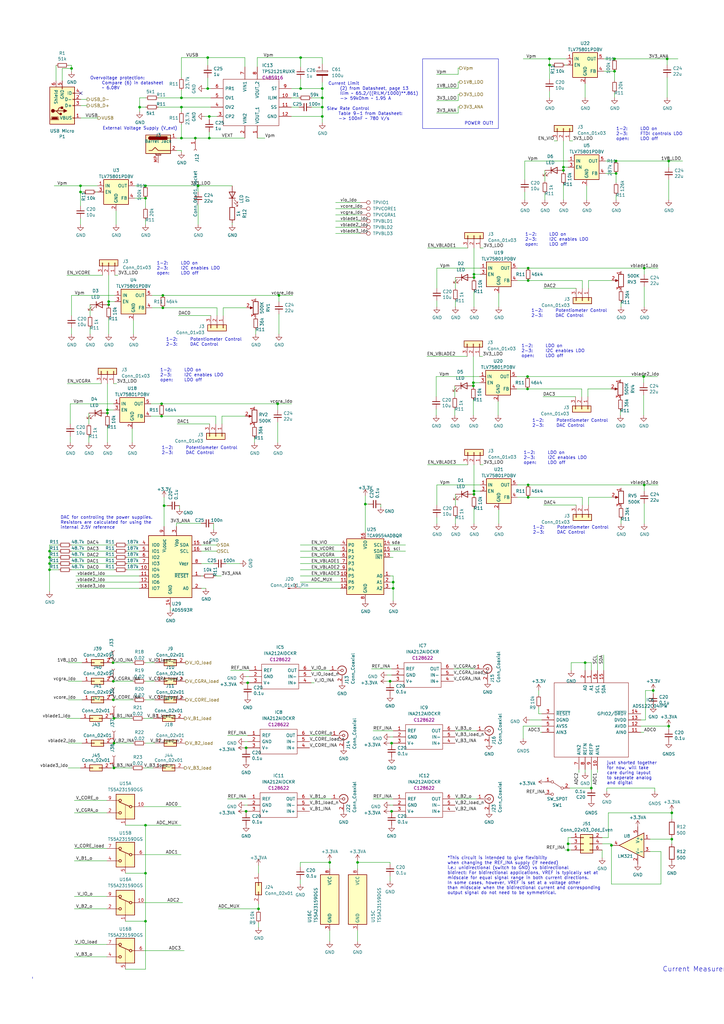
<source format=kicad_sch>
(kicad_sch (version 20230121) (generator eeschema)
  (paper "A3" portrait)
  (title_block (title "Heepocrates Testing Board (HTB)") (company "Embedded Systems Laboratory") (comment 1 "Jose Miranda & Christoph Müller 2023"))
  (junction (at 20.32 233.68))
  (junction (at 66.294 170.688))
  (junction (at 106.045 372.745))
  (junction (at 132.207 47.752))
  (junction (at 194.437 202.692))
  (junction (at 250.825 346.71))
  (junction (at 46.482 279.4))
  (junction (at 44.577 123.698))
  (junction (at 146.685 353.695))
  (junction (at 100.965 306.705))
  (junction (at 132.207 43.942))
  (junction (at 233.045 348.615))
  (junction (at 264.033 154.432))
  (junction (at 216.662 203.962))
  (junction (at 194.437 112.522))
  (junction (at 252.095 29.21))
  (junction (at 275.59 344.17))
  (junction (at 46.736 294.64))
  (junction (at 114.427 121.158))
  (junction (at 44.069 169.418))
  (junction (at 59.69 76.2))
  (junction (at 161.29 241.3))
  (junction (at 135.255 353.695))
  (junction (at 59.69 338.455))
  (junction (at 132.207 40.132))
  (junction (at 161.29 238.76))
  (junction (at 225.425 24.13))
  (junction (at 123.317 36.322))
  (junction (at 194.183 158.242))
  (junction (at 74.422 40.132))
  (junction (at 20.32 228.6))
  (junction (at 66.802 121.158))
  (junction (at 216.662 198.882))
  (junction (at 57.277 43.942))
  (junction (at 101.6 280.035))
  (junction (at 46.482 287.02))
  (junction (at 59.69 358.14))
  (junction (at 231.14 68.58))
  (junction (at 264.287 109.982))
  (junction (at 59.69 81.28))
  (junction (at 80.137 56.642))
  (junction (at 67.31 207.391))
  (junction (at 216.408 159.512))
  (junction (at 194.183 156.972))
  (junction (at 264.287 198.882))
  (junction (at 132.207 36.322))
  (junction (at 160.02 279.4))
  (junction (at 33.02 76.2))
  (junction (at 123.317 23.622))
  (junction (at 66.294 165.608))
  (junction (at 85.217 36.322))
  (junction (at 267.97 283.21))
  (junction (at 233.045 346.075))
  (junction (at 275.59 333.375))
  (junction (at 242.57 323.215))
  (junction (at 74.422 56.642))
  (junction (at 252.73 66.04))
  (junction (at 252.095 24.13))
  (junction (at 160.655 304.8))
  (junction (at 252.73 71.12))
  (junction (at 194.437 201.422))
  (junction (at 46.355 271.78))
  (junction (at 216.662 109.982))
  (junction (at 46.736 304.8))
  (junction (at 273.685 24.13))
  (junction (at 33.02 78.74))
  (junction (at 274.32 66.04))
  (junction (at 46.736 314.96))
  (junction (at 74.422 43.942))
  (junction (at 20.32 231.14))
  (junction (at 85.217 23.622))
  (junction (at 216.662 115.062))
  (junction (at 66.802 126.238))
  (junction (at 59.69 377.825))
  (junction (at 194.437 113.792))
  (junction (at 44.577 124.968))
  (junction (at 225.425 26.67))
  (junction (at 29.337 28.067))
  (junction (at 240.03 271.78))
  (junction (at 216.408 154.432))
  (junction (at 231.14 69.85))
  (junction (at 100.965 332.74))
  (junction (at 81.28 76.2))
  (junction (at 160.655 332.74))
  (junction (at 20.32 226.06))
  (junction (at 44.069 168.148))
  (junction (at 85.852 56.642))
  (junction (at 149.86 206.756))
  (junction (at 274.32 297.815))
  (junction (at 113.919 165.608))
  (junction (at 85.852 47.752))
  (no_connect (at 33.147 38.227))
  (no_connect (at 492.125 90.805))
  (wire (pts (xy 187.96 38.735) (xy 188.595 38.735)))
  (wire (pts (xy 44.069 168.148) (xy 46.609 168.148)))
  (wire (pts (xy 30.48 347.98) (xy 43.815 347.98)))
  (wire (pts (xy 100.965 277.495) (xy 102.235 277.495)))
  (wire (pts (xy 33.655 279.4) (xy 27.94 279.4)))
  (wire (pts (xy 123.19 241.3) (xy 139.7 241.3)))
  (wire (pts (xy 114.427 128.778) (xy 114.427 137.033)))
  (wire (pts (xy 187.96 38.735) (xy 187.96 41.275)))
  (wire (pts (xy 61.849 165.608) (xy 66.294 165.608)))
  (wire (pts (xy 83.185 236.22) (xy 82.55 236.22)))
  (wire (pts (xy 85.217 36.322) (xy 86.487 36.322)))
  (wire (pts (xy 216.662 115.062) (xy 238.887 115.062)))
  (wire (pts (xy 30.48 353.06) (xy 43.815 353.06)))
  (wire (pts (xy 135.255 353.06) (xy 135.255 353.695)))
  (wire (pts (xy 66.802 121.158) (xy 114.427 121.158)))
  (wire (pts (xy 240.03 40.005) (xy 240.03 34.29)))
  (wire (pts (xy 30.48 372.745) (xy 43.815 372.745)))
  (wire (pts (xy 66.294 170.688) (xy 88.519 170.688)))
  (wire (pts (xy 28.067 26.797) (xy 29.337 26.797)))
  (wire (pts (xy 44.577 112.903) (xy 44.577 123.698)))
  (wire (pts (xy 128.905 280.035) (xy 127.635 280.035)))
  (wire (pts (xy 186.69 299.72) (xy 195.58 299.72)))
  (wire (pts (xy 33.02 89.535) (xy 33.02 92.075)))
  (wire (pts (xy 187.96 27.94) (xy 187.96 30.48)))
  (wire (pts (xy 85.852 56.642) (xy 100.457 56.642)))
  (wire (pts (xy 249.555 333.375) (xy 249.555 343.535)))
  (wire (pts (xy 88.519 173.863) (xy 88.519 170.688)))
  (wire (pts (xy 100.33 332.74) (xy 100.965 332.74)))
  (wire (pts (xy 29.337 28.067) (xy 29.337 29.337)))
  (wire (pts (xy 52.07 228.6) (xy 57.15 228.6)))
  (wire (pts (xy 46.482 287.02) (xy 46.355 287.02)))
  (wire (pts (xy 100.965 306.705) (xy 101.6 306.705)))
  (wire (pts (xy 44.069 157.353) (xy 44.069 168.148)))
  (wire (pts (xy 20.32 226.06) (xy 24.13 226.06)))
  (wire (pts (xy 267.97 283.21) (xy 267.97 284.48)))
  (wire (pts (xy 217.17 295.275) (xy 222.25 295.275)))
  (wire (pts (xy 46.736 314.96) (xy 45.72 314.96)))
  (wire (pts (xy 225.425 24.13) (xy 232.41 24.13)))
  (wire (pts (xy 93.345 327.66) (xy 101.6 327.66)))
  (wire (pts (xy 85.217 31.877) (xy 85.217 36.322)))
  (wire (pts (xy 240.03 271.78) (xy 240.03 274.955)))
  (wire (pts (xy 132.207 23.622) (xy 123.317 23.622)))
  (wire (pts (xy 57.277 40.132) (xy 57.277 43.942)))
  (wire (pts (xy 187.96 33.655) (xy 188.595 33.655)))
  (wire (pts (xy 73.152 129.413) (xy 86.487 129.413)))
  (wire (pts (xy 27.94 314.96) (xy 33.02 314.96)))
  (wire (pts (xy 146.685 353.695) (xy 146.685 356.235)))
  (wire (pts (xy 149.86 203.327) (xy 149.86 206.756)))
  (wire (pts (xy 275.59 332.74) (xy 275.59 333.375)))
  (wire (pts (xy 67.31 207.391) (xy 68.58 207.391)))
  (wire (pts (xy 113.919 165.608) (xy 119.634 165.608)))
  (wire (pts (xy 100.457 27.432) (xy 100.457 23.622)))
  (wire (pts (xy 166.37 226.06) (xy 160.02 226.06)))
  (wire (pts (xy 51.435 397.51) (xy 59.69 397.51)))
  (wire (pts (xy 186.817 202.692) (xy 186.817 207.137)))
  (wire (pts (xy 52.07 231.14) (xy 57.15 231.14)))
  (wire (pts (xy 20.32 231.14) (xy 20.32 233.68)))
  (wire (pts (xy 231.14 68.58) (xy 231.14 69.85)))
  (wire (pts (xy 52.07 226.06) (xy 57.15 226.06)))
  (wire (pts (xy 245.11 316.865) (xy 245.11 315.595)))
  (wire (pts (xy 127.635 274.955) (xy 135.255 274.955)))
  (wire (pts (xy 100.965 332.74) (xy 101.6 332.74)))
  (wire (pts (xy 82.55 223.52) (xy 88.9 223.52)))
  (wire (pts (xy 72.644 173.863) (xy 85.979 173.863)))
  (wire (pts (xy 59.69 358.14) (xy 59.69 338.455)))
  (wire (pts (xy 160.02 236.22) (xy 161.29 236.22)))
  (wire (pts (xy 67.31 203.962) (xy 67.31 207.391)))
  (wire (pts (xy 119.507 36.322) (xy 123.317 36.322)))
  (wire (pts (xy 252.73 71.12) (xy 252.73 74.93)))
  (wire (pts (xy 31.115 236.22) (xy 57.15 236.22)))
  (wire (pts (xy 36.957 124.968) (xy 36.957 129.413)))
  (wire (pts (xy 66.294 165.608) (xy 113.919 165.608)))
  (wire (pts (xy 59.69 304.8) (xy 63.5 304.8)))
  (wire (pts (xy 123.19 236.22) (xy 139.7 236.22)))
  (wire (pts (xy 100.965 333.375) (xy 100.965 332.74)))
  (wire (pts (xy 81.28 76.2) (xy 81.28 78.74)))
  (wire (pts (xy 33.147 43.307) (xy 35.687 43.307)))
  (wire (pts (xy 252.73 80.01) (xy 252.73 81.915)))
  (wire (pts (xy 123.19 223.52) (xy 139.7 223.52)))
  (wire (pts (xy 59.055 330.835) (xy 74.295 330.835)))
  (wire (pts (xy 271.145 362.585) (xy 250.825 362.585)))
  (wire (pts (xy 204.343 170.307) (xy 204.343 164.592)))
  (wire (pts (xy 33.02 76.2) (xy 33.02 78.74)))
  (wire (pts (xy 123.317 23.622) (xy 123.317 27.432)))
  (wire (pts (xy 59.69 76.2) (xy 81.28 76.2)))
  (wire (pts (xy 252.095 38.1) (xy 252.095 40.005)))
  (wire (pts (xy 25.527 28.067) (xy 29.337 28.067)))
  (wire (pts (xy 31.115 238.76) (xy 57.15 238.76)))
  (wire (pts (xy 211.963 154.432) (xy 216.408 154.432)))
  (wire (pts (xy 59.69 90.17) (xy 59.69 92.075)))
  (wire (pts (xy 74.422 61.722) (xy 72.517 61.722)))
  (wire (pts (xy 119.507 43.942) (xy 122.682 43.942)))
  (wire (pts (xy 214.63 302.895) (xy 214.63 297.815)))
  (wire (pts (xy 262.89 297.815) (xy 274.32 297.815)))
  (wire (pts (xy 59.055 294.64) (xy 62.865 294.64)))
  (wire (pts (xy 74.422 23.622) (xy 74.422 31.877)))
  (wire (pts (xy 123.19 231.14) (xy 139.7 231.14)))
  (wire (pts (xy 123.317 36.322) (xy 132.207 36.322)))
  (wire (pts (xy 30.48 367.665) (xy 43.815 367.665)))
  (wire (pts (xy 86.487 43.942) (xy 74.422 43.942)))
  (wire (pts (xy 123.19 355.6) (xy 123.19 353.695)))
  (wire (pts (xy 27.559 157.353) (xy 41.529 157.353)))
  (wire (pts (xy 158.75 279.4) (xy 160.02 279.4)))
  (wire (pts (xy 252.095 24.13) (xy 273.685 24.13)))
  (wire (pts (xy 247.015 346.075) (xy 250.825 346.075)))
  (wire (pts (xy 86.487 40.132) (xy 74.422 40.132)))
  (wire (pts (xy 31.115 241.3) (xy 57.15 241.3)))
  (wire (pts (xy 179.07 30.48) (xy 187.96 30.48)))
  (wire (pts (xy 264.033 154.432) (xy 264.033 156.972)))
  (wire (pts (xy 29.21 231.14) (xy 46.99 231.14)))
  (wire (pts (xy 132.207 47.752) (xy 132.207 43.942)))
  (wire (pts (xy 22.225 76.2) (xy 33.02 76.2)))
  (wire (pts (xy 179.197 123.317) (xy 179.197 125.857)))
  (wire (pts (xy 100.33 304.165) (xy 101.6 304.165)))
  (wire (pts (xy 30.48 328.295) (xy 43.815 328.295)))
  (wire (pts (xy 273.685 24.13) (xy 273.685 26.67)))
  (wire (pts (xy 227.33 57.785) (xy 228.6 57.785)))
  (wire (pts (xy 160.02 304.8) (xy 160.655 304.8)))
  (wire (pts (xy 52.07 233.68) (xy 57.15 233.68)))
  (wire (pts (xy 29.21 233.68) (xy 46.99 233.68)))
  (wire (pts (xy 132.207 33.782) (xy 132.207 36.322)))
  (wire (pts (xy 160.655 333.375) (xy 160.655 332.74)))
  (wire (pts (xy 186.055 274.32) (xy 194.945 274.32)))
  (wire (pts (xy 108.712 56.642) (xy 105.537 56.642)))
  (wire (pts (xy 247.015 351.79) (xy 247.015 348.615)))
  (wire (pts (xy 160.655 304.8) (xy 161.29 304.8)))
  (wire (pts (xy 187.96 33.655) (xy 187.96 36.195)))
  (wire (pts (xy 234.315 343.535) (xy 233.045 343.535)))
  (wire (pts (xy 100.584 170.688) (xy 91.059 170.688)))
  (wire (pts (xy 22.987 26.797) (xy 22.987 33.147)))
  (wire (pts (xy 250.952 115.062) (xy 241.427 115.062)))
  (wire (pts (xy 238.887 118.237) (xy 238.887 115.062)))
  (wire (pts (xy 186.817 123.317) (xy 186.817 125.857)))
  (wire (pts (xy 198.247 101.727) (xy 196.977 101.727)))
  (wire (pts (xy 33.02 78.74) (xy 34.29 78.74)))
  (wire (pts (xy 137.668 83.058) (xy 147.828 83.058)))
  (wire (pts (xy 186.69 327.66) (xy 195.58 327.66)))
  (wire (pts (xy 100.965 307.34) (xy 100.965 306.705)))
  (wire (pts (xy 28.829 165.608) (xy 46.609 165.608)))
  (wire (pts (xy 44.069 169.418) (xy 44.069 170.053)))
  (wire (pts (xy 231.14 75.565) (xy 231.14 81.915)))
  (wire (pts (xy 160.655 305.435) (xy 160.655 304.8)))
  (wire (pts (xy 194.437 208.407) (xy 194.437 214.757)))
  (wire (pts (xy 59.69 279.4) (xy 63.5 279.4)))
  (wire (pts (xy 231.14 69.85) (xy 231.14 70.485)))
  (wire (pts (xy 233.045 346.075) (xy 233.045 348.615)))
  (wire (pts (xy 59.69 377.825) (xy 59.69 358.14)))
  (wire (pts (xy 225.425 24.13) (xy 225.425 26.67)))
  (wire (pts (xy 234.95 57.785) (xy 233.68 57.785)))
  (wire (pts (xy 271.145 349.25) (xy 271.145 362.585)))
  (wire (pts (xy 248.92 323.215) (xy 268.605 323.215)))
  (wire (pts (xy 87.63 214.63) (xy 87.63 217.17)))
  (wire (pts (xy 241.173 159.512) (xy 241.173 162.687)))
  (wire (pts (xy 20.32 228.6) (xy 24.13 228.6)))
  (wire (pts (xy 28.829 165.608) (xy 28.829 173.863)))
  (wire (pts (xy 114.427 121.158) (xy 114.427 123.698)))
  (wire (pts (xy 225.425 26.67) (xy 225.425 32.385)))
  (wire (pts (xy 187.96 43.815) (xy 188.595 43.815)))
  (wire (pts (xy 186.817 113.792) (xy 186.817 118.237)))
  (wire (pts (xy 72.39 214.63) (xy 82.55 214.63)))
  (wire (pts (xy 156.21 207.899) (xy 156.21 206.756)))
  (wire (pts (xy 92.71 231.14) (xy 98.425 231.14)))
  (wire (pts (xy 91.567 126.238) (xy 91.567 129.413)))
  (wire (pts (xy 225.425 37.465) (xy 225.425 40.005)))
  (wire (pts (xy 127.762 43.942) (xy 132.207 43.942)))
  (wire (pts (xy 64.897 43.942) (xy 74.422 43.942)))
  (wire (pts (xy 20.32 223.52) (xy 20.32 226.06)))
  (wire (pts (xy 105.537 23.622) (xy 123.317 23.622)))
  (wire (pts (xy 153.035 299.72) (xy 161.29 299.72)))
  (wire (pts (xy 61.849 170.688) (xy 66.294 170.688)))
  (wire (pts (xy 101.6 280.67) (xy 101.6 280.035)))
  (wire (pts (xy 46.355 279.4) (xy 46.482 279.4)))
  (wire (pts (xy 153.035 327.66) (xy 161.29 327.66)))
  (wire (pts (xy 194.437 113.792) (xy 194.437 114.427)))
  (wire (pts (xy 33.655 271.78) (xy 27.94 271.78)))
  (wire (pts (xy 160.655 332.74) (xy 161.29 332.74)))
  (wire (pts (xy 152.4 274.32) (xy 160.655 274.32)))
  (wire (pts (xy 160.02 241.3) (xy 161.29 241.3)))
  (wire (pts (xy 74.422 50.927) (xy 74.422 56.642)))
  (wire (pts (xy 51.435 377.825) (xy 59.69 377.825)))
  (wire (pts (xy 36.957 134.493) (xy 36.957 137.033)))
  (wire (pts (xy 216.662 109.982) (xy 264.287 109.982)))
  (wire (pts (xy 59.69 287.02) (xy 63.5 287.02)))
  (wire (pts (xy 137.668 90.678) (xy 147.828 90.678)))
  (wire (pts (xy 254.762 123.952) (xy 254.762 125.857)))
  (wire (pts (xy 33.02 78.74) (xy 33.02 84.455)))
  (wire (pts (xy 250.825 346.71) (xy 250.825 362.585)))
  (wire (pts (xy 216.408 154.432) (xy 264.033 154.432)))
  (wire (pts (xy 29.337 134.493) (xy 29.337 137.033)))
  (wire (pts (xy 179.197 109.982) (xy 179.197 118.237)))
  (wire (pts (xy 113.919 173.228) (xy 113.919 181.483)))
  (wire (pts (xy 198.247 190.627) (xy 196.977 190.627)))
  (wire (pts (xy 194.437 201.422) (xy 194.437 202.692)))
  (wire (pts (xy 215.265 66.04) (xy 233.045 66.04)))
  (wire (pts (xy 187.96 27.94) (xy 188.595 27.94)))
  (wire (pts (xy 54.737 137.033) (xy 54.737 131.318)))
  (wire (pts (xy 220.98 292.735) (xy 222.25 292.735)))
  (wire (pts (xy 233.045 343.535) (xy 233.045 346.075)))
  (wire (pts (xy 216.662 198.882) (xy 264.287 198.882)))
  (wire (pts (xy 137.668 93.218) (xy 147.828 93.218)))
  (wire (pts (xy 194.437 202.692) (xy 194.437 203.327)))
  (wire (pts (xy 146.685 353.06) (xy 146.685 353.695)))
  (wire (pts (xy 160.02 238.76) (xy 161.29 238.76)))
  (wire (pts (xy 85.852 47.752) (xy 89.027 47.752)))
  (wire (pts (xy 123.19 226.06) (xy 139.7 226.06)))
  (wire (pts (xy 186.817 212.217) (xy 186.817 214.757)))
  (wire (pts (xy 161.29 228.6) (xy 160.02 228.6)))
  (wire (pts (xy 123.317 32.512) (xy 123.317 36.322)))
  (wire (pts (xy 52.07 223.52) (xy 57.15 223.52)))
  (wire (pts (xy 175.387 190.627) (xy 191.897 190.627)))
  (wire (pts (xy 215.265 78.74) (xy 215.265 81.915)))
  (polyline (pts (xy 13.335 400.685) (xy 13.335 401.32)))
  (wire (pts (xy 233.045 348.615) (xy 234.315 348.615)))
  (wire (pts (xy 175.133 146.177) (xy 191.643 146.177)))
  (wire (pts (xy 94.615 274.955) (xy 102.235 274.955)))
  (wire (pts (xy 39.37 78.74) (xy 40.005 78.74)))
  (wire (pts (xy 223.52 69.85) (xy 223.52 74.295)))
  (wire (pts (xy 51.435 358.14) (xy 59.69 358.14)))
  (wire (pts (xy 20.32 233.68) (xy 24.13 233.68)))
  (wire (pts (xy 240.03 316.865) (xy 240.03 315.595)))
  (wire (pts (xy 248.285 71.12) (xy 252.73 71.12)))
  (wire (pts (xy 161.29 241.3) (xy 161.29 246.38)))
  (wire (pts (xy 46.482 279.4) (xy 54.61 279.4)))
  (wire (pts (xy 82.55 241.3) (xy 84.455 241.3)))
  (wire (pts (xy 30.48 333.375) (xy 43.815 333.375)))
  (wire (pts (xy 127.762 40.132) (xy 132.207 40.132)))
  (wire (pts (xy 264.287 198.882) (xy 270.002 198.882)))
  (wire (pts (xy 220.98 283.21) (xy 220.98 285.115)))
  (wire (pts (xy 47.879 157.353) (xy 46.609 157.353)))
  (wire (pts (xy 204.597 214.757) (xy 204.597 209.042)))
  (wire (pts (xy 234.315 271.78) (xy 240.03 271.78)))
  (wire (pts (xy 57.277 43.942) (xy 59.817 43.942)))
  (wire (pts (xy 74.422 36.957) (xy 74.422 40.132)))
  (wire (pts (xy 47.625 92.075) (xy 47.625 86.36)))
  (wire (pts (xy 82.55 231.14) (xy 87.63 231.14)))
  (wire (pts (xy 57.277 43.942) (xy 57.277 45.847)))
  (wire (pts (xy 64.897 40.132) (xy 74.422 40.132)))
  (wire (pts (xy 62.357 126.238) (xy 66.802 126.238)))
  (wire (pts (xy 254.508 168.402) (xy 254.508 170.307)))
  (wire (pts (xy 250.825 346.075) (xy 250.825 346.71)))
  (wire (pts (xy 44.069 175.133) (xy 44.069 181.483)))
  (wire (pts (xy 44.577 123.698) (xy 44.577 124.968)))
  (wire (pts (xy 264.287 198.882) (xy 264.287 201.422)))
  (wire (pts (xy 59.055 389.89) (xy 75.565 389.89)))
  (wire (pts (xy 248.285 66.04) (xy 252.73 66.04)))
  (wire (pts (xy 233.045 346.075) (xy 234.315 346.075)))
  (wire (pts (xy 247.65 268.605) (xy 247.65 274.955)))
  (wire (pts (xy 29.21 228.6) (xy 46.99 228.6)))
  (wire (pts (xy 179.197 198.882) (xy 196.977 198.882)))
  (wire (pts (xy 132.207 50.292) (xy 132.207 47.752)))
  (wire (pts (xy 59.69 397.51) (xy 59.69 377.825)))
  (wire (pts (xy 252.095 29.21) (xy 252.095 33.02)))
  (wire (pts (xy 101.6 280.035) (xy 102.235 280.035)))
  (wire (pts (xy 46.736 304.8) (xy 46.355 304.8)))
  (wire (pts (xy 53.975 294.64) (xy 46.736 294.64)))
  (wire (pts (xy 264.287 206.502) (xy 264.287 214.757)))
  (wire (pts (xy 160.02 279.4) (xy 160.655 279.4)))
  (wire (pts (xy 137.668 95.758) (xy 147.828 95.758)))
  (wire (pts (xy 30.48 392.43) (xy 43.815 392.43)))
  (wire (pts (xy 46.736 294.64) (xy 45.72 294.64)))
  (wire (pts (xy 29.337 26.797) (xy 29.337 28.067)))
  (wire (pts (xy 72.517 56.642) (xy 74.422 56.642)))
  (wire (pts (xy 240.665 81.915) (xy 240.665 76.2)))
  (wire (pts (xy 237.49 316.865) (xy 237.49 315.595)))
  (wire (pts (xy 54.61 304.8) (xy 46.736 304.8)))
  (wire (pts (xy 175.387 101.727) (xy 191.897 101.727)))
  (wire (pts (xy 223.52 79.375) (xy 223.52 81.915)))
  (wire (pts (xy 20.32 223.52) (xy 24.13 223.52)))
  (wire (pts (xy 194.437 112.522) (xy 194.437 113.792)))
  (wire (pts (xy 72.39 214.63) (xy 72.39 215.9)))
  (wire (pts (xy 59.69 338.455) (xy 74.295 338.455)))
  (wire (pts (xy 179.07 46.355) (xy 187.96 46.355)))
  (wire (pts (xy 123.19 238.76) (xy 139.7 238.76)))
  (wire (pts (xy 274.32 297.815) (xy 274.32 299.085)))
  (wire (pts (xy 55.245 76.2) (xy 59.69 76.2)))
  (wire (pts (xy 179.07 41.275) (xy 187.96 41.275)))
  (wire (pts (xy 248.92 324.485) (xy 248.92 323.215)))
  (wire (pts (xy 242.57 323.215) (xy 242.57 315.595)))
  (wire (pts (xy 161.29 238.76) (xy 161.29 241.3)))
  (wire (pts (xy 274.32 66.04) (xy 280.035 66.04)))
  (wire (pts (xy 238.633 162.687) (xy 238.633 159.512)))
  (wire (pts (xy 57.277 40.132) (xy 59.817 40.132)))
  (wire (pts (xy 212.217 109.982) (xy 216.662 109.982)))
  (wire (pts (xy 100.33 306.705) (xy 100.965 306.705)))
  (wire (pts (xy 264.033 154.432) (xy 269.748 154.432)))
  (wire (pts (xy 29.21 223.52) (xy 46.99 223.52)))
  (wire (pts (xy 101.092 126.238) (xy 91.567 126.238)))
  (wire (pts (xy 59.055 314.96) (xy 62.865 314.96)))
  (wire (pts (xy 53.975 314.96) (xy 46.736 314.96)))
  (wire (pts (xy 83.947 47.752) (xy 85.852 47.752)))
  (wire (pts (xy 273.685 31.75) (xy 273.685 40.005)))
  (wire (pts (xy 33.02 76.2) (xy 40.005 76.2)))
  (wire (pts (xy 194.183 158.242) (xy 194.183 158.877)))
  (wire (pts (xy 233.68 323.215) (xy 242.57 323.215)))
  (wire (pts (xy 27.305 294.64) (xy 33.02 294.64)))
  (wire (pts (xy 179.07 36.195) (xy 187.96 36.195)))
  (wire (pts (xy 179.197 198.882) (xy 179.197 207.137)))
  (wire (pts (xy 48.387 112.903) (xy 47.117 112.903)))
  (wire (pts (xy 132.207 26.162) (xy 132.207 23.622)))
  (wire (pts (xy 187.96 43.815) (xy 187.96 46.355)))
  (wire (pts (xy 100.965 280.035) (xy 101.6 280.035)))
  (wire (pts (xy 62.357 121.158) (xy 66.802 121.158)))
  (wire (pts (xy 250.825 346.71) (xy 251.46 346.71)))
  (wire (pts (xy 20.32 233.68) (xy 20.32 242.57)))
  (wire (pts (xy 179.197 212.217) (xy 179.197 214.757)))
  (wire (pts (xy 204.597 125.857) (xy 204.597 120.142)))
  (wire (pts (xy 29.21 226.06) (xy 46.99 226.06)))
  (wire (pts (xy 212.217 115.062) (xy 216.662 115.062)))
  (wire (pts (xy 194.437 101.727) (xy 194.437 112.522)))
  (wire (pts (xy 242.57 271.78) (xy 242.57 274.955)))
  (wire (pts (xy 149.86 206.756) (xy 151.13 206.756)))
  (wire (pts (xy 122.682 40.132) (xy 119.507 40.132)))
  (wire (pts (xy 275.59 344.17) (xy 275.59 346.075)))
  (wire (pts (xy 160.02 223.52) (xy 166.37 223.52)))
  (wire (pts (xy 55.245 81.28) (xy 59.69 81.28)))
  (wire (pts (xy 85.217 23.622) (xy 85.217 26.797)))
  (wire (pts (xy 132.207 36.322) (xy 132.207 40.132)))
  (wire (pts (xy 74.422 61.722) (xy 74.422 62.357)))
  (wire (pts (xy 231.14 68.58) (xy 233.045 68.58)))
  (wire (pts (xy 275.59 333.375) (xy 275.59 335.915)))
  (wire (pts (xy 20.32 231.14) (xy 24.13 231.14)))
  (wire (pts (xy 212.217 203.962) (xy 216.662 203.962)))
  (wire (pts (xy 100.457 23.622) (xy 85.217 23.622)))
  (wire (pts (xy 215.265 66.04) (xy 215.265 73.66)))
  (wire (pts (xy 160.02 330.2) (xy 161.29 330.2)))
  (wire (pts (xy 29.337 121.158) (xy 29.337 129.413)))
  (wire (pts (xy 137.668 88.138) (xy 147.828 88.138)))
  (wire (pts (xy 33.147 48.387) (xy 40.132 48.387)))
  (wire (pts (xy 20.32 228.6) (xy 20.32 231.14)))
  (wire (pts (xy 214.63 24.13) (xy 225.425 24.13)))
  (wire (pts (xy 127 327.66) (xy 135.89 327.66)))
  (wire (pts (xy 127 301.625) (xy 135.89 301.625)))
  (wire (pts (xy 146.685 381.635) (xy 146.685 386.08)))
  (wire (pts (xy 247.015 343.535) (xy 249.555 343.535)))
  (wire (pts (xy 104.902 135.128) (xy 104.902 137.033)))
  (wire (pts (xy 161.29 236.22) (xy 161.29 238.76)))
  (wire (pts (xy 158.75 276.86) (xy 160.655 276.86)))
  (wire (pts (xy 66.802 126.238) (xy 89.027 126.238)))
  (wire (pts (xy 268.605 323.215) (xy 268.605 324.485)))
  (wire (pts (xy 266.7 344.17) (xy 275.59 344.17)))
  (wire (pts (xy 264.287 117.602) (xy 264.287 125.857)))
  (wire (pts (xy 85.852 54.102) (xy 85.852 56.642)))
  (wire (pts (xy 197.993 146.177) (xy 196.723 146.177)))
  (wire (pts (xy 28.829 178.943) (xy 28.829 181.483)))
  (wire (pts (xy 160.02 353.695) (xy 146.685 353.695)))
  (wire (pts (xy 81.28 83.82) (xy 81.28 92.075)))
  (wire (pts (xy 119.507 47.752) (xy 132.207 47.752)))
  (wire (pts (xy 186.563 158.242) (xy 186.563 162.687)))
  (wire (pts (xy 264.16 300.355) (xy 262.89 300.355)))
  (wire (pts (xy 245.11 274.955) (xy 245.11 268.605)))
  (wire (pts (xy 44.069 168.148) (xy 44.069 169.418)))
  (wire (pts (xy 250.698 159.512) (xy 241.173 159.512)))
  (wire (pts (xy 223.012 118.237) (xy 236.347 118.237)))
  (wire (pts (xy 275.59 343.535) (xy 275.59 344.17)))
  (wire (pts (xy 106.045 378.46) (xy 106.045 380.365)))
  (wire (pts (xy 240.03 271.78) (xy 242.57 271.78)))
  (wire (pts (xy 160.02 302.26) (xy 161.29 302.26)))
  (wire (pts (xy 160.02 280.035) (xy 160.02 279.4)))
  (wire (pts (xy 54.61 271.78) (xy 46.355 271.78)))
  (wire (pts (xy 247.65 29.21) (xy 252.095 29.21)))
  (wire (pts (xy 89.535 372.745) (xy 106.045 372.745)))
  (wire (pts (xy 44.577 124.968) (xy 44.577 125.603)))
  (wire (pts (xy 274.32 73.66) (xy 274.32 81.915)))
  (wire (pts (xy 264.287 109.982) (xy 264.287 112.522)))
  (wire (pts (xy 74.422 43.942) (xy 74.422 45.847)))
  (wire (pts (xy 264.287 109.982) (xy 270.002 109.982)))
  (wire (pts (xy 212.217 198.882) (xy 216.662 198.882)))
  (wire (pts (xy 264.033 162.052) (xy 264.033 170.307)))
  (wire (pts (xy 216.662 203.962) (xy 238.887 203.962)))
  (wire (pts (xy 186.563 167.767) (xy 186.563 170.307)))
  (wire (pts (xy 123.19 353.695) (xy 135.255 353.695)))
  (wire (pts (xy 234.315 274.955) (xy 234.315 271.78)))
  (wire (pts (xy 89.027 129.413) (xy 89.027 126.238)))
  (wire (pts (xy 264.795 283.21) (xy 267.97 283.21)))
  (wire (pts (xy 160.02 354.33) (xy 160.02 353.695)))
  (wire (pts (xy 25.527 33.147) (xy 25.527 28.067)))
  (wire (pts (xy 69.85 250.19) (xy 69.85 248.92)))
  (wire (pts (xy 137.668 85.598) (xy 147.828 85.598)))
  (wire (pts (xy 225.425 26.67) (xy 226.695 26.67)))
  (wire (pts (xy 51.435 338.455) (xy 59.69 338.455)))
  (wire (pts (xy 214.63 297.815) (xy 222.25 297.815)))
  (wire (pts (xy 231.775 348.615) (xy 233.045 348.615)))
  (wire (pts (xy 85.852 47.752) (xy 85.852 49.022)))
  (wire (pts (xy 106.045 354.965) (xy 106.045 358.14)))
  (wire (pts (xy 194.183 163.957) (xy 194.183 170.307)))
  (wire (pts (xy 54.61 287.02) (xy 46.482 287.02)))
  (wire (pts (xy 100.33 330.2) (xy 101.6 330.2)))
  (wire (pts (xy 194.437 190.627) (xy 194.437 201.422)))
  (wire (pts (xy 36.449 169.418) (xy 36.449 173.863)))
  (wire (pts (xy 262.89 295.275) (xy 264.795 295.275)))
  (wire (pts (xy 266.7 349.25) (xy 271.145 349.25)))
  (wire (pts (xy 27.94 304.8) (xy 33.655 304.8)))
  (wire (pts (xy 54.229 181.483) (xy 54.229 175.768)))
  (wire (pts (xy 91.059 170.688) (xy 91.059 173.863)))
  (wire (pts (xy 123.19 233.68) (xy 139.7 233.68)))
  (wire (pts (xy 274.32 66.04) (xy 274.32 68.58)))
  (wire (pts (xy 132.207 43.942) (xy 132.207 40.132)))
  (wire (pts (xy 222.758 162.687) (xy 236.093 162.687)))
  (wire (pts (xy 194.437 119.507) (xy 194.437 125.857)))
  (wire (pts (xy 106.045 372.745) (xy 106.045 373.38)))
  (wire (pts (xy 105.537 23.622) (xy 105.537 27.432)))
  (wire (pts (xy 67.31 207.391) (xy 67.31 215.9)))
  (wire (pts (xy 273.685 24.13) (xy 278.13 24.13)))
  (wire (pts (xy 20.32 226.06) (xy 20.32 228.6)))
  (wire (pts (xy 135.255 353.695) (xy 135.255 356.235)))
  (wire (pts (xy 221.615 300.355) (xy 222.25 300.355)))
  (wire (pts (xy 178.943 167.767) (xy 178.943 170.307)))
  (wire (pts (xy 95.25 91.44) (xy 95.25 92.075)))
  (wire (pts (xy 44.577 130.683) (xy 44.577 137.033)))
  (wire (pts (xy 44.577 123.698) (xy 47.117 123.698)))
  (wire (pts (xy 252.73 66.04) (xy 274.32 66.04)))
  (wire (pts (xy 264.795 283.21) (xy 264.795 295.275)))
  (wire (pts (xy 36.449 178.943) (xy 36.449 181.483)))
  (wire (pts (xy 241.427 115.062) (xy 241.427 118.237)))
  (wire (pts (xy 160.02 359.41) (xy 160.02 361.315)))
  (wire (pts (xy 149.86 206.756) (xy 149.86 218.44)))
  (wire (pts (xy 30.48 387.35) (xy 43.815 387.35)))
  (wire (pts (xy 123.19 228.6) (xy 139.7 228.6)))
  (wire (pts (xy 231.14 57.785) (xy 231.14 68.58)))
  (wire (pts (xy 27.432 112.903) (xy 42.037 112.903)))
  (wire (pts (xy 216.408 159.512) (xy 238.633 159.512)))
  (wire (pts (xy 160.02 332.74) (xy 160.655 332.74)))
  (wire (pts (xy 194.183 146.177) (xy 194.183 156.972)))
  (wire (pts (xy 194.437 201.422) (xy 196.977 201.422)))
  (wire (pts (xy 80.137 56.642) (xy 85.852 56.642)))
  (wire (pts (xy 211.963 159.512) (xy 216.408 159.512)))
  (wire (pts (xy 88.9 226.06) (xy 82.55 226.06)))
  (wire (pts (xy 238.887 207.137) (xy 238.887 203.962)))
  (wire (pts (xy 254.762 212.852) (xy 254.762 214.757)))
  (wire (pts (xy 113.919 165.608) (xy 113.919 168.148)))
  (wire (pts (xy 93.345 301.625) (xy 101.6 301.625)))
  (wire (pts (xy 231.775 26.67) (xy 232.41 26.67)))
  (wire (pts (xy 194.437 112.522) (xy 196.977 112.522)))
  (wire (pts (xy 135.255 381.635) (xy 135.255 386.08)))
  (wire (pts (xy 241.427 203.962) (xy 241.427 207.137)))
  (wire (pts (xy 179.197 109.982) (xy 196.977 109.982)))
  (wire (pts (xy 250.952 203.962) (xy 241.427 203.962)))
  (wire (pts (xy 194.183 156.972) (xy 194.183 158.242)))
  (wire (pts (xy 85.217 23.622) (xy 74.422 23.622)))
  (wire (pts (xy 106.045 370.84) (xy 106.045 372.745)))
  (wire (pts (xy 59.055 350.52) (xy 74.295 350.52)))
  (wire (pts (xy 88.265 236.22) (xy 90.805 236.22)))
  (wire (pts (xy 114.427 121.158) (xy 120.142 121.158)))
  (wire (pts (xy 59.69 81.28) (xy 59.69 85.09)))
  (wire (pts (xy 59.69 271.78) (xy 63.5 271.78)))
  (wire (pts (xy 73.66 208.534) (xy 73.66 207.391)))
  (wire (pts (xy 178.943 154.432) (xy 178.943 162.687)))
  (wire (pts (xy 74.422 56.642) (xy 80.137 56.642)))
  (wire (pts (xy 194.183 156.972) (xy 196.723 156.972)))
  (wire (pts (xy 223.012 207.137) (xy 236.347 207.137)))
  (wire (pts (xy 178.943 154.432) (xy 196.723 154.432)))
  (wire (pts (xy 104.394 179.578) (xy 104.394 181.483)))
  (wire (pts (xy 27.94 287.02) (xy 33.655 287.02)))
  (wire (pts (xy 33.147 40.767) (xy 35.687 40.767)))
  (wire (pts (xy 220.98 290.195) (xy 220.98 292.735)))
  (wire (pts (xy 59.055 370.205) (xy 74.93 370.205)))
  (wire (pts (xy 29.337 121.158) (xy 47.117 121.158)))
  (wire (pts (xy 275.59 333.375) (xy 249.555 333.375)))
  (wire (pts (xy 81.28 76.2) (xy 95.25 76.2)))
  (wire (pts (xy 247.65 24.13) (xy 252.095 24.13)))
  (wire (pts (xy 83.947 36.322) (xy 85.217 36.322)))
  (wire (pts (xy 123.19 360.68) (xy 123.19 362.585)))
  (rectangle (start 173.355 24.13) (end 204.47 52.705))
  (text "1-2:	Potentiometer Control\n2-3:	DAC Control\n" (at 68.072 142.113 0) (effects (font (size 1.27 1.27)) (justify left bottom)))
  (text "1-2:	Potentiometer Control\n2-3:	DAC Control\n" (at 66.294 186.563 0) (effects (font (size 1.27 1.27)) (justify left bottom)))
  (text "External Voltage Supply (V_ext)\n" (at 42.037 53.467 0) (effects (font (size 1.27 1.27)) (justify left bottom)))
  (text "Current Measurements" (at 271.78 398.78 0) (effects (font (size 2 2)) (justify left bottom)))
  (text "DAC for controling the power supplies.\nResistors are calculated for using the \ninternal 2.5V reference " (at 24.765 217.17 0) (effects (font (size 1.27 1.27)) (justify left bottom)))
  (text "1-2:	LDO on\n2-3:	FTDI controls LDO\nopen:	LDO off" (at 252.73 57.785 0) (effects (font (size 1.27 1.27)) (justify left bottom)))
  (text "1-2:	Potentiometer Control\n2-3:	DAC Control\n" (at 217.932 130.302 0) (effects (font (size 1.27 1.27)) (justify left bottom)))
  (text "Overvoltage protection:\n	Compare (6) in datasheet\n	~ 6.08V" (at 36.957 36.957 0) (effects (font (size 1.27 1.27)) (justify left bottom)))
  (text "1-2:	Potentiometer Control\n2-3:	DAC Control\n" (at 218.313 175.387 0) (effects (font (size 1.27 1.27)) (justify left bottom)))
  (text "Current Limit\n	(2) from Datasheet, page 13\n	Ilim ~ 65.2/((RILM/1000)**.861) \n	-> 59kOhm ~ 1.95 A " (at 134.62 41.275 0) (effects (font (size 1.27 1.27)) (justify left bottom)))
  (text "1-2:	LDO on\n2-3:	I2C enables LDO\nopen:	LDO off" (at 213.868 146.812 0) (effects (font (size 1.27 1.27)) (justify left bottom)))
  (text "Slew Rate Control\n	Table 9-1 from Datasheet:\n	-> 100nF ~ 780 V/s" (at 133.985 49.53 0) (effects (font (size 1.27 1.27)) (justify left bottom)))
  (text "1-2:	Potentiometer Control\n2-3:	DAC Control\n" (at 218.567 219.202 0) (effects (font (size 1.27 1.27)) (justify left bottom)))
  (text "1-2:	LDO on\n2-3:	I2C enables LDO\nopen:	LDO off" (at 65.659 156.718 0) (effects (font (size 1.27 1.27)) (justify left bottom)))
  (text "POWER OUT!" (at 190.5 51.435 0) (effects (font (size 1.27 1.27)) (justify left bottom)))
  (text "*This circuit is intended to give flexibility \nwhen changing the REF_INA supply (if needed)\ni.e.: unidirectional (switch to GND) vs bidirectional\nbidirect: For bidirectional applications, VREF is typically set at\nmidscale for equal signal range in both current directions. \nIn some cases, however, VREF is set at a voltage other\nthan midscale when the bidirectional current and corresponding \noutput signal do not need to be symmetrical." (at 183.515 367.03 0) (effects (font (size 1.27 1.27)) (justify left bottom)))
  (text "1-2:	LDO on\n2-3:	I2C enables LDO\nopen:	LDO off" (at 64.262 112.903 0) (effects (font (size 1.27 1.27)) (justify left bottom)))
  (text "1-2:	LDO on\n2-3:	I2C enables LDO\nopen:	LDO off" (at 214.757 190.627 0) (effects (font (size 1.27 1.27)) (justify left bottom)))
  (text "1-2:	LDO on\n2-3:	I2C enables LDO\nopen:	LDO off" (at 215.392 101.092 0) (effects (font (size 1.27 1.27)) (justify left bottom)))
  (text "just shorted together \nfor now, will take \ncare during layout \nto seperate analog \nand digital" (at 248.92 321.945 0) (effects (font (size 1.27 1.27)) (justify left bottom)))
  (label "V_CGRA_o" (at 186.055 274.32 0))
  (label "EN_VCGRA" (at 27.559 157.353 0))
  (label "DAC3" (at 35.56 226.06 0))
  (label "vcgra_ldo" (at 139.573 88.138 0))
  (label "REF_INA" (at 153.035 299.72 0))
  (label "Vpm" (at 30.607 121.158 0))
  (label "Vpm" (at 180.467 109.982 0))
  (label "vblade1_ldo" (at 28.956 294.64 180))
  (label "DAC1" (at 72.644 173.863 0))
  (label "ADC1" (at 67.945 350.52 0))
  (label "VUSB" (at 76.327 23.622 0))
  (label "V_CORE_INA" (at 127 306.705 0))
  (label "EN_VBLADE2" (at 175.133 146.177 0))
  (label "ADC_MUX" (at 127.635 238.76 0))
  (label "3V3_ANA" (at 179.07 46.355 0))
  (label "V_B2_load_n" (at 186.69 330.2 0))
  (label "ADC3" (at 69.215 389.89 0))
  (label "EN_VCORE" (at 27.432 112.903 0))
  (label "vio_ldo" (at 139.573 83.058 0))
  (label "vcore_ldo" (at 139.573 85.598 0))
  (label "EN_VIO" (at 227.33 57.785 180))
  (label "REF_INA" (at 231.775 348.615 180))
  (label "ADC_MUX" (at 64.135 338.455 0))
  (label "vblade2_ldo" (at 31.115 304.8 180))
  (label "1V8_LDO" (at 179.07 36.195 0))
  (label "V_B2_INA" (at 46.355 304.8 0))
  (label "vcgra_ldo" (at 110.744 165.608 0))
  (label "V_CORE_load" (at 30.48 347.98 0))
  (label "V_IO_load_n" (at 127.635 277.495 0))
  (label "V_B2_load_n" (at 61.595 304.8 0))
  (label "ADC1" (at 245.11 316.865 270))
  (label "ADC0" (at 264.16 300.355 0))
  (label "EN_VBLADE2" (at 127.635 233.68 0))
  (label "3V3_LDO" (at 198.247 101.727 0))
  (label "V_B2_INA" (at 186.69 332.74 0))
  (label "Vpm" (at 108.077 23.622 0))
  (label "VEXT" (at 90.932 56.642 0))
  (label "V_B3_load_n" (at 186.69 302.26 0))
  (label "V_B1_o" (at 31.115 353.06 0))
  (label "vcgra_ldo" (at 31.115 279.4 180))
  (label "vcore_ldo" (at 31.115 287.02 180))
  (label "REF_INA" (at 93.345 301.625 0))
  (label "Vpm" (at 180.467 198.882 0))
  (label "V_B1_o" (at 127 327.66 0))
  (label "vblade2_ldo" (at 258.953 154.432 0))
  (label "vblade3_ldo" (at 139.573 95.758 0))
  (label "EN_VBLADE3" (at 175.387 190.627 0))
  (label "EN_VBLADE1" (at 175.387 101.727 0))
  (label "ADC0" (at 67.945 330.835 0))
  (label "EN_VBLADE1" (at 127.635 231.14 0))
  (label "V_B1_INA" (at 127 332.74 0))
  (label "EN_VIO" (at 127.635 223.52 0))
  (label "Vpm" (at 215.9 24.13 0))
  (label "ADC_MUX" (at 89.535 372.745 0))
  (label "DAC2" (at 35.56 228.6 0))
  (label "Vpm" (at 108.712 56.642 0))
  (label "scl" (at 83.82 226.06 0))
  (label "3V3_LDO" (at 197.993 146.177 0))
  (label "vblade3_ldo" (at 27.94 314.96 180))
  (label "REF_INA" (at 152.4 274.32 0))
  (label "V_B3_o" (at 31.115 392.43 0))
  (label "SDA" (at 247.65 272.415 90))
  (label "V_B1_load_n" (at 60.325 294.64 0))
  (label "ADC2" (at 68.58 370.205 0))
  (label "V_CGRA_load_n" (at 60.96 279.4 0))
  (label "DAC4" (at 223.012 207.137 0))
  (label "3V3_ANA" (at 69.85 214.63 0))
  (label "3V3_LDO" (at 179.07 41.275 0))
  (label "V_B3_o" (at 186.69 299.72 0))
  (label "sda" (at 83.185 223.52 0))
  (label "V_CGRA_INA" (at 46.355 279.4 0))
  (label "DAC0" (at 73.152 129.413 0))
  (label "V_B3_load_n" (at 59.055 314.96 0))
  (label "ADC2" (at 237.49 316.865 270))
  (label "DAC3" (at 222.758 162.687 0))
  (label "V_B1_INA" (at 45.72 294.64 0))
  (label "3V3_LDO" (at 47.879 157.353 0))
  (label "V_CGRA_load_n" (at 186.055 276.86 0))
  (label "vblade3_ldo" (at 43.18 241.3 180))
  (label "V_B1_load_n" (at 127 330.2 0))
  (label "V_CGRA_o" (at 31.115 333.375 0))
  (label "REF_INA" (at 94.615 274.955 0))
  (label "SCL" (at 245.11 272.415 90))
  (label "V_CORE_load_n" (at 60.96 287.02 0))
  (label "Vpm" (at 216.535 66.04 0))
  (label "V_IO_o" (at 31.75 367.665 0))
  (label "V_CORE_load_n" (at 127 304.165 0))
  (label "vblade2_ldo" (at 43.18 238.76 180))
  (label "3V3_ANA" (at 266.065 24.13 0))
  (label "Vpm" (at 179.07 30.48 0))
  (label "vblade3_ldo" (at 258.572 198.882 0))
  (label "REF_INA" (at 153.035 327.66 0))
  (label "sda" (at 160.655 223.52 0))
  (label "DAC2" (at 223.012 118.237 0))
  (label "V_CORE_INA" (at 46.355 287.02 0))
  (label "V_B2_o" (at 31.115 372.745 0))
  (label "3V3_LDO" (at 78.105 76.2 0))
  (label "3V3_ANA" (at 90.805 236.22 0))
  (label "scl" (at 161.29 226.06 0))
  (label "1V8_LDO" (at 31.75 271.78 180))
  (label "3V3_LDO" (at 234.95 57.785 0))
  (label "3V3_LDO" (at 48.387 112.903 0))
  (label "EN_VCORE" (at 127.635 226.06 0))
  (label "vcore_ldo" (at 111.252 121.158 0))
  (label "Vpm" (at 23.495 76.2 0))
  (label "DAC4" (at 35.56 223.52 0))
  (label "V_IO_o" (at 127.635 274.955 0))
  (label "Vpm" (at 30.099 165.608 0))
  (label "V_IO_INA" (at 46.355 271.78 0))
  (label "ADC3" (at 221.615 300.355 180))
  (label "VUSB" (at 35.052 48.387 0))
  (label "V_CGRA_INA" (at 186.055 279.4 0))
  (label "EN_VCGRA" (at 127.635 228.6 0))
  (label "vblade1_ldo" (at 139.573 90.678 0))
  (label "1V8_LDO" (at 271.145 66.04 0))
  (label "DAC0" (at 35.56 233.68 0))
  (label "REF_INA" (at 223.52 325.755 180))
  (label "3V3_LDO" (at 198.247 190.627 0))
  (label "V_IO_load" (at 40.005 387.35 180))
  (label "V_B3_INA" (at 186.69 304.8 0))
  (label "V_CORE_o" (at 127 301.625 0))
  (label "Vpm" (at 180.213 154.432 0))
  (label "V_B2_o" (at 186.69 327.66 0))
  (label "vblade1_ldo" (at 258.572 109.982 0))
  (label "V_CORE_o" (at 31.115 328.295 0))
  (label "DAC1" (at 35.56 231.14 0))
  (label "EN_VBLADE3" (at 127.635 236.22 0))
  (label "REF_INA" (at 93.345 327.66 0))
  (label "vblade1_ldo" (at 43.18 236.22 180))
  (label "V_B3_INA" (at 45.72 314.96 0))
  (label "vblade2_ldo" (at 139.573 93.218 0))
  (label "V_IO_INA" (at 128.905 280.035 0))
  (label "V_IO_load_n" (at 60.96 271.78 0))
  (hierarchical_label "3V3_ANA" (shape output) (at 188.595 43.815 0))
  (hierarchical_label "VUSB" (shape output) (at 40.132 48.387 0))
  (hierarchical_label "3V3_LDO" (shape output) (at 188.595 38.735 0))
  (hierarchical_label "V_IO_load" (shape output) (at 76.2 271.78 0))
  (hierarchical_label "V_B1_load" (shape output) (at 75.565 294.64 0))
  (hierarchical_label "USB_D-" (shape output) (at 35.687 40.767 0))
  (hierarchical_label "V_CORE_load" (shape output) (at 76.2 287.02 0))
  (hierarchical_label "SCL" (shape input) (at 88.9 226.06 0))
  (hierarchical_label "V_CGRA_load" (shape output) (at 76.2 279.4 0))
  (hierarchical_label "V_B3_load" (shape output) (at 75.565 314.96 0))
  (hierarchical_label "USB_D+" (shape output) (at 35.687 43.307 0))
  (hierarchical_label "Vpm" (shape output) (at 188.595 27.94 0))
  (hierarchical_label "1V8_LDO" (shape output) (at 188.595 33.655 0))
  (hierarchical_label "SDA" (shape bidirectional) (at 88.9 223.52 0))
  (hierarchical_label "V_B2_load" (shape output) (at 76.2 304.8 0))
  (symbol (lib_id "Device:R_Small") (at 252.095 35.56 0) (mirror y) (unit 1)
    (property "Reference" "R11" (at 255.905 38.1 0) (effects (justify left)))
    (property "Value" "20k" (at 254.635 36.83 90) (effects (justify left)))
    (property "Footprint" "Resistor_SMD:R_0603_1608Metric" (effects hide))
    (property "Digikey Part Number" "P10KGCT-ND" (effects hide))
    (property "Mouser Part Number" "667-ERJ-3GEYJ103V" (effects hide))
    (instances (project "HTB" (path "" (reference "R11") (unit 1)) (path "" (reference "R62") (unit 1))))
  )
  (symbol (lib_id "Device:R_Small") (at 62.357 43.942 90) (mirror x) (unit 1)
    (property "Reference" "R11" (at 68.072 42.672 90) (effects (justify left)))
    (property "Value" "5k1" (at 63.627 46.482 90) (effects (justify left)))
    (property "Footprint" "Resistor_SMD:R_0603_1608Metric" (effects hide))
    (property "Digikey Part Number" "P10KGCT-ND" (effects hide))
    (property "Mouser Part Number" "667-ERJ-3GEYJ103V" (effects hide))
    (instances (project "HTB" (path "" (reference "R11") (unit 1)) (path "" (reference "R60") (unit 1))))
  )
  (symbol (lib_id "power:+3.3VA") (at 160.02 304.8 90) (unit 1)
    (property "Reference" "#PWR0110" (effects hide))
    (property "Value" "+3.3VA" (at 156.21 305.435 90) (effects (justify left)))
    (instances (project "HTB" (path "" (reference "#PWR0110") (unit 1)) (path "" (reference "#PWR079") (unit 1))))
  )
  (symbol (lib_id "Connector:Conn_01x01_Pin") (at 118.11 241.3 0) (unit 1)
    (property "Reference" "J20" (at 118.745 237.49 0))
    (property "Value" "Conn_01x01_Pin" (at 118.745 240.03 0))
    (property "Footprint" "Connector_PinHeader_2.54mm:PinHeader_1x01_P2.54mm_Vertical" (effects hide))
  )
  (symbol (lib_id "External-lib:INA212AIDCKR") (at 102.235 274.955 0) (unit 1)
    (property "Reference" "IC5" (at 114.935 265.43 0))
    (property "Value" "INA212AIDCKR" (at 114.935 267.97 0))
    (property "Footprint" "Package_TO_SOT_SMD:SOT-363_SC-70-6" (effects hide))
    (property "Datasheet" "https://www.ti.com/lit/ds/symlink/ina210.pdf" (effects hide))
    (property "Description" "26V, Bi-Directional, Zero-Drift, Low-/High-Side, Voltage Output Current Sense Amplifier" (effects hide))
    (property "Height" "1.1" (effects hide))
    (property "Manufacturer_Name" "Texas Instruments" (effects hide))
    (property "Manufacturer_Part_Number" "INA212AIDCKR" (effects hide))
    (property "Mouser Part Number" "595-INA212AIDCKR" (effects hide))
    (property "Mouser Price/Stock" "https://www.mouser.ch/ProductDetail/Texas-Instruments/INA212AIDCKR?qs=qU0TI%2FZyA%252BznWmS%252B7ZZfYw%3D%3D" (effects hide))
    (property "Arrow Part Number" "INA212AIDCKR" (effects hide))
    (property "Arrow Price/Stock" "https://www.arrow.com/en/products/ina210cidckr/texas-instruments?region=nac" (effects hide))
    (property "LCSC" "C128622" (at 114.935 270.51 0))
    (instances (project "HTB" (path "" (reference "IC5") (unit 1)) (path "" (reference "IC7") (unit 1))))
  )
  (symbol (lib_id "power:GND") (at 194.437 214.757 0) (unit 1)
    (property "Reference" "#PWR027" (effects hide))
    (property "Value" "GND" (at 194.564 219.1512 0))
    (instances (project "HTB" (path "" (reference "#PWR027") (unit 1)) (path "" (reference "#PWR0155") (unit 1))))
  )
  (symbol (lib_id "Device:LED") (at 227.33 69.85 0) (unit 1)
    (property "Reference" "D6" (at 225.7425 64.135 0))
    (property "Value" "LED" (at 225.7425 66.675 0))
    (property "Footprint" "LED_SMD:LED_0603_1608Metric" (effects hide))
    (property "LCSC" "C84263" (effects hide))
  )
  (symbol (lib_id "power:+3.3VA") (at 106.045 354.965 0) (unit 1)
    (property "Reference" "#PWR077" (effects hide))
    (property "Value" "+3.3VA" (at 106.045 351.79 0))
    (instances (project "HTB" (path "" (reference "#PWR077") (unit 1)) (path "" (reference "#PWR065") (unit 1))))
  )
  (symbol (lib_id "Analog_Switch:TS5A23159DGS") (at 146.685 368.935 0) (unit 3)
    (property "Reference" "U15" (at 153.035 378.46 90) (effects (justify left)))
    (property "Value" "TS5A23159DGS" (at 155.575 378.46 90) (effects (justify left)))
    (property "Footprint" "Package_SO:VSSOP-10_3x3mm_P0.5mm" (effects hide))
    (property "Datasheet" "http://www.ti.com/lit/ds/symlink/ts5a23159.pdf" (effects hide))
    (property "LCSC" "C42751" (effects hide))
    (instances (project "HTB" (path "" (reference "U15") (unit 3)) (path "" (reference "U7") (unit 3))))
  )
  (symbol (lib_id "power:+3.3VA") (at 160.02 332.74 90) (unit 1)
    (property "Reference" "#PWR072" (effects hide))
    (property "Value" "+3.3VA" (at 156.21 333.375 90) (effects (justify left)))
    (instances (project "HTB" (path "" (reference "#PWR072") (unit 1)) (path "" (reference "#PWR083") (unit 1))))
  )
  (symbol (lib_id "power:GND") (at 200.66 332.74 0) (unit 1)
    (property "Reference" "#PWR074" (effects hide))
    (property "Value" "GND" (at 200.66 337.185 0))
    (instances (project "HTB" (path "" (reference "#PWR074") (unit 1)) (path "" (reference "#PWR097") (unit 1))))
  )
  (symbol (lib_id "power:+3.3V") (at 149.86 203.327 0) (unit 1)
    (property "Reference" "#PWR0117" (effects hide))
    (property "Value" "+3.3V" (at 149.86 200.025 0))
    (instances (project "HTB" (path "" (reference "#PWR0117") (unit 1)) (path "" (reference "#PWR0268") (unit 1))))
  )
  (symbol (lib_id "Device:R_Small") (at 57.15 304.8 270) (unit 1)
    (property "Reference" "R22" (at 57.15 300.355 90))
    (property "Value" "0.02" (at 57.15 302.895 90))
    (property "Footprint" "Resistor_SMD:R_2512_6332Metric" (effects hide))
    (property "LCSC" "C466595" (effects hide))
    (instances (project "HTB" (path "" (reference "R22") (unit 1)) (path "" (reference "R19") (unit 1))))
  )
  (symbol (lib_id "power:GND") (at 100.965 312.42 0) (unit 1)
    (property "Reference" "#PWR098" (effects hide))
    (property "Value" "GND" (at 100.965 316.865 0))
    (instances (project "HTB" (path "" (reference "#PWR098") (unit 1)) (path "" (reference "#PWR056") (unit 1))))
  )
  (symbol (lib_id "Connector:TestPoint") (at 147.828 95.758 270) (unit 1)
    (property "Reference" "TPVBLD3" (at 152.908 95.758 90) (effects (justify left)))
    (property "Value" "TestPoint" (effects hide))
    (property "Footprint" "TestPoint:TestPoint_Plated_Hole_D2.0mm" (effects hide))
  )
  (symbol (lib_id "power:GND") (at 160.02 361.315 0) (unit 1)
    (property "Reference" "#PWR087" (effects hide))
    (property "Value" "GND" (at 160.02 365.76 0))
    (instances (project "HTB" (path "" (reference "#PWR087") (unit 1)) (path "" (reference "#PWR084") (unit 1))))
  )
  (symbol (lib_id "External-lib:INA212AIDCKR") (at 101.6 327.66 0) (unit 1)
    (property "Reference" "IC11" (at 114.3 318.135 0))
    (property "Value" "INA212AIDCKR" (at 114.3 320.675 0))
    (property "Footprint" "Package_TO_SOT_SMD:SOT-363_SC-70-6" (effects hide))
    (property "Datasheet" "https://www.ti.com/lit/ds/symlink/ina210.pdf" (effects hide))
    (property "Description" "26V, Bi-Directional, Zero-Drift, Low-/High-Side, Voltage Output Current Sense Amplifier" (effects hide))
    (property "Height" "1.1" (effects hide))
    (property "Manufacturer_Name" "Texas Instruments" (effects hide))
    (property "Manufacturer_Part_Number" "INA212AIDCKR" (effects hide))
    (property "Mouser Part Number" "595-INA212AIDCKR" (effects hide))
    (property "Mouser Price/Stock" "https://www.mouser.ch/ProductDetail/Texas-Instruments/INA212AIDCKR?qs=qU0TI%2FZyA%252BznWmS%252B7ZZfYw%3D%3D" (effects hide))
    (property "Arrow Part Number" "INA212AIDCKR" (effects hide))
    (property "Arrow Price/Stock" "https://www.arrow.com/en/products/ina210cidckr/texas-instruments?region=nac" (effects hide))
    (property "LCSC" "C128622" (at 114.3 323.215 0))
    (instances (project "HTB" (path "" (reference "IC11") (unit 1)) (path "" (reference "IC6") (unit 1))))
  )
  (symbol (lib_id "power:GND") (at 186.817 125.857 0) (unit 1)
    (property "Reference" "#PWR027" (effects hide))
    (property "Value" "GND" (at 186.944 130.2512 0))
    (instances (project "HTB" (path "" (reference "#PWR027") (unit 1)) (path "" (reference "#PWR014") (unit 1))))
  )
  (symbol (lib_id "power:GND") (at 123.19 362.585 0) (unit 1)
    (property "Reference" "#PWR088" (effects hide))
    (property "Value" "GND" (at 123.19 367.03 0))
    (instances (project "HTB" (path "" (reference "#PWR088") (unit 1)) (path "" (reference "#PWR067") (unit 1))))
  )
  (symbol (lib_id "power:+3.3V") (at 220.98 283.21 0) (unit 1)
    (property "Reference" "#PWR0126" (effects hide))
    (property "Value" "+3.3V" (at 220.98 279.4 0))
    (instances (project "HTB" (path "" (reference "#PWR0126") (unit 1)) (path "" (reference "#PWR0100") (unit 1))))
  )
  (symbol (lib_id "power:GND") (at 273.685 40.005 0) (unit 1)
    (property "Reference" "#PWR027" (effects hide))
    (property "Value" "GND" (at 273.812 44.3992 0))
    (instances (project "HTB" (path "" (reference "#PWR027") (unit 1)) (path "" (reference "#PWR045") (unit 1))))
  )
  (symbol (lib_id "power:GND") (at 194.437 125.857 0) (unit 1)
    (property "Reference" "#PWR027" (effects hide))
    (property "Value" "GND" (at 194.564 130.2512 0))
    (instances (project "HTB" (path "" (reference "#PWR027") (unit 1)) (path "" (reference "#PWR0154") (unit 1))))
  )
  (symbol (lib_id "Device:R_Small") (at 216.408 156.972 0) (mirror x) (unit 1)
    (property "Reference" "R11" (at 211.328 156.972 0) (effects (justify left)))
    (property "Value" "46k4" (at 217.678 156.972 0) (effects (justify left)))
    (property "Footprint" "Resistor_SMD:R_0603_1608Metric" (effects hide))
    (property "Digikey Part Number" "P10KGCT-ND" (effects hide))
    (property "Mouser Part Number" "667-ERJ-3GEYJ103V" (effects hide))
    (instances (project "HTB" (path "" (reference "R11") (unit 1)) (path "" (reference "R37") (unit 1))))
  )
  (symbol (lib_id "Device:R_Small") (at 62.357 40.132 90) (mirror x) (unit 1)
    (property "Reference" "R11" (at 68.072 38.862 90) (effects (justify left)))
    (property "Value" "5k1" (at 63.627 37.592 90) (effects (justify left)))
    (property "Footprint" "Resistor_SMD:R_0603_1608Metric" (effects hide))
    (instances (project "HTB" (path "" (reference "R11") (unit 1)) (path "" (reference "R58") (unit 1))))
  )
  (symbol (lib_id "Device:R_Small") (at 104.394 177.038 0) (mirror y) (unit 1)
    (property "Reference" "R11" (at 108.204 179.578 0) (effects (justify left)))
    (property "Value" "36k" (at 106.934 178.308 90) (effects (justify left)))
    (property "Footprint" "Resistor_SMD:R_0603_1608Metric" (effects hide))
    (property "Digikey Part Number" "P10KGCT-ND" (effects hide))
    (property "Mouser Part Number" "667-ERJ-3GEYJ103V" (effects hide))
    (instances (project "HTB" (path "" (reference "R11") (unit 1)) (path "" (reference "R33") (unit 1))))
  )
  (symbol (lib_id "power:+3.3VA") (at 223.52 320.675 90) (unit 1)
    (property "Reference" "#PWR0113" (effects hide))
    (property "Value" "+3.3VA" (at 219.71 321.31 90) (effects (justify left)))
    (instances (project "HTB" (path "" (reference "#PWR0113") (unit 1)) (path "" (reference "#PWR0101") (unit 1))))
  )
  (symbol (lib_id "power:GND") (at 149.86 246.38 0) (unit 1)
    (property "Reference" "#PWR027" (effects hide))
    (property "Value" "GND" (at 149.987 250.7742 0))
    (instances (project "HTB" (path "" (reference "#PWR027") (unit 1)) (path "" (reference "#PWR0230") (unit 1))))
  )
  (symbol (lib_id "power:GND") (at 28.829 181.483 0) (unit 1)
    (property "Reference" "#PWR027" (effects hide))
    (property "Value" "GND" (at 28.956 185.8772 0))
    (instances (project "HTB" (path "" (reference "#PWR027") (unit 1)) (path "" (reference "#PWR0131") (unit 1))))
  )
  (symbol (lib_id "Connector_Generic:Conn_02x01") (at 106.045 363.22 270) (unit 1)
    (property "Reference" "J24" (at 108.585 363.855 90) (effects (justify left)))
    (property "Value" "Conn_02x01" (at 108.585 366.395 90) (effects (justify left)))
    (property "Footprint" "Connector_PinSocket_2.54mm:PinSocket_1x02_P2.54mm_Vertical" (effects hide))
  )
  (symbol (lib_id "Device:C_Small") (at 28.829 176.403 0) (unit 1)
    (property "Reference" "C20" (at 31.1658 175.2346 0) (effects (justify left)))
    (property "Value" "10u" (at 31.1658 177.546 0) (effects (justify left)))
    (property "Footprint" "Capacitor_SMD:C_0603_1608Metric" (effects hide))
    (property "Digikey Part Number" "399-9158-1-ND" (effects hide))
    (property "Mouser Part Number" "80-C0805C104Z3V" (effects hide))
    (property "LCSC" "C19702" (effects hide))
    (instances (project "HTB" (path "" (reference "C20") (unit 1)) (path "" (reference "C51") (unit 1))))
  )
  (symbol (lib_id "power:GND") (at 44.069 181.483 0) (unit 1)
    (property "Reference" "#PWR027" (effects hide))
    (property "Value" "GND" (at 44.196 185.8772 0))
    (instances (project "HTB" (path "" (reference "#PWR027") (unit 1)) (path "" (reference "#PWR0156") (unit 1))))
  )
  (symbol (lib_id "power:GND") (at 240.03 40.005 0) (unit 1)
    (property "Reference" "#PWR027" (effects hide))
    (property "Value" "GND" (at 240.157 44.3992 0))
    (instances (project "HTB" (path "" (reference "#PWR027") (unit 1)) (path "" (reference "#PWR041") (unit 1))))
  )
  (symbol (lib_id "Device:C_Small") (at 264.033 159.512 0) (unit 1)
    (property "Reference" "C24" (at 266.3698 158.3436 0) (effects (justify left)))
    (property "Value" "22u" (at 266.3698 160.655 0) (effects (justify left)))
    (property "Footprint" "Capacitor_SMD:C_0603_1608Metric" (effects hide))
    (property "Digikey Part Number" "399-9158-1-ND" (effects hide))
    (property "Mouser Part Number" "80-C0805C104Z3V" (effects hide))
    (instances (project "HTB" (path "" (reference "C24") (unit 1)) (path "" (reference "C56") (unit 1))))
  )
  (symbol (lib_id "power:GND") (at 274.32 81.915 0) (unit 1)
    (property "Reference" "#PWR027" (effects hide))
    (property "Value" "GND" (at 274.447 86.3092 0))
    (instances (project "HTB" (path "" (reference "#PWR027") (unit 1)) (path "" (reference "#PWR0149") (unit 1))))
  )
  (symbol (lib_id "Device:R_Small") (at 26.67 233.68 270) (mirror x) (unit 1)
    (property "Reference" "R11" (at 20.32 232.41 90) (effects (justify left)))
    (property "Value" "48.7k" (at 29.21 232.41 90) (effects (justify left)))
    (property "Footprint" "Resistor_SMD:R_0603_1608Metric" (effects hide))
    (property "Digikey Part Number" "P10KGCT-ND" (effects hide))
    (property "Mouser Part Number" "667-ERJ-3GEYJ103V" (effects hide))
    (instances (project "HTB" (path "" (reference "R11") (unit 1)) (path "" (reference "R85") (unit 1))))
  )
  (symbol (lib_id "Device:R_Small") (at 194.437 205.867 0) (mirror y) (unit 1)
    (property "Reference" "R11" (at 198.247 208.407 0) (effects (justify left)))
    (property "Value" "10k" (at 196.977 207.137 90) (effects (justify left)))
    (property "Footprint" "Resistor_SMD:R_0603_1608Metric" (effects hide))
    (property "Digikey Part Number" "P10KGCT-ND" (effects hide))
    (property "Mouser Part Number" "667-ERJ-3GEYJ103V" (effects hide))
    (property "LCSC" "C98220" (effects hide))
    (instances (project "HTB" (path "" (reference "R11") (unit 1)) (path "" (reference "R34") (unit 1))))
  )
  (symbol (lib_id "Connector_Generic:Conn_01x03") (at 194.183 141.097 270) (mirror x) (unit 1)
    (property "Reference" "J3" (at 199.898 140.462 90) (effects (justify left)))
    (property "Value" "Conn_01x03" (at 199.898 143.002 90) (effects (justify left)))
    (property "Footprint" "Connector_PinSocket_2.54mm:PinSocket_1x03_P2.54mm_Vertical" (effects hide))
    (instances (project "HTB" (path "" (reference "J3") (unit 1)) (path "" (reference "J30") (unit 1))))
  )
  (symbol (lib_id "power:GND") (at 240.665 81.915 0) (unit 1)
    (property "Reference" "#PWR027" (effects hide))
    (property "Value" "GND" (at 240.792 86.3092 0))
    (instances (project "HTB" (path "" (reference "#PWR027") (unit 1)) (path "" (reference "#PWR0147") (unit 1))))
  )
  (symbol (lib_id "Device:R_Small") (at 59.69 78.74 0) (mirror x) (unit 1)
    (property "Reference" "R11" (at 55.88 76.2 0) (effects (justify left)))
    (property "Value" "100k" (at 57.15 77.47 90) (effects (justify left)))
    (property "Footprint" "Resistor_SMD:R_0603_1608Metric" (effects hide))
    (property "Digikey Part Number" "P10KGCT-ND" (effects hide))
    (property "Mouser Part Number" "667-ERJ-3GEYJ103V" (effects hide))
    (instances (project "HTB" (path "" (reference "R11") (unit 1)) (path "" (reference "R46") (unit 1))))
  )
  (symbol (lib_id "Device:R_Small") (at 223.52 76.835 0) (mirror y) (unit 1)
    (property "Reference" "R11" (at 227.33 79.375 0) (effects (justify left)))
    (property "Value" "1k" (at 226.06 78.105 90) (effects (justify left)))
    (property "Footprint" "Resistor_SMD:R_0603_1608Metric" (effects hide))
    (property "Digikey Part Number" "P10KGCT-ND" (effects hide))
    (property "Mouser Part Number" "667-ERJ-3GEYJ103V" (effects hide))
    (instances (project "HTB" (path "" (reference "R11") (unit 1)) (path "" (reference "R54") (unit 1))))
  )
  (symbol (lib_id "Connector:TestPoint") (at 147.828 85.598 270) (unit 1)
    (property "Reference" "TPVCORE1" (at 152.908 85.598 90) (effects (justify left)))
    (property "Value" "TestPoint" (effects hide))
    (property "Footprint" "TestPoint:TestPoint_Plated_Hole_D2.0mm" (effects hide))
  )
  (symbol (lib_id "External-lib:INA212AIDCKR") (at 161.29 327.66 0) (unit 1)
    (property "Reference" "IC12" (at 173.99 318.135 0))
    (property "Value" "INA212AIDCKR" (at 173.99 320.675 0))
    (property "Footprint" "Package_TO_SOT_SMD:SOT-363_SC-70-6" (effects hide))
    (property "Datasheet" "https://www.ti.com/lit/ds/symlink/ina210.pdf" (effects hide))
    (property "Description" "26V, Bi-Directional, Zero-Drift, Low-/High-Side, Voltage Output Current Sense Amplifier" (effects hide))
    (property "Height" "1.1" (effects hide))
    (property "Manufacturer_Name" "Texas Instruments" (effects hide))
    (property "Manufacturer_Part_Number" "INA212AIDCKR" (effects hide))
    (property "Mouser Part Number" "595-INA212AIDCKR" (effects hide))
    (property "Mouser Price/Stock" "https://www.mouser.ch/ProductDetail/Texas-Instruments/INA212AIDCKR?qs=qU0TI%2FZyA%252BznWmS%252B7ZZfYw%3D%3D" (effects hide))
    (property "Arrow Part Number" "INA212AIDCKR" (effects hide))
    (property "Arrow Price/Stock" "https://www.arrow.com/en/products/ina210cidckr/texas-instruments?region=nac" (effects hide))
    (property "LCSC" "C128622" (at 173.99 323.215 0))
    (instances (project "HTB" (path "" (reference "IC12") (unit 1)) (path "" (reference "IC11") (unit 1))))
  )
  (symbol (lib_id "Connector:Conn_Coaxial") (at 200.66 327.66 0) (unit 1)
    (property "Reference" "J23" (at 202.565 333.375 90) (effects (justify left)))
    (property "Value" "Conn_Coaxial" (at 205.105 333.375 90) (effects (justify left)))
    (property "Footprint" "Connector_Coaxial:SMA_Amphenol_901-144_Vertical" (effects hide))
    (property "Datasheet" " ~" (effects hide))
    (instances (project "HTB" (path "" (reference "J23") (unit 1)) (path "" (reference "J43") (unit 1))))
  )
  (symbol (lib_id "power:GND") (at 98.425 231.14 90) (unit 1)
    (property "Reference" "#PWR027" (effects hide))
    (property "Value" "GND" (at 102.8192 231.013 0))
    (instances (project "HTB" (path "" (reference "#PWR027") (unit 1)) (path "" (reference "#PWR0244") (unit 1))))
  )
  (symbol (lib_id "Analog_Switch:TS5A23159DGS") (at 51.435 389.89 0) (mirror y) (unit 2)
    (property "Reference" "U16" (at 51.435 381 0))
    (property "Value" "TS5A23159DGS" (at 51.435 383.54 0))
    (property "Footprint" "Package_SO:VSSOP-10_3x3mm_P0.5mm" (effects hide))
    (property "Datasheet" "http://www.ti.com/lit/ds/symlink/ts5a23159.pdf" (effects hide))
    (property "LCSC" "C42751" (effects hide))
    (instances (project "HTB" (path "" (reference "U16") (unit 2)) (path "" (reference "U8") (unit 2))))
  )
  (symbol (lib_id "Device:C_Small") (at 85.09 214.63 90) (unit 1)
    (property "Reference" "C25" (at 83.82 213.36 90) (effects (justify left)))
    (property "Value" "100n" (at 91.44 213.36 90) (effects (justify left)))
    (property "Footprint" "Capacitor_SMD:C_0603_1608Metric" (effects hide))
    (property "Digikey Part Number" "399-9158-1-ND" (effects hide))
    (property "Mouser Part Number" "80-C0805C104Z3V" (effects hide))
    (instances (project "HTB" (path "" (reference "C25") (unit 1)) (path "" (reference "C92") (unit 1))))
  )
  (symbol (lib_id "Device:C_Small") (at 71.12 207.391 90) (unit 1)
    (property "Reference" "C20" (at 69.9516 205.0542 0) (effects (justify left)))
    (property "Value" "0.1u" (at 72.263 205.0542 0) (effects (justify left)))
    (property "Footprint" "Capacitor_SMD:C_0603_1608Metric" (effects hide))
    (property "Digikey Part Number" "399-9158-1-ND" (effects hide))
    (property "Mouser Part Number" "80-C0805C104Z3V" (effects hide))
    (property "LCSC" "C19702" (effects hide))
    (instances (project "HTB" (path "" (reference "C20") (unit 1)) (path "" (reference "C96") (unit 1)) (path "" (reference "C27") (unit 1))))
  )
  (symbol (lib_id "power:GND") (at 36.957 137.033 0) (unit 1)
    (property "Reference" "#PWR027" (effects hide))
    (property "Value" "GND" (at 37.084 141.4272 0))
    (instances (project "HTB" (path "" (reference "#PWR027") (unit 1)) (path "" (reference "#PWR015") (unit 1))))
  )
  (symbol (lib_id "power:GND") (at 217.17 295.275 270) (unit 1)
    (property "Reference" "#PWR079" (effects hide))
    (property "Value" "GND" (at 213.36 295.91 90) (effects (justify right)))
    (instances (project "HTB" (path "" (reference "#PWR079") (unit 1)) (path "" (reference "#PWR099") (unit 1))))
  )
  (symbol (lib_id "power:GND") (at 100.965 338.455 0) (unit 1)
    (property "Reference" "#PWR097" (effects hide))
    (property "Value" "GND" (at 100.965 342.9 0))
    (instances (project "HTB" (path "" (reference "#PWR097") (unit 1)) (path "" (reference "#PWR062") (unit 1))))
  )
  (symbol (lib_id "Connector:TestPoint") (at 147.828 83.058 270) (unit 1)
    (property "Reference" "TPVIO1" (at 152.908 83.058 90) (effects (justify left)))
    (property "Value" "TestPoint" (effects hide))
    (property "Footprint" "TestPoint:TestPoint_Plated_Hole_D2.0mm" (effects hide))
  )
  (symbol (lib_id "power:GND") (at 113.919 181.483 0) (unit 1)
    (property "Reference" "#PWR027" (effects hide))
    (property "Value" "GND" (at 114.046 185.8772 0))
    (instances (project "HTB" (path "" (reference "#PWR027") (unit 1)) (path "" (reference "#PWR0134") (unit 1))))
  )
  (symbol (lib_id "Device:R_Small") (at 252.095 26.67 0) (mirror x) (unit 1)
    (property "Reference" "R11" (at 248.285 24.13 0) (effects (justify left)))
    (property "Value" "100k" (at 249.555 25.4 90) (effects (justify left)))
    (property "Footprint" "Resistor_SMD:R_0603_1608Metric" (effects hide))
    (property "Digikey Part Number" "P10KGCT-ND" (effects hide))
    (property "Mouser Part Number" "667-ERJ-3GEYJ103V" (effects hide))
    (instances (project "HTB" (path "" (reference "R11") (unit 1)) (path "" (reference "R61") (unit 1))))
  )
  (symbol (lib_id "Device:C_Small") (at 264.287 115.062 0) (unit 1)
    (property "Reference" "C24" (at 266.6238 113.8936 0) (effects (justify left)))
    (property "Value" "22u" (at 266.6238 116.205 0) (effects (justify left)))
    (property "Footprint" "Capacitor_SMD:C_0603_1608Metric" (effects hide))
    (property "Digikey Part Number" "399-9158-1-ND" (effects hide))
    (property "Mouser Part Number" "80-C0805C104Z3V" (effects hide))
    (instances (project "HTB" (path "" (reference "C24") (unit 1)) (path "" (reference "C55") (unit 1))))
  )
  (symbol (lib_id "power:GND") (at 29.337 29.337 0) (unit 1)
    (property "Reference" "#PWR01" (effects hide))
    (property "Value" "GND" (at 29.464 33.7312 0))
    (instances (project "HTB" (path "" (reference "#PWR01") (unit 1)) (path "" (reference "#PWR0166") (unit 1))))
  )
  (symbol (lib_id "Device:R_Small") (at 26.67 228.6 270) (mirror x) (unit 1)
    (property "Reference" "R11" (at 20.32 227.33 90) (effects (justify left)))
    (property "Value" "48.7k" (at 29.21 227.33 90) (effects (justify left)))
    (property "Footprint" "Resistor_SMD:R_0603_1608Metric" (effects hide))
    (property "Digikey Part Number" "P10KGCT-ND" (effects hide))
    (property "Mouser Part Number" "667-ERJ-3GEYJ103V" (effects hide))
    (instances (project "HTB" (path "" (reference "R11") (unit 1)) (path "" (reference "R89") (unit 1))))
  )
  (symbol (lib_id "power:GND") (at 73.66 208.534 0) (unit 1)
    (property "Reference" "#PWR084" (effects hide))
    (property "Value" "GND" (at 77.216 210.312 0))
    (instances (project "HTB" (path "" (reference "#PWR084") (unit 1)) (path "" (reference "#PWR0267") (unit 1))))
  )
  (symbol (lib_id "Device:R_Small") (at 57.15 279.4 270) (unit 1)
    (property "Reference" "R19" (at 57.15 274.955 90))
    (property "Value" "0.02" (at 57.15 277.495 90))
    (property "Footprint" "Resistor_SMD:R_2512_6332Metric" (effects hide))
    (property "LCSC" "C466595" (effects hide))
    (instances (project "HTB" (path "" (reference "R19") (unit 1)) (path "" (reference "R16") (unit 1))))
  )
  (symbol (lib_id "Device:C_Small") (at 178.943 165.227 0) (unit 1)
    (property "Reference" "C20" (at 181.2798 164.0586 0) (effects (justify left)))
    (property "Value" "10u" (at 181.2798 166.37 0) (effects (justify left)))
    (property "Footprint" "Capacitor_SMD:C_0603_1608Metric" (effects hide))
    (property "Digikey Part Number" "399-9158-1-ND" (effects hide))
    (property "Mouser Part Number" "80-C0805C104Z3V" (effects hide))
    (property "LCSC" "C19702" (effects hide))
    (instances (project "HTB" (path "" (reference "C20") (unit 1)) (path "" (reference "C54") (unit 1))))
  )
  (symbol (lib_id "power:GND") (at 44.577 137.033 0) (unit 1)
    (property "Reference" "#PWR027" (effects hide))
    (property "Value" "GND" (at 44.704 141.4272 0))
    (instances (project "HTB" (path "" (reference "#PWR027") (unit 1)) (path "" (reference "#PWR0153") (unit 1))))
  )
  (symbol (lib_id "power:GND") (at 161.29 246.38 0) (unit 1)
    (property "Reference" "#PWR027" (effects hide))
    (property "Value" "GND" (at 161.417 250.7742 0))
    (instances (project "HTB" (path "" (reference "#PWR027") (unit 1)) (path "" (reference "#PWR0248") (unit 1))))
  )
  (symbol (lib_id "Device:C_Small") (at 267.97 287.02 0) (unit 1)
    (property "Reference" "C20" (at 270.3068 285.8516 0) (effects (justify left)))
    (property "Value" "0.1u" (at 270.3068 288.163 0) (effects (justify left)))
    (property "Footprint" "Capacitor_SMD:C_0603_1608Metric" (effects hide))
    (property "Digikey Part Number" "399-9158-1-ND" (effects hide))
    (property "Mouser Part Number" "80-C0805C104Z3V" (effects hide))
    (property "LCSC" "C19702" (effects hide))
    (instances (project "HTB" (path "" (reference "C20") (unit 1)) (path "" (reference "C44") (unit 1)) (path "" (reference "C27") (unit 1))))
  )
  (symbol (lib_id "power:GND") (at 160.02 330.2 270) (unit 1)
    (property "Reference" "#PWR070" (effects hide))
    (property "Value" "GND" (at 156.21 330.835 90) (effects (justify right)))
    (instances (project "HTB" (path "" (reference "#PWR070") (unit 1)) (path "" (reference "#PWR080") (unit 1))))
  )
  (symbol (lib_id "Device:R_Small") (at 220.98 287.655 0) (unit 1)
    (property "Reference" "R9" (at 217.17 290.195 0) (effects (justify left)))
    (property "Value" "10k" (at 218.44 288.925 90) (effects (justify left)))
    (property "Footprint" "Resistor_SMD:R_0603_1608Metric" (effects hide))
    (property "Digikey Part Number" "P10KGCT-ND" (effects hide))
    (property "Mouser Part Number" "667-ERJ-3GEYJ103V" (effects hide))
    (property "LCSC" "C98220" (effects hide))
    (instances (project "HTB" (path "" (reference "R9") (unit 1)) (path "" (reference "R29") (unit 1)) (path "" (reference "R22") (unit 1))))
  )
  (symbol (lib_id "power:GND") (at 54.229 181.483 0) (unit 1)
    (property "Reference" "#PWR027" (effects hide))
    (property "Value" "GND" (at 54.356 185.8772 0))
    (instances (project "HTB" (path "" (reference "#PWR027") (unit 1)) (path "" (reference "#PWR0132") (unit 1))))
  )
  (symbol (lib_id "Device:C_Small") (at 125.222 43.942 90) (unit 1)
    (property "Reference" "C25" (at 123.952 42.672 90) (effects (justify left)))
    (property "Value" "100n" (at 131.572 42.672 90) (effects (justify left)))
    (property "Footprint" "Capacitor_SMD:C_0603_1608Metric" (effects hide))
    (property "Digikey Part Number" "399-9158-1-ND" (effects hide))
    (property "Mouser Part Number" "80-C0805C104Z3V" (effects hide))
    (instances (project "HTB" (path "" (reference "C25") (unit 1)) (path "" (reference "C59") (unit 1))))
  )
  (symbol (lib_id "power:GND") (at 100.33 304.165 270) (unit 1)
    (property "Reference" "#PWR054" (effects hide))
    (property "Value" "GND" (at 97.155 304.8 90) (effects (justify right)))
    (instances (project "HTB" (path "" (reference "#PWR054") (unit 1)) (path "" (reference "#PWR01") (unit 1))))
  )
  (symbol (lib_id "power:GNDS") (at 274.32 304.165 0) (unit 1)
    (property "Reference" "#PWR06" (effects hide))
    (property "Value" "GNDS" (at 274.32 309.245 0))
    (instances (project "HTB" (path "" (reference "#PWR06") (unit 1)) (path "" (reference "#PWR0125") (unit 1))))
  )
  (symbol (lib_id "power:GND") (at 254.762 214.757 0) (unit 1)
    (property "Reference" "#PWR027" (effects hide))
    (property "Value" "GND" (at 254.889 219.1512 0))
    (instances (project "HTB" (path "" (reference "#PWR027") (unit 1)) (path "" (reference "#PWR0145") (unit 1))))
  )
  (symbol (lib_id "Device:R_Potentiometer") (at 254.762 115.062 0) (mirror y) (unit 1)
    (property "Reference" "RV3" (at 257.302 115.697 0) (effects (justify right)))
    (property "Value" "500K" (at 257.302 113.157 0) (effects (justify right)))
    (property "Footprint" "Potentiometer_THT:Potentiometer_Bourns_3296W_Vertical" (effects hide))
  )
  (symbol (lib_id "power:GND") (at 132.207 50.292 0) (unit 1)
    (property "Reference" "#PWR031" (effects hide))
    (property "Value" "GND" (at 132.334 54.6862 0))
    (instances (project "HTB" (path "" (reference "#PWR031") (unit 1)) (path "" (reference "#PWR0171") (unit 1))))
  )
  (symbol (lib_id "Device:C_Small") (at 101.6 283.21 0) (unit 1)
    (property "Reference" "C20" (at 103.9368 282.0416 0) (effects (justify left)))
    (property "Value" "0.1u" (at 103.9368 284.353 0) (effects (justify left)))
    (property "Footprint" "Capacitor_SMD:C_0603_1608Metric" (effects hide))
    (property "Digikey Part Number" "399-9158-1-ND" (effects hide))
    (property "Mouser Part Number" "80-C0805C104Z3V" (effects hide))
    (property "LCSC" "C19702" (effects hide))
    (instances (project "HTB" (path "" (reference "C20") (unit 1)) (path "" (reference "C29") (unit 1)) (path "" (reference "C41") (unit 1))))
  )
  (symbol (lib_id "Device:LED") (at 40.767 124.968 0) (unit 1)
    (property "Reference" "D3" (at 39.1795 119.253 0))
    (property "Value" "LED" (at 39.1795 121.793 0))
    (property "Footprint" "LED_SMD:LED_0603_1608Metric" (effects hide))
  )
  (symbol (lib_id "Connector_Generic:Conn_01x03") (at 88.519 178.943 270) (unit 1)
    (property "Reference" "J3" (at 83.439 178.308 90) (effects (justify right)))
    (property "Value" "Conn_01x03" (at 83.439 180.848 90) (effects (justify right)))
    (property "Footprint" "Connector_PinSocket_2.54mm:PinSocket_1x03_P2.54mm_Vertical" (effects hide))
    (instances (project "HTB" (path "" (reference "J3") (unit 1)) (path "" (reference "J75") (unit 1))))
  )
  (symbol (lib_id "power:GND") (at 140.335 280.035 0) (unit 1)
    (property "Reference" "#PWR062" (effects hide))
    (property "Value" "GND" (at 140.335 284.48 0))
    (instances (project "HTB" (path "" (reference "#PWR062") (unit 1)) (path "" (reference "#PWR070") (unit 1))))
  )
  (symbol (lib_id "power:GND") (at 84.455 241.3 0) (unit 1)
    (property "Reference" "#PWR027" (effects hide))
    (property "Value" "GND" (at 84.582 245.6942 0))
    (instances (project "HTB" (path "" (reference "#PWR027") (unit 1)) (path "" (reference "#PWR0243") (unit 1))))
  )
  (symbol (lib_id "Connector_Generic:Conn_02x03_Odd_Even") (at 239.395 346.075 0) (unit 1)
    (property "Reference" "J51" (at 240.665 337.82 0))
    (property "Value" "Conn_02x03_Odd_Even" (at 240.665 340.36 0))
    (property "Footprint" "Connector_PinSocket_2.54mm:PinSocket_2x03_P2.54mm_Vertical" (effects hide))
    (instances (project "HTB" (path "" (reference "J51") (unit 1)) (path "" (reference "J44") (unit 1))))
  )
  (symbol (lib_id "power:GND") (at 194.183 170.307 0) (unit 1)
    (property "Reference" "#PWR027" (effects hide))
    (property "Value" "GND" (at 194.31 174.7012 0))
    (instances (project "HTB" (path "" (reference "#PWR027") (unit 1)) (path "" (reference "#PWR0157") (unit 1))))
  )
  (symbol (lib_id "Connector_Generic:Conn_02x01") (at 68.58 287.02 0) (unit 1)
    (property "Reference" "J11" (at 69.85 281.305 0))
    (property "Value" "Conn_02x01" (at 69.85 283.845 0))
    (property "Footprint" "Connector_PinSocket_2.54mm:PinSocket_1x02_P2.54mm_Vertical" (effects hide))
    (instances (project "HTB" (path "" (reference "J11") (unit 1)) (path "" (reference "J18") (unit 1))))
  )
  (symbol (lib_id "Connector_Generic:Conn_02x01") (at 38.735 271.78 0) (unit 1)
    (property "Reference" "J39" (at 40.005 266.065 0))
    (property "Value" "Conn_02x01" (at 40.005 268.605 0))
    (property "Footprint" "Connector_PinHeader_2.54mm:PinHeader_1x02_P2.54mm_Vertical" (effects hide))
    (instances (project "HTB" (path "" (reference "J39") (unit 1)) (path "" (reference "J9") (unit 1))))
  )
  (symbol (lib_id "Regulator_Linear:TLV75801PDBV") (at 204.597 112.522 0) (unit 1)
    (property "Reference" "U19" (at 204.597 103.632 0))
    (property "Value" "TLV75801PDBV" (at 204.597 106.172 0))
    (property "Footprint" "Package_TO_SOT_SMD:SOT-23-5" (effects hide))
    (property "Datasheet" "https://www.ti.com/lit/ds/symlink/tlv758p.pdf" (effects hide))
    (property "LCSC" "C2877852" (effects hide))
  )
  (symbol (lib_id "power:GNDS") (at 214.63 302.895 0) (unit 1)
    (property "Reference" "#PWR01" (effects hide))
    (property "Value" "GNDS" (at 214.63 307.975 0))
    (instances (project "HTB" (path "" (reference "#PWR01") (unit 1)) (path "" (reference "#PWR098") (unit 1))))
  )
  (symbol (lib_id "Device:R_Small") (at 49.53 228.6 270) (mirror x) (unit 1)
    (property "Reference" "R11" (at 43.18 227.33 90) (effects (justify left)))
    (property "Value" "187k" (at 52.07 227.33 90) (effects (justify left)))
    (property "Footprint" "Resistor_SMD:R_0603_1608Metric" (effects hide))
    (property "Digikey Part Number" "P10KGCT-ND" (effects hide))
    (property "Mouser Part Number" "667-ERJ-3GEYJ103V" (effects hide))
    (instances (project "HTB" (path "" (reference "R11") (unit 1)) (path "" (reference "R90") (unit 1))))
  )
  (symbol (lib_id "Device:R_Small") (at 26.67 226.06 270) (mirror x) (unit 1)
    (property "Reference" "R11" (at 20.32 224.79 90) (effects (justify left)))
    (property "Value" "48.7k" (at 29.21 224.79 90) (effects (justify left)))
    (property "Footprint" "Resistor_SMD:R_0603_1608Metric" (effects hide))
    (property "Digikey Part Number" "P10KGCT-ND" (effects hide))
    (property "Mouser Part Number" "667-ERJ-3GEYJ103V" (effects hide))
    (instances (project "HTB" (path "" (reference "R11") (unit 1)) (path "" (reference "R91") (unit 1))))
  )
  (symbol (lib_id "Device:R_Small") (at 56.515 314.96 270) (unit 1)
    (property "Reference" "R23" (at 56.515 310.515 90))
    (property "Value" "0.02" (at 56.515 313.055 90))
    (property "Footprint" "Resistor_SMD:R_2512_6332Metric" (effects hide))
    (property "LCSC" "C466595" (effects hide))
    (instances (project "HTB" (path "" (reference "R23") (unit 1)) (path "" (reference "R20") (unit 1))))
  )
  (symbol (lib_id "power:GND") (at 59.69 92.075 0) (unit 1)
    (property "Reference" "#PWR027" (effects hide))
    (property "Value" "GND" (at 59.817 96.4692 0))
    (instances (project "HTB" (path "" (reference "#PWR027") (unit 1)) (path "" (reference "#PWR0151") (unit 1))))
  )
  (symbol (lib_id "Device:R_Small") (at 216.662 201.422 0) (mirror x) (unit 1)
    (property "Reference" "R11" (at 211.582 201.422 0) (effects (justify left)))
    (property "Value" "46k4" (at 217.932 201.422 0) (effects (justify left)))
    (property "Footprint" "Resistor_SMD:R_0603_1608Metric" (effects hide))
    (property "Digikey Part Number" "P10KGCT-ND" (effects hide))
    (property "Mouser Part Number" "667-ERJ-3GEYJ103V" (effects hide))
    (instances (project "HTB" (path "" (reference "R11") (unit 1)) (path "" (reference "R41") (unit 1))))
  )
  (symbol (lib_id "power:+3.3VA") (at 261.62 339.09 0) (unit 1)
    (property "Reference" "#PWR0115" (effects hide))
    (property "Value" "+3.3VA" (at 261.62 335.28 0))
    (instances (project "HTB" (path "" (reference "#PWR0115") (unit 1)) (path "" (reference "#PWR0114") (unit 1))))
  )
  (symbol (lib_id "Connector:Conn_Coaxial") (at 140.335 274.955 0) (unit 1)
    (property "Reference" "J13" (at 142.24 280.67 90) (effects (justify left)))
    (property "Value" "Conn_Coaxial" (at 144.78 280.67 90) (effects (justify left)))
    (property "Footprint" "Connector_Coaxial:SMA_Amphenol_901-144_Vertical" (effects hide))
    (property "Datasheet" " ~" (effects hide))
    (instances (project "HTB" (path "" (reference "J13") (unit 1)) (path "" (reference "J31") (unit 1))))
  )
  (symbol (lib_id "Switch:SW_SPDT") (at 228.6 323.215 0) (mirror y) (unit 1)
    (property "Reference" "SW1" (at 228.6 330.2 0))
    (property "Value" "SW_SPDT" (at 228.6 327.66 0))
    (property "Footprint" "Button_Switch_SMD:SW_SPDT_PCM12" (effects hide))
    (instances (project "HTB" (path "" (reference "SW1") (unit 1)) (path "" (reference "SW6") (unit 1)) (path "" (reference "SW4") (unit 1))))
  )
  (symbol (lib_id "Connector:Conn_01x01_Socket") (at 46.482 274.32 90) (unit 1)
    (property "Reference" "J34" (at 45.847 270.51 0) (effects (justify left)))
    (property "Value" "Conn_01x01_Socket" (effects hide))
    (property "Footprint" "Connector:Banana_Jack_1Pin" (effects hide))
    (instances (project "HTB" (path "" (reference "J34") (unit 1)) (path "" (reference "J32") (unit 1))))
  )
  (symbol (lib_id "Device:C_Polarized") (at 132.207 29.972 0) (unit 1)
    (property "Reference" "C61" (at 136.017 28.448 0) (effects (justify left)))
    (property "Value" "100u" (at 136.017 30.988 0) (effects (justify left)))
    (property "Footprint" "Capacitor_SMD:CP_Elec_5x4.5" (effects hide))
    (property "LCSC" "C111600" (effects hide))
  )
  (symbol (lib_id "Device:C_Small") (at 33.02 86.995 0) (unit 1)
    (property "Reference" "C20" (at 35.3568 85.8266 0) (effects (justify left)))
    (property "Value" "10u" (at 35.3568 88.138 0) (effects (justify left)))
    (property "Footprint" "Capacitor_SMD:C_0603_1608Metric" (effects hide))
    (property "Digikey Part Number" "399-9158-1-ND" (effects hide))
    (property "Mouser Part Number" "80-C0805C104Z3V" (effects hide))
    (property "LCSC" "C19702" (effects hide))
  )
  (symbol (lib_id "Connector_Generic:Conn_02x01") (at 67.945 314.96 0) (unit 1)
    (property "Reference" "J44" (at 69.215 309.88 0))
    (property "Value" "Conn_02x01" (at 69.215 311.785 0))
    (property "Footprint" "Connector_PinHeader_2.54mm:PinHeader_1x02_P2.54mm_Vertical" (effects hide))
    (instances (project "HTB" (path "" (reference "J44") (unit 1)) (path "" (reference "J23") (unit 1))))
  )
  (symbol (lib_id "Connector_Generic:Conn_01x03") (at 238.633 167.767 270) (unit 1)
    (property "Reference" "J3" (at 233.553 167.132 90) (effects (justify right)))
    (property "Value" "Conn_01x03" (at 233.553 169.672 90) (effects (justify right)))
    (property "Footprint" "Connector_PinSocket_2.54mm:PinSocket_1x03_P2.54mm_Vertical" (effects hide))
    (instances (project "HTB" (path "" (reference "J3") (unit 1)) (path "" (reference "J77") (unit 1))))
  )
  (symbol (lib_id "Device:R_Small") (at 229.235 26.67 270) (mirror x) (unit 1)
    (property "Reference" "R11" (at 226.695 30.48 0) (effects (justify left)))
    (property "Value" "10k" (at 227.965 29.21 90) (effects (justify left)))
    (property "Footprint" "Resistor_SMD:R_0603_1608Metric" (effects hide))
    (property "Digikey Part Number" "P10KGCT-ND" (effects hide))
    (property "Mouser Part Number" "667-ERJ-3GEYJ103V" (effects hide))
    (property "LCSC" "C98220" (effects hide))
  )
  (symbol (lib_id "power:GND") (at 20.32 242.57 0) (unit 1)
    (property "Reference" "#PWR027" (effects hide))
    (property "Value" "GND" (at 20.447 246.9642 0))
    (instances (project "HTB" (path "" (reference "#PWR027") (unit 1)) (path "" (reference "#PWR0246") (unit 1))))
  )
  (symbol (lib_id "Device:R_Small") (at 49.53 233.68 270) (mirror x) (unit 1)
    (property "Reference" "R11" (at 43.18 232.41 90) (effects (justify left)))
    (property "Value" "187k" (at 52.07 232.41 90) (effects (justify left)))
    (property "Footprint" "Resistor_SMD:R_0603_1608Metric" (effects hide))
    (property "Digikey Part Number" "P10KGCT-ND" (effects hide))
    (property "Mouser Part Number" "667-ERJ-3GEYJ103V" (effects hide))
    (instances (project "HTB" (path "" (reference "R11") (unit 1)) (path "" (reference "R94") (unit 1))))
  )
  (symbol (lib_id "power:GND") (at 223.52 81.915 0) (unit 1)
    (property "Reference" "#PWR027" (effects hide))
    (property "Value" "GND" (at 223.647 86.3092 0))
    (instances (project "HTB" (path "" (reference "#PWR027") (unit 1)) (path "" (reference "#PWR0161") (unit 1))))
  )
  (symbol (lib_id "Device:R_Small") (at 125.222 40.132 90) (unit 1)
    (property "Reference" "R1" (at 121.412 38.862 90))
    (property "Value" "59k" (at 129.032 38.862 90))
    (property "Footprint" "Resistor_SMD:R_0603_1608Metric" (effects hide))
    (property "Digikey Part Number" "2019-RK73B1JTTD513JCT-ND" (effects hide))
    (property "Mouser Part Number" "660-RK73B1JTTD513J" (effects hide))
    (property "LCSC" "C98220" (effects hide))
    (instances (project "HTB" (path "" (reference "R1") (unit 1)) (path "" (reference "R56") (unit 1))))
  )
  (symbol (lib_id "power:GND") (at 261.62 354.33 0) (unit 1)
    (property "Reference" "#PWR073" (effects hide))
    (property "Value" "GND" (at 261.62 358.775 0))
    (instances (project "HTB" (path "" (reference "#PWR073") (unit 1)) (path "" (reference "#PWR0115") (unit 1))))
  )
  (symbol (lib_id "External-lib:ADS122C04IPW") (at 222.25 292.735 0) (unit 1)
    (property "Reference" "IC6" (at 266.7 287.0453 0))
    (property "Value" "ADS122C04IPW" (at 266.7 289.5853 0))
    (property "Footprint" "Package_SO:TSSOP-16_4.4x5mm_P0.65mm" (effects hide))
    (property "Datasheet" "https://www.ti.com/lit/ds/symlink/ads122u04.pdf" (effects hide))
    (property "Description" "4-Channel Single ADC Delta-Sigma 2ksps 24-bit UART 16-Pin TSSOP EP T/R" (effects hide))
    (property "Height" "0.8" (effects hide))
    (property "Manufacturer_Name" "Texas Instruments" (effects hide))
    (property "Manufacturer_Part_Number" "ADS112C04IRTER" (effects hide))
    (instances (project "HTB" (path "" (reference "IC6") (unit 1)) (path "" (reference "IC12") (unit 1))))
  )
  (symbol (lib_id "Device:C_Small") (at 179.197 209.677 0) (unit 1)
    (property "Reference" "C20" (at 181.5338 208.5086 0) (effects (justify left)))
    (property "Value" "10u" (at 181.5338 210.82 0) (effects (justify left)))
    (property "Footprint" "Capacitor_SMD:C_0603_1608Metric" (effects hide))
    (property "Digikey Part Number" "399-9158-1-ND" (effects hide))
    (property "Mouser Part Number" "80-C0805C104Z3V" (effects hide))
    (property "LCSC" "C19702" (effects hide))
    (instances (project "HTB" (path "" (reference "C20") (unit 1)) (path "" (reference "C57") (unit 1))))
  )
  (symbol (lib_id "External-lib:INA212AIDCKR") (at 101.6 301.625 0) (unit 1)
    (property "Reference" "IC8" (at 114.3 292.1 0))
    (property "Value" "INA212AIDCKR" (at 114.3 294.64 0))
    (property "Footprint" "Package_TO_SOT_SMD:SOT-363_SC-70-6" (effects hide))
    (property "Datasheet" "https://www.ti.com/lit/ds/symlink/ina210.pdf" (effects hide))
    (property "Description" "26V, Bi-Directional, Zero-Drift, Low-/High-Side, Voltage Output Current Sense Amplifier" (effects hide))
    (property "Height" "1.1" (effects hide))
    (property "Manufacturer_Name" "Texas Instruments" (effects hide))
    (property "Manufacturer_Part_Number" "INA212AIDCKR" (effects hide))
    (property "Mouser Part Number" "595-INA212AIDCKR" (effects hide))
    (property "Mouser Price/Stock" "https://www.mouser.ch/ProductDetail/Texas-Instruments/INA212AIDCKR?qs=qU0TI%2FZyA%252BznWmS%252B7ZZfYw%3D%3D" (effects hide))
    (property "Arrow Part Number" "INA212AIDCKR" (effects hide))
    (property "Arrow Price/Stock" "https://www.arrow.com/en/products/ina210cidckr/texas-instruments?region=nac" (effects hide))
    (property "LCSC" "C128622" (at 114.3 297.18 0))
    (instances (project "HTB" (path "" (reference "IC8") (unit 1)) (path "" (reference "IC5") (unit 1))))
  )
  (symbol (lib_id "power:GND") (at 83.947 36.322 270) (unit 1)
    (property "Reference" "#PWR031" (effects hide))
    (property "Value" "GND" (at 79.5528 36.449 0))
    (instances (project "HTB" (path "" (reference "#PWR031") (unit 1)) (path "" (reference "#PWR0173") (unit 1))))
  )
  (symbol (lib_id "power:+3.3VA") (at 100.33 332.74 90) (unit 1)
    (property "Reference" "#PWR066" (effects hide))
    (property "Value" "+3.3VA" (at 96.52 333.375 90) (effects (justify left)))
    (instances (project "HTB" (path "" (reference "#PWR066") (unit 1)) (path "" (reference "#PWR049") (unit 1))))
  )
  (symbol (lib_id "power:+3.3VA") (at 146.685 353.06 0) (unit 1)
    (property "Reference" "#PWR086" (effects hide))
    (property "Value" "+3.3VA" (at 146.685 349.25 0))
    (instances (project "HTB" (path "" (reference "#PWR086") (unit 1)) (path "" (reference "#PWR073") (unit 1))))
  )
  (symbol (lib_id "Device:C_Small") (at 100.965 335.915 0) (unit 1)
    (property "Reference" "C20" (at 103.3018 334.7466 0) (effects (justify left)))
    (property "Value" "0.1u" (at 103.3018 337.058 0) (effects (justify left)))
    (property "Footprint" "Capacitor_SMD:C_0603_1608Metric" (effects hide))
    (property "Digikey Part Number" "399-9158-1-ND" (effects hide))
    (property "Mouser Part Number" "80-C0805C104Z3V" (effects hide))
    (property "LCSC" "C19702" (effects hide))
    (instances (project "HTB" (path "" (reference "C20") (unit 1)) (path "" (reference "C28") (unit 1)) (path "" (reference "C39") (unit 1))))
  )
  (symbol (lib_id "Device:R_Small") (at 186.817 120.777 0) (mirror y) (unit 1)
    (property "Reference" "R11" (at 190.627 123.317 0) (effects (justify left)))
    (property "Value" "1k" (at 189.357 122.047 90) (effects (justify left)))
    (property "Footprint" "Resistor_SMD:R_0603_1608Metric" (effects hide))
    (property "Digikey Part Number" "P10KGCT-ND" (effects hide))
    (property "Mouser Part Number" "667-ERJ-3GEYJ103V" (effects hide))
    (instances (project "HTB" (path "" (reference "R11") (unit 1)) (path "" (reference "R50") (unit 1))))
  )
  (symbol (lib_id "Device:R_Small") (at 59.69 87.63 0) (mirror y) (unit 1)
    (property "Reference" "R11" (at 63.5 90.17 0) (effects (justify left)))
    (property "Value" "20k" (at 62.23 88.9 90) (effects (justify left)))
    (property "Footprint" "Resistor_SMD:R_0603_1608Metric" (effects hide))
    (property "Digikey Part Number" "P10KGCT-ND" (effects hide))
    (property "Mouser Part Number" "667-ERJ-3GEYJ103V" (effects hide))
    (instances (project "HTB" (path "" (reference "R11") (unit 1)) (path "" (reference "R47") (unit 1))))
  )
  (symbol (lib_id "power:GND") (at 204.597 125.857 0) (unit 1)
    (property "Reference" "#PWR027" (effects hide))
    (property "Value" "GND" (at 204.724 130.2512 0))
    (instances (project "HTB" (path "" (reference "#PWR027") (unit 1)) (path "" (reference "#PWR0137") (unit 1))))
  )
  (symbol (lib_id "Regulator_Linear:TLV75801PDBV") (at 54.229 168.148 0) (unit 1)
    (property "Reference" "U18" (at 54.229 159.258 0))
    (property "Value" "TLV75801PDBV" (at 54.229 161.798 0))
    (property "Footprint" "Package_TO_SOT_SMD:SOT-23-5" (effects hide))
    (property "Datasheet" "https://www.ti.com/lit/ds/symlink/tlv758p.pdf" (effects hide))
    (property "LCSC" "C2877852" (effects hide))
  )
  (symbol (lib_id "External-lib:INA212AIDCKR") (at 160.655 274.32 0) (unit 1)
    (property "Reference" "IC7" (at 173.355 264.795 0))
    (property "Value" "INA212AIDCKR" (at 173.355 267.335 0))
    (property "Footprint" "Package_TO_SOT_SMD:SOT-363_SC-70-6" (effects hide))
    (property "Datasheet" "https://www.ti.com/lit/ds/symlink/ina210.pdf" (effects hide))
    (property "Description" "26V, Bi-Directional, Zero-Drift, Low-/High-Side, Voltage Output Current Sense Amplifier" (effects hide))
    (property "Height" "1.1" (effects hide))
    (property "Manufacturer_Name" "Texas Instruments" (effects hide))
    (property "Manufacturer_Part_Number" "INA212AIDCKR" (effects hide))
    (property "Mouser Part Number" "595-INA212AIDCKR" (effects hide))
    (property "Mouser Price/Stock" "https://www.mouser.ch/ProductDetail/Texas-Instruments/INA212AIDCKR?qs=qU0TI%2FZyA%252BznWmS%252B7ZZfYw%3D%3D" (effects hide))
    (property "Arrow Part Number" "INA212AIDCKR" (effects hide))
    (property "Arrow Price/Stock" "https://www.arrow.com/en/products/ina210cidckr/texas-instruments?region=nac" (effects hide))
    (property "LCSC" "C128622" (at 173.355 269.875 0))
    (instances (project "HTB" (path "" (reference "IC7") (unit 1)) (path "" (reference "IC8") (unit 1))))
  )
  (symbol (lib_id "Device:C_Small") (at 160.655 307.975 0) (unit 1)
    (property "Reference" "C20" (at 162.9918 306.8066 0) (effects (justify left)))
    (property "Value" "0.1u" (at 162.9918 309.118 0) (effects (justify left)))
    (property "Footprint" "Capacitor_SMD:C_0603_1608Metric" (effects hide))
    (property "Digikey Part Number" "399-9158-1-ND" (effects hide))
    (property "Mouser Part Number" "80-C0805C104Z3V" (effects hide))
    (property "LCSC" "C19702" (effects hide))
    (instances (project "HTB" (path "" (reference "C20") (unit 1)) (path "" (reference "C41") (unit 1)) (path "" (reference "C43") (unit 1))))
  )
  (symbol (lib_id "power:GND") (at 29.337 137.033 0) (unit 1)
    (property "Reference" "#PWR027" (effects hide))
    (property "Value" "GND" (at 29.464 141.4272 0))
    (instances (project "HTB" (path "" (reference "#PWR027") (unit 1)) (path "" (reference "#PWR0130") (unit 1))))
  )
  (symbol (lib_id "power:GND") (at 200.66 304.8 0) (unit 1)
    (property "Reference" "#PWR069" (effects hide))
    (property "Value" "GND" (at 200.66 309.245 0))
    (instances (project "HTB" (path "" (reference "#PWR069") (unit 1)) (path "" (reference "#PWR088") (unit 1))))
  )
  (symbol (lib_id "Device:R_Small") (at 252.73 68.58 0) (mirror x) (unit 1)
    (property "Reference" "R11" (at 248.92 66.04 0) (effects (justify left)))
    (property "Value" "287k" (at 250.19 67.31 90) (effects (justify left)))
    (property "Footprint" "Resistor_SMD:R_0603_1608Metric" (effects hide))
    (property "Digikey Part Number" "P10KGCT-ND" (effects hide))
    (property "Mouser Part Number" "667-ERJ-3GEYJ103V" (effects hide))
    (instances (project "HTB" (path "" (reference "R11") (unit 1)) (path "" (reference "R43") (unit 1))))
  )
  (symbol (lib_id "Connector_Generic:Conn_01x03") (at 231.14 52.705 270) (mirror x) (unit 1)
    (property "Reference" "J3" (at 236.855 52.07 90) (effects (justify left)))
    (property "Value" "Conn_01x03" (at 236.855 54.61 90) (effects (justify left)))
    (property "Footprint" "Connector_PinSocket_2.54mm:PinSocket_1x03_P2.54mm_Vertical" (effects hide))
    (instances (project "HTB" (path "" (reference "J3") (unit 1)) (path "" (reference "J25") (unit 1))))
  )
  (symbol (lib_id "Device:R_Small") (at 106.045 375.92 0) (unit 1)
    (property "Reference" "R9" (at 102.235 378.46 0) (effects (justify left)))
    (property "Value" "10k" (at 103.505 377.19 90) (effects (justify left)))
    (property "Footprint" "Resistor_SMD:R_0603_1608Metric" (effects hide))
    (property "Digikey Part Number" "P10KGCT-ND" (effects hide))
    (property "Mouser Part Number" "667-ERJ-3GEYJ103V" (effects hide))
    (property "LCSC" "C98220" (effects hide))
    (instances (project "HTB" (path "" (reference "R9") (unit 1)) (path "" (reference "R28") (unit 1)) (path "" (reference "R21") (unit 1))))
  )
  (symbol (lib_id "power:GND") (at 83.947 47.752 270) (unit 1)
    (property "Reference" "#PWR031" (effects hide))
    (property "Value" "GND" (at 79.5528 47.879 0))
    (instances (project "HTB" (path "" (reference "#PWR031") (unit 1)) (path "" (reference "#PWR0174") (unit 1))))
  )
  (symbol (lib_id "Device:C_Small") (at 225.425 34.925 0) (unit 1)
    (property "Reference" "C20" (at 227.7618 33.7566 0) (effects (justify left)))
    (property "Value" "10u" (at 227.7618 36.068 0) (effects (justify left)))
    (property "Footprint" "Capacitor_SMD:C_0603_1608Metric" (effects hide))
    (property "Digikey Part Number" "399-9158-1-ND" (effects hide))
    (property "Mouser Part Number" "80-C0805C104Z3V" (effects hide))
    (property "LCSC" "C19702" (effects hide))
    (instances (project "HTB" (path "" (reference "C20") (unit 1)) (path "" (reference "C25") (unit 1))))
  )
  (symbol (lib_id "power:GND") (at 160.655 338.455 0) (unit 1)
    (property "Reference" "#PWR0102" (effects hide))
    (property "Value" "GND" (at 160.655 342.9 0))
    (instances (project "HTB" (path "" (reference "#PWR0102") (unit 1)) (path "" (reference "#PWR086") (unit 1))))
  )
  (symbol (lib_id "power:GND") (at 225.425 40.005 0) (unit 1)
    (property "Reference" "#PWR027" (effects hide))
    (property "Value" "GND" (at 225.552 44.3992 0))
    (instances (project "HTB" (path "" (reference "#PWR027") (unit 1)) (path "" (reference "#PWR07") (unit 1))))
  )
  (symbol (lib_id "Device:C_Small") (at 160.655 335.915 0) (unit 1)
    (property "Reference" "C20" (at 162.9918 334.7466 0) (effects (justify left)))
    (property "Value" "0.1u" (at 162.9918 337.058 0) (effects (justify left)))
    (property "Footprint" "Capacitor_SMD:C_0603_1608Metric" (effects hide))
    (property "Digikey Part Number" "399-9158-1-ND" (effects hide))
    (property "Mouser Part Number" "80-C0805C104Z3V" (effects hide))
    (property "LCSC" "C19702" (effects hide))
    (instances (project "HTB" (path "" (reference "C20") (unit 1)) (path "" (reference "C42") (unit 1)) (path "" (reference "C44") (unit 1))))
  )
  (symbol (lib_id "Device:R_Small") (at 57.15 271.78 270) (unit 1)
    (property "Reference" "R18" (at 57.15 267.335 90))
    (property "Value" "0.02" (at 57.15 269.875 90))
    (property "Footprint" "Resistor_SMD:R_2512_6332Metric" (effects hide))
    (property "LCSC" "C466595" (effects hide))
    (instances (project "HTB" (path "" (reference "R18") (unit 1)) (path "" (reference "R4") (unit 1))))
  )
  (symbol (lib_id "power:+3.3VA") (at 100.33 306.705 90) (unit 1)
    (property "Reference" "#PWR0111" (effects hide))
    (property "Value" "+3.3VA" (at 96.52 307.34 90) (effects (justify left)))
    (instances (project "HTB" (path "" (reference "#PWR0111") (unit 1)) (path "" (reference "#PWR06") (unit 1))))
  )
  (symbol (lib_id "Connector_Generic:Conn_01x03") (at 44.577 107.823 270) (mirror x) (unit 1)
    (property "Reference" "J3" (at 50.292 107.188 90) (effects (justify left)))
    (property "Value" "Conn_01x03" (at 50.292 109.728 90) (effects (justify left)))
    (property "Footprint" "Connector_PinSocket_2.54mm:PinSocket_1x03_P2.54mm_Vertical" (effects hide))
    (instances (project "HTB" (path "" (reference "J3") (unit 1)) (path "" (reference "J26") (unit 1))))
  )
  (symbol (lib_id "Analog_Switch:TS5A23159DGS") (at 51.435 350.52 0) (mirror y) (unit 2)
    (property "Reference" "U15" (at 51.435 341.63 0))
    (property "Value" "TS5A23159DGS" (at 51.435 344.17 0))
    (property "Footprint" "Package_SO:VSSOP-10_3x3mm_P0.5mm" (effects hide))
    (property "Datasheet" "http://www.ti.com/lit/ds/symlink/ts5a23159.pdf" (effects hide))
    (property "LCSC" "C42751" (effects hide))
    (instances (project "HTB" (path "" (reference "U15") (unit 2)) (path "" (reference "U7") (unit 2))))
  )
  (symbol (lib_id "power:GND") (at 231.14 81.915 0) (unit 1)
    (property "Reference" "#PWR027" (effects hide))
    (property "Value" "GND" (at 231.267 86.3092 0))
    (instances (project "HTB" (path "" (reference "#PWR027") (unit 1)) (path "" (reference "#PWR038") (unit 1))))
  )
  (symbol (lib_id "power:GND") (at 100.965 277.495 270) (unit 1)
    (property "Reference" "#PWR052" (effects hide))
    (property "Value" "GND" (at 97.155 278.13 90) (effects (justify right)))
  )
  (symbol (lib_id "Device:R_Small") (at 254.762 210.312 0) (mirror y) (unit 1)
    (property "Reference" "R11" (at 258.572 212.852 0) (effects (justify left)))
    (property "Value" "36k" (at 257.302 211.582 90) (effects (justify left)))
    (property "Footprint" "Resistor_SMD:R_0603_1608Metric" (effects hide))
    (property "Digikey Part Number" "P10KGCT-ND" (effects hide))
    (property "Mouser Part Number" "667-ERJ-3GEYJ103V" (effects hide))
    (instances (project "HTB" (path "" (reference "R11") (unit 1)) (path "" (reference "R42") (unit 1))))
  )
  (symbol (lib_id "power:GND") (at 186.817 214.757 0) (unit 1)
    (property "Reference" "#PWR027" (effects hide))
    (property "Value" "GND" (at 186.944 219.1512 0))
    (instances (project "HTB" (path "" (reference "#PWR027") (unit 1)) (path "" (reference "#PWR013") (unit 1))))
  )
  (symbol (lib_id "power:GND") (at 267.97 289.56 0) (unit 1)
    (property "Reference" "#PWR084" (effects hide))
    (property "Value" "GND" (at 267.97 294.005 0))
    (instances (project "HTB" (path "" (reference "#PWR084") (unit 1)) (path "" (reference "#PWR0118") (unit 1))))
  )
  (symbol (lib_id "Device:R_Small") (at 252.73 77.47 0) (mirror y) (unit 1)
    (property "Reference" "R11" (at 256.54 80.01 0) (effects (justify left)))
    (property "Value" "126k" (at 255.27 78.74 90) (effects (justify left)))
    (property "Footprint" "Resistor_SMD:R_0603_1608Metric" (effects hide))
    (property "Digikey Part Number" "P10KGCT-ND" (effects hide))
    (property "Mouser Part Number" "667-ERJ-3GEYJ103V" (effects hide))
    (instances (project "HTB" (path "" (reference "R11") (unit 1)) (path "" (reference "R44") (unit 1))))
  )
  (symbol (lib_id "power:GND") (at 33.02 92.075 0) (unit 1)
    (property "Reference" "#PWR027" (effects hide))
    (property "Value" "GND" (at 33.147 96.4692 0))
    (instances (project "HTB" (path "" (reference "#PWR027") (unit 1)) (path "" (reference "#PWR044") (unit 1))))
  )
  (symbol (lib_id "power:GND") (at 106.045 380.365 0) (unit 1)
    (property "Reference" "#PWR031" (effects hide))
    (property "Value" "GND" (at 106.172 384.7592 0))
    (instances (project "HTB" (path "" (reference "#PWR031") (unit 1)) (path "" (reference "#PWR075") (unit 1)) (path "" (reference "#PWR066") (unit 1))))
  )
  (symbol (lib_id "power:GND") (at 160.02 302.26 270) (unit 1)
    (property "Reference" "#PWR056" (effects hide))
    (property "Value" "GND" (at 156.845 302.895 90) (effects (justify right)))
    (instances (project "HTB" (path "" (reference "#PWR056") (unit 1)) (path "" (reference "#PWR078") (unit 1))))
  )
  (symbol (lib_id "Device:C_Small") (at 153.67 206.756 90) (unit 1)
    (property "Reference" "C20" (at 152.5016 204.4192 0) (effects (justify left)))
    (property "Value" "0.1u" (at 154.813 204.4192 0) (effects (justify left)))
    (property "Footprint" "Capacitor_SMD:C_0603_1608Metric" (effects hide))
    (property "Digikey Part Number" "399-9158-1-ND" (effects hide))
    (property "Mouser Part Number" "80-C0805C104Z3V" (effects hide))
    (property "LCSC" "C19702" (effects hide))
    (instances (project "HTB" (path "" (reference "C20") (unit 1)) (path "" (reference "C97") (unit 1)) (path "" (reference "C27") (unit 1))))
  )
  (symbol (lib_id "Connector_Generic:Conn_01x03") (at 238.887 123.317 270) (unit 1)
    (property "Reference" "J3" (at 233.807 122.682 90) (effects (justify right)))
    (property "Value" "Conn_01x03" (at 233.807 125.222 90) (effects (justify right)))
    (property "Footprint" "Connector_PinSocket_2.54mm:PinSocket_1x03_P2.54mm_Vertical" (effects hide))
    (instances (project "HTB" (path "" (reference "J3") (unit 1)) (path "" (reference "J76") (unit 1))))
  )
  (symbol (lib_id "Regulator_Linear:TLV75801PDBV") (at 204.597 201.422 0) (unit 1)
    (property "Reference" "U21" (at 204.597 192.532 0))
    (property "Value" "TLV75801PDBV" (at 204.597 195.072 0))
    (property "Footprint" "Package_TO_SOT_SMD:SOT-23-5" (effects hide))
    (property "Datasheet" "https://www.ti.com/lit/ds/symlink/tlv758p.pdf" (effects hide))
    (property "LCSC" "C2877852" (effects hide))
  )
  (symbol (lib_id "Regulator_Linear:TLV75801PDBV") (at 240.665 68.58 0) (unit 1)
    (property "Reference" "U5" (at 240.665 59.69 0))
    (property "Value" "TLV75801PDBV" (at 240.665 62.23 0))
    (property "Footprint" "Package_TO_SOT_SMD:SOT-23-5" (effects hide))
    (property "Datasheet" "https://www.ti.com/lit/ds/symlink/tlv758p.pdf" (effects hide))
    (property "LCSC" "C2877852" (effects hide))
  )
  (symbol (lib_id "Device:R_Small") (at 66.802 123.698 0) (mirror x) (unit 1)
    (property "Reference" "R11" (at 62.992 123.698 0) (effects (justify left)))
    (property "Value" "46k4" (at 68.072 123.698 0) (effects (justify left)))
    (property "Footprint" "Resistor_SMD:R_0603_1608Metric" (effects hide))
    (property "Digikey Part Number" "P10KGCT-ND" (effects hide))
    (property "Mouser Part Number" "667-ERJ-3GEYJ103V" (effects hide))
    (instances (project "HTB" (path "" (reference "R11") (unit 1)) (path "" (reference "R1") (unit 1))))
  )
  (symbol (lib_id "power:GND") (at 234.315 274.955 0) (unit 1)
    (property "Reference" "#PWR09" (effects hide))
    (property "Value" "GND" (at 234.315 279.4 0))
    (instances (project "HTB" (path "" (reference "#PWR09") (unit 1)) (path "" (reference "#PWR0102") (unit 1))))
  )
  (symbol (lib_id "Connector:Conn_01x01_Socket") (at 46.355 266.7 90) (unit 1)
    (property "Reference" "J33" (at 45.72 265.43 0) (effects (justify left)))
    (property "Value" "Conn_01x01_Socket" (effects hide))
    (property "Footprint" "Connector:Banana_Jack_1Pin" (effects hide))
    (instances (project "HTB" (path "" (reference "J33") (unit 1)) (path "" (reference "J3") (unit 1))))
  )
  (symbol (lib_id "Regulator_Linear:TLV75801PDBV") (at 204.343 156.972 0) (unit 1)
    (property "Reference" "U20" (at 204.343 148.082 0))
    (property "Value" "TLV75801PDBV" (at 204.343 150.622 0))
    (property "Footprint" "Package_TO_SOT_SMD:SOT-23-5" (effects hide))
    (property "Datasheet" "https://www.ti.com/lit/ds/symlink/tlv758p.pdf" (effects hide))
    (property "LCSC" "C2877852" (effects hide))
  )
  (symbol (lib_id "Connector:Conn_Coaxial") (at 140.97 301.625 0) (unit 1)
    (property "Reference" "J14" (at 142.875 307.34 90) (effects (justify left)))
    (property "Value" "Conn_Coaxial" (at 145.415 307.34 90) (effects (justify left)))
    (property "Footprint" "Connector_Coaxial:SMA_Amphenol_901-144_Vertical" (effects hide))
    (property "Datasheet" " ~" (effects hide))
    (instances (project "HTB" (path "" (reference "J14") (unit 1)) (path "" (reference "J39") (unit 1))))
  )
  (symbol (lib_id "Device:C_Small") (at 85.217 29.337 0) (unit 1)
    (property "Reference" "C25" (at 87.5538 28.1686 0) (effects (justify left)))
    (property "Value" "1u" (at 87.5538 30.48 0) (effects (justify left)))
    (property "Footprint" "Capacitor_SMD:C_0603_1608Metric" (effects hide))
    (property "Digikey Part Number" "399-9158-1-ND" (effects hide))
    (property "Mouser Part Number" "80-C0805C104Z3V" (effects hide))
    (property "LCSC" "C15849" (effects hide))
    (instances (project "HTB" (path "" (reference "C25") (unit 1)) (path "" (reference "C17") (unit 1))))
  )
  (symbol (lib_id "Device:R_Small") (at 85.725 236.22 90) (mirror x) (unit 1)
    (property "Reference" "R11" (at 88.265 232.41 0) (effects (justify left)))
    (property "Value" "10k" (at 86.995 233.68 90) (effects (justify left)))
    (property "Footprint" "Resistor_SMD:R_0603_1608Metric" (effects hide))
    (property "Digikey Part Number" "P10KGCT-ND" (effects hide))
    (property "Mouser Part Number" "667-ERJ-3GEYJ103V" (effects hide))
    (property "LCSC" "C98220" (effects hide))
    (instances (project "HTB" (path "" (reference "R11") (unit 1)) (path "" (reference "R95") (unit 1))))
  )
  (symbol (lib_id "Device:C_Small") (at 264.287 203.962 0) (unit 1)
    (property "Reference" "C24" (at 266.6238 202.7936 0) (effects (justify left)))
    (property "Value" "22u" (at 266.6238 205.105 0) (effects (justify left)))
    (property "Footprint" "Capacitor_SMD:C_0603_1608Metric" (effects hide))
    (property "Digikey Part Number" "399-9158-1-ND" (effects hide))
    (property "Mouser Part Number" "80-C0805C104Z3V" (effects hide))
    (instances (project "HTB" (path "" (reference "C24") (unit 1)) (path "" (reference "C58") (unit 1))))
  )
  (symbol (lib_id "Device:C_Small") (at 29.337 131.953 0) (unit 1)
    (property "Reference" "C20" (at 31.6738 130.7846 0) (effects (justify left)))
    (property "Value" "10u" (at 31.6738 133.096 0) (effects (justify left)))
    (property "Footprint" "Capacitor_SMD:C_0603_1608Metric" (effects hide))
    (property "Digikey Part Number" "399-9158-1-ND" (effects hide))
    (property "Mouser Part Number" "80-C0805C104Z3V" (effects hide))
    (property "LCSC" "C19702" (effects hide))
    (instances (project "HTB" (path "" (reference "C20") (unit 1)) (path "" (reference "C21") (unit 1))))
  )
  (symbol (lib_id "Device:R_Small") (at 25.527 26.797 90) (unit 1)
    (property "Reference" "R1" (at 25.527 21.8186 90))
    (property "Value" "51k" (at 25.527 24.13 90))
    (property "Footprint" "Resistor_SMD:R_0603_1608Metric" (effects hide))
    (property "Digikey Part Number" "2019-RK73B1JTTD513JCT-ND" (effects hide))
    (property "Mouser Part Number" "660-RK73B1JTTD513J" (effects hide))
    (property "LCSC" "C98220" (effects hide))
    (instances (project "HTB" (path "" (reference "R1") (unit 1)) (path "" (reference "R55") (unit 1))))
  )
  (symbol (lib_id "Device:LED") (at 190.627 202.692 0) (unit 1)
    (property "Reference" "D1" (at 189.0395 196.977 0))
    (property "Value" "LED" (at 189.0395 199.517 0))
    (property "Footprint" "LED_SMD:LED_0603_1608Metric" (effects hide))
  )
  (symbol (lib_id "Device:R_Small") (at 36.449 176.403 0) (mirror y) (unit 1)
    (property "Reference" "R11" (at 40.259 178.943 0) (effects (justify left)))
    (property "Value" "1k" (at 38.989 177.673 90) (effects (justify left)))
    (property "Footprint" "Resistor_SMD:R_0603_1608Metric" (effects hide))
    (property "Digikey Part Number" "P10KGCT-ND" (effects hide))
    (property "Mouser Part Number" "667-ERJ-3GEYJ103V" (effects hide))
    (instances (project "HTB" (path "" (reference "R11") (unit 1)) (path "" (reference "R52") (unit 1))))
  )
  (symbol (lib_id "power:GND") (at 74.422 62.357 0) (unit 1)
    (property "Reference" "#PWR031" (effects hide))
    (property "Value" "GND" (at 74.549 66.7512 0))
    (instances (project "HTB" (path "" (reference "#PWR031") (unit 1)) (path "" (reference "#PWR0170") (unit 1))))
  )
  (symbol (lib_id "Device:R_Small") (at 74.422 48.387 0) (mirror x) (unit 1)
    (property "Reference" "R11" (at 69.342 48.387 0) (effects (justify left)))
    (property "Value" "23.7k" (at 76.962 45.847 90) (effects (justify left)))
    (property "Footprint" "Resistor_SMD:R_0603_1608Metric" (effects hide))
    (property "Digikey Part Number" "P10KGCT-ND" (effects hide))
    (property "Mouser Part Number" "667-ERJ-3GEYJ103V" (effects hide))
    (instances (project "HTB" (path "" (reference "R11") (unit 1)) (path "" (reference "R59") (unit 1))))
  )
  (symbol (lib_id "Connector:Barrel_Jack_MountingPin") (at 64.897 59.182 0) (unit 1)
    (property "Reference" "J3" (at 64.897 55.372 0))
    (property "Value" "Barrel Jack" (at 64.897 57.912 0))
    (property "Footprint" "Connector_BarrelJack:BarrelJack_GCT_DCJ200-10-A_Horizontal" (effects hide))
    (property "LCSC" "C136744" (effects hide))
    (instances (project "HTB" (path "" (reference "J3") (unit 1)) (path "" (reference "J47") (unit 1))))
  )
  (symbol (lib_id "External-lib:TPS2121RUXR") (at 102.997 42.672 0) (unit 1)
    (property "Reference" "IC13" (at 107.4929 26.797 0) (effects (justify left)))
    (property "Value" "TPS2121RUXR" (at 107.4929 29.337 0) (effects (justify left)))
    (property "Footprint" "heep_footprints:TI-VQFN-HR-12" (effects hide))
    (property "Datasheet" "https://www.ti.com/lit/gpn/tps2121" (effects hide))
    (property "Description" "TPS212x 2.8-V to 22-V Priority Power MUX with Seamless Switchover" (effects hide))
    (property "Height" "0.6" (effects hide))
    (property "Manufacturer_Name" "Texas Instruments" (effects hide))
    (property "Manufacturer_Part_Number" "TPS2121RUXR" (effects hide))
    (property "LCSC" "C485916" (at 107.4929 31.877 0) (effects (justify left)))
  )
  (symbol (lib_id "power:GND") (at 160.02 285.115 0) (unit 1)
    (property "Reference" "#PWR0100" (effects hide))
    (property "Value" "GND" (at 160.02 289.56 0))
    (instances (project "HTB" (path "" (reference "#PWR0100") (unit 1)) (path "" (reference "#PWR077") (unit 1))))
  )
  (symbol (lib_id "Device:C_Small") (at 113.919 170.688 0) (unit 1)
    (property "Reference" "C24" (at 116.2558 169.5196 0) (effects (justify left)))
    (property "Value" "22u" (at 116.2558 171.831 0) (effects (justify left)))
    (property "Footprint" "Capacitor_SMD:C_0603_1608Metric" (effects hide))
    (property "Digikey Part Number" "399-9158-1-ND" (effects hide))
    (property "Mouser Part Number" "80-C0805C104Z3V" (effects hide))
    (instances (project "HTB" (path "" (reference "C24") (unit 1)) (path "" (reference "C52") (unit 1))))
  )
  (symbol (lib_id "power:GND") (at 87.63 217.17 0) (unit 1)
    (property "Reference" "#PWR027" (effects hide))
    (property "Value" "GND" (at 87.757 221.5642 0))
    (instances (project "HTB" (path "" (reference "#PWR027") (unit 1)) (path "" (reference "#PWR0245") (unit 1))))
  )
  (symbol (lib_id "Device:C_Small") (at 160.02 356.87 0) (unit 1)
    (property "Reference" "C20" (at 162.3568 355.7016 0) (effects (justify left)))
    (property "Value" "0.1u" (at 162.3568 358.013 0) (effects (justify left)))
    (property "Footprint" "Capacitor_SMD:C_0603_1608Metric" (effects hide))
    (property "Digikey Part Number" "399-9158-1-ND" (effects hide))
    (property "Mouser Part Number" "80-C0805C104Z3V" (effects hide))
    (property "LCSC" "C19702" (effects hide))
    (instances (project "HTB" (path "" (reference "C20") (unit 1)) (path "" (reference "C40") (unit 1)) (path "" (reference "C29") (unit 1))))
  )
  (symbol (lib_id "power:GND") (at 156.21 207.899 0) (unit 1)
    (property "Reference" "#PWR084" (effects hide))
    (property "Value" "GND" (at 159.766 209.677 0))
    (instances (project "HTB" (path "" (reference "#PWR084") (unit 1)) (path "" (reference "#PWR0269") (unit 1))))
  )
  (symbol (lib_id "Device:C_Small") (at 123.19 358.14 0) (unit 1)
    (property "Reference" "C20" (at 125.5268 356.9716 0) (effects (justify left)))
    (property "Value" "0.1u" (at 125.5268 359.283 0) (effects (justify left)))
    (property "Footprint" "Capacitor_SMD:C_0603_1608Metric" (effects hide))
    (property "Digikey Part Number" "399-9158-1-ND" (effects hide))
    (property "Mouser Part Number" "80-C0805C104Z3V" (effects hide))
    (property "LCSC" "C19702" (effects hide))
    (instances (project "HTB" (path "" (reference "C20") (unit 1)) (path "" (reference "C30") (unit 1)) (path "" (reference "C30") (unit 1))))
  )
  (symbol (lib_id "power:GND") (at 114.427 137.033 0) (unit 1)
    (property "Reference" "#PWR027" (effects hide))
    (property "Value" "GND" (at 114.554 141.4272 0))
    (instances (project "HTB" (path "" (reference "#PWR027") (unit 1)) (path "" (reference "#PWR0128") (unit 1))))
  )
  (symbol (lib_id "Device:R_Small") (at 186.563 165.227 0) (mirror y) (unit 1)
    (property "Reference" "R11" (at 190.373 167.767 0) (effects (justify left)))
    (property "Value" "1k" (at 189.103 166.497 90) (effects (justify left)))
    (property "Footprint" "Resistor_SMD:R_0603_1608Metric" (effects hide))
    (property "Digikey Part Number" "P10KGCT-ND" (effects hide))
    (property "Mouser Part Number" "667-ERJ-3GEYJ103V" (effects hide))
    (instances (project "HTB" (path "" (reference "R11") (unit 1)) (path "" (reference "R53") (unit 1))))
  )
  (symbol (lib_id "Device:R_Small") (at 49.53 226.06 270) (mirror x) (unit 1)
    (property "Reference" "R11" (at 43.18 224.79 90) (effects (justify left)))
    (property "Value" "187k" (at 52.07 224.79 90) (effects (justify left)))
    (property "Footprint" "Resistor_SMD:R_0603_1608Metric" (effects hide))
    (property "Digikey Part Number" "P10KGCT-ND" (effects hide))
    (property "Mouser Part Number" "667-ERJ-3GEYJ103V" (effects hide))
    (instances (project "HTB" (path "" (reference "R11") (unit 1)) (path "" (reference "R88") (unit 1))))
  )
  (symbol (lib_id "Connector:TestPoint") (at 147.828 90.678 270) (unit 1)
    (property "Reference" "TPVBLD1" (at 152.908 90.678 90) (effects (justify left)))
    (property "Value" "TestPoint" (effects hide))
    (property "Footprint" "TestPoint:TestPoint_Plated_Hole_D2.0mm" (effects hide))
  )
  (symbol (lib_id "Device:R_Small") (at 49.53 223.52 270) (mirror x) (unit 1)
    (property "Reference" "R11" (at 43.18 222.25 90) (effects (justify left)))
    (property "Value" "187k" (at 52.07 222.25 90) (effects (justify left)))
    (property "Footprint" "Resistor_SMD:R_0603_1608Metric" (effects hide))
    (property "Digikey Part Number" "P10KGCT-ND" (effects hide))
    (property "Mouser Part Number" "667-ERJ-3GEYJ103V" (effects hide))
    (instances (project "HTB" (path "" (reference "R11") (unit 1)) (path "" (reference "R86") (unit 1))))
  )
  (symbol (lib_id "Device:R_Small") (at 26.67 231.14 270) (mirror x) (unit 1)
    (property "Reference" "R11" (at 20.32 229.87 90) (effects (justify left)))
    (property "Value" "48.7k" (at 29.21 229.87 90) (effects (justify left)))
    (property "Footprint" "Resistor_SMD:R_0603_1608Metric" (effects hide))
    (property "Digikey Part Number" "P10KGCT-ND" (effects hide))
    (property "Mouser Part Number" "667-ERJ-3GEYJ103V" (effects hide))
    (instances (project "HTB" (path "" (reference "R11") (unit 1)) (path "" (reference "R87") (unit 1))))
  )
  (symbol (lib_id "Regulator_Linear:TLV75801PDBV") (at 240.03 26.67 0) (unit 1)
    (property "Reference" "U22" (at 240.03 17.78 0))
    (property "Value" "TLV75801PDBV" (at 240.03 20.32 0))
    (property "Footprint" "Package_TO_SOT_SMD:SOT-23-5" (effects hide))
    (property "Datasheet" "https://www.ti.com/lit/ds/symlink/tlv758p.pdf" (effects hide))
    (property "LCSC" "C2877852" (effects hide))
  )
  (symbol (lib_id "Interface_Expansion:TCA9554DBQ") (at 149.86 231.14 0) (mirror y) (unit 1)
    (property "Reference" "U25" (at 150.4441 217.17 0) (effects (justify right)))
    (property "Value" "TCA9554ADBQR" (at 150.4441 219.71 0) (effects (justify right)))
    (property "Footprint" "Package_SO:SSOP-16_3.9x4.9mm_P0.635mm" (effects hide))
    (property "Datasheet" "https://www.ti.com/lit/ds/symlink/tca9554a.pdf" (effects hide))
    (property "LCSC" "C2652338" (effects hide))
  )
  (symbol (lib_id "Connector:Conn_01x01_Socket") (at 46.736 299.72 90) (unit 1)
    (property "Reference" "J37" (at 46.101 298.45 0) (effects (justify left)))
    (property "Value" "Conn_01x01_Socket" (effects hide))
    (property "Footprint" "Connector:Banana_Jack_1Pin" (effects hide))
    (instances (project "HTB" (path "" (reference "J37") (unit 1)) (path "" (reference "J35") (unit 1))))
  )
  (symbol (lib_id "Regulator_Linear:TLV75801PDBV") (at 47.625 78.74 0) (unit 1)
    (property "Reference" "U3" (at 47.625 69.85 0))
    (property "Value" "TLV75801PDBV" (at 47.625 72.39 0))
    (property "Footprint" "Package_TO_SOT_SMD:SOT-23-5" (effects hide))
    (property "Datasheet" "https://www.ti.com/lit/ds/symlink/tlv758p.pdf" (effects hide))
    (property "LCSC" "C2877852" (effects hide))
  )
  (symbol (lib_id "power:GND") (at 215.265 81.915 0) (unit 1)
    (property "Reference" "#PWR027" (effects hide))
    (property "Value" "GND" (at 215.392 86.3092 0))
    (instances (project "HTB" (path "" (reference "#PWR027") (unit 1)) (path "" (reference "#PWR046") (unit 1))))
  )
  (symbol (lib_id "Device:C_Small") (at 160.02 282.575 0) (unit 1)
    (property "Reference" "C20" (at 162.3568 281.4066 0) (effects (justify left)))
    (property "Value" "0.1u" (at 162.3568 283.718 0) (effects (justify left)))
    (property "Footprint" "Capacitor_SMD:C_0603_1608Metric" (effects hide))
    (property "Digikey Part Number" "399-9158-1-ND" (effects hide))
    (property "Mouser Part Number" "80-C0805C104Z3V" (effects hide))
    (property "LCSC" "C19702" (effects hide))
    (instances (project "HTB" (path "" (reference "C20") (unit 1)) (path "" (reference "C39") (unit 1)) (path "" (reference "C42") (unit 1))))
  )
  (symbol (lib_id "power:GND") (at 54.737 137.033 0) (unit 1)
    (property "Reference" "#PWR027" (effects hide))
    (property "Value" "GND" (at 54.864 141.4272 0))
    (instances (project "HTB" (path "" (reference "#PWR027") (unit 1)) (path "" (reference "#PWR0129") (unit 1))))
  )
  (symbol (lib_id "Connector_Generic:Conn_02x01") (at 68.58 279.4 0) (unit 1)
    (property "Reference" "J10" (at 69.85 273.685 0))
    (property "Value" "Conn_02x01" (at 69.85 276.225 0))
    (property "Footprint" "Connector_PinSocket_2.54mm:PinSocket_1x02_P2.54mm_Vertical" (effects hide))
    (instances (project "HTB" (path "" (reference "J10") (unit 1)) (path "" (reference "J17") (unit 1))))
  )
  (symbol (lib_id "Device:R_Small") (at 49.53 231.14 270) (mirror x) (unit 1)
    (property "Reference" "R11" (at 43.18 229.87 90) (effects (justify left)))
    (property "Value" "187k" (at 52.07 229.87 90) (effects (justify left)))
    (property "Footprint" "Resistor_SMD:R_0603_1608Metric" (effects hide))
    (property "Digikey Part Number" "P10KGCT-ND" (effects hide))
    (property "Mouser Part Number" "667-ERJ-3GEYJ103V" (effects hide))
    (instances (project "HTB" (path "" (reference "R11") (unit 1)) (path "" (reference "R92") (unit 1))))
  )
  (symbol (lib_id "Device:R_Small") (at 186.817 209.677 0) (mirror y) (unit 1)
    (property "Reference" "R11" (at 190.627 212.217 0) (effects (justify left)))
    (property "Value" "1k" (at 189.357 210.947 90) (effects (justify left)))
    (property "Footprint" "Resistor_SMD:R_0603_1608Metric" (effects hide))
    (property "Digikey Part Number" "P10KGCT-ND" (effects hide))
    (property "Mouser Part Number" "667-ERJ-3GEYJ103V" (effects hide))
    (instances (project "HTB" (path "" (reference "R11") (unit 1)) (path "" (reference "R49") (unit 1))))
  )
  (symbol (lib_id "Device:LED") (at 190.627 113.792 0) (unit 1)
    (property "Reference" "D2" (at 189.0395 108.077 0))
    (property "Value" "LED" (at 189.0395 110.617 0))
    (property "Footprint" "LED_SMD:LED_0603_1608Metric" (effects hide))
  )
  (symbol (lib_id "power:GND") (at 104.902 137.033 0) (unit 1)
    (property "Reference" "#PWR027" (effects hide))
    (property "Value" "GND" (at 105.029 141.4272 0))
    (instances (project "HTB" (path "" (reference "#PWR027") (unit 1)) (path "" (reference "#PWR0127") (unit 1))))
  )
  (symbol (lib_id "Connector_Generic:Conn_01x03") (at 89.027 134.493 270) (unit 1)
    (property "Reference" "J3" (at 83.947 133.858 90) (effects (justify right)))
    (property "Value" "Conn_01x03" (at 83.947 136.398 90) (effects (justify right)))
    (property "Footprint" "Connector_PinSocket_2.54mm:PinSocket_1x03_P2.54mm_Vertical" (effects hide))
    (instances (project "HTB" (path "" (reference "J3") (unit 1)) (path "" (reference "J21") (unit 1))))
  )
  (symbol (lib_id "power:+3.3V") (at 67.31 203.962 0) (unit 1)
    (property "Reference" "#PWR0117" (effects hide))
    (property "Value" "+3.3V" (at 67.31 200.66 0))
    (instances (project "HTB" (path "" (reference "#PWR0117") (unit 1)) (path "" (reference "#PWR0266") (unit 1))))
  )
  (symbol (lib_id "Device:R_Potentiometer") (at 254.762 203.962 0) (mirror y) (unit 1)
    (property "Reference" "RV5" (at 257.556 203.327 0) (effects (justify right)))
    (property "Value" "500K" (at 257.556 205.867 0) (effects (justify right)))
    (property "Footprint" "Potentiometer_THT:Potentiometer_Bourns_3296W_Vertical" (effects hide))
  )
  (symbol (lib_id "power:GND") (at 254.762 125.857 0) (unit 1)
    (property "Reference" "#PWR027" (effects hide))
    (property "Value" "GND" (at 254.889 130.2512 0))
    (instances (project "HTB" (path "" (reference "#PWR027") (unit 1)) (path "" (reference "#PWR0139") (unit 1))))
  )
  (symbol (lib_id "power:GND") (at 69.85 250.19 0) (unit 1)
    (property "Reference" "#PWR027" (effects hide))
    (property "Value" "GND" (at 69.977 254.5842 0))
    (instances (project "HTB" (path "" (reference "#PWR027") (unit 1)) (path "" (reference "#PWR0242") (unit 1))))
  )
  (symbol (lib_id "power:GND") (at 160.655 310.515 0) (unit 1)
    (property "Reference" "#PWR0101" (effects hide))
    (property "Value" "GND" (at 160.655 314.96 0))
    (instances (project "HTB" (path "" (reference "#PWR0101") (unit 1)) (path "" (reference "#PWR085") (unit 1))))
  )
  (symbol (lib_id "Device:C_Small") (at 274.32 301.625 0) (unit 1)
    (property "Reference" "C20" (at 276.6568 300.4566 0) (effects (justify left)))
    (property "Value" "0.1u" (at 276.6568 302.768 0) (effects (justify left)))
    (property "Footprint" "Capacitor_SMD:C_0603_1608Metric" (effects hide))
    (property "Digikey Part Number" "399-9158-1-ND" (effects hide))
    (property "Mouser Part Number" "80-C0805C104Z3V" (effects hide))
    (property "LCSC" "C19702" (effects hide))
    (instances (project "HTB" (path "" (reference "C20") (unit 1)) (path "" (reference "C62") (unit 1)) (path "" (reference "C28") (unit 1))))
  )
  (symbol (lib_id "Connector:TestPoint") (at 147.828 88.138 270) (unit 1)
    (property "Reference" "TPVCGRA1" (at 152.908 88.138 90) (effects (justify left)))
    (property "Value" "TestPoint" (effects hide))
    (property "Footprint" "TestPoint:TestPoint_Plated_Hole_D2.0mm" (effects hide))
  )
  (symbol (lib_id "Device:C_Small") (at 179.197 120.777 0) (unit 1)
    (property "Reference" "C20" (at 181.5338 119.6086 0) (effects (justify left)))
    (property "Value" "10u" (at 181.5338 121.92 0) (effects (justify left)))
    (property "Footprint" "Capacitor_SMD:C_0603_1608Metric" (effects hide))
    (property "Digikey Part Number" "399-9158-1-ND" (effects hide))
    (property "Mouser Part Number" "80-C0805C104Z3V" (effects hide))
    (property "LCSC" "C19702" (effects hide))
    (instances (project "HTB" (path "" (reference "C20") (unit 1)) (path "" (reference "C53") (unit 1))))
  )
  (symbol (lib_id "power:GND") (at 146.685 386.08 0) (unit 1)
    (property "Reference" "#PWR083" (effects hide))
    (property "Value" "GND" (at 146.685 390.525 0))
    (instances (project "HTB" (path "" (reference "#PWR083") (unit 1)) (path "" (reference "#PWR074") (unit 1))))
  )
  (symbol (lib_id "Device:C_Small") (at 114.427 126.238 0) (unit 1)
    (property "Reference" "C24" (at 116.7638 125.0696 0) (effects (justify left)))
    (property "Value" "22u" (at 116.7638 127.381 0) (effects (justify left)))
    (property "Footprint" "Capacitor_SMD:C_0603_1608Metric" (effects hide))
    (property "Digikey Part Number" "399-9158-1-ND" (effects hide))
    (property "Mouser Part Number" "80-C0805C104Z3V" (effects hide))
    (instances (project "HTB" (path "" (reference "C24") (unit 1)) (path "" (reference "C18") (unit 1))))
  )
  (symbol (lib_id "power:GND") (at 275.59 353.695 0) (unit 1)
    (property "Reference" "#PWR076" (effects hide))
    (property "Value" "GND" (at 275.59 358.14 0))
    (instances (project "HTB" (path "" (reference "#PWR076") (unit 1)) (path "" (reference "#PWR0176") (unit 1))))
  )
  (symbol (lib_id "Connector:Conn_01x01_Socket") (at 46.736 289.56 90) (unit 1)
    (property "Reference" "J36" (at 46.101 285.75 0) (effects (justify left)))
    (property "Value" "Conn_01x01_Socket" (effects hide))
    (property "Footprint" "Connector:Banana_Jack_1Pin" (effects hide))
    (instances (project "HTB" (path "" (reference "J36") (unit 1)) (path "" (reference "J34") (unit 1))))
  )
  (symbol (lib_id "Device:C_Small") (at 123.317 29.972 0) (unit 1)
    (property "Reference" "C26" (at 125.6538 28.8036 0) (effects (justify left)))
    (property "Value" "1u" (at 125.6538 31.115 0) (effects (justify left)))
    (property "Footprint" "Capacitor_SMD:C_0603_1608Metric" (effects hide))
    (property "Digikey Part Number" "399-9158-1-ND" (effects hide))
    (property "Mouser Part Number" "80-C0805C104Z3V" (effects hide))
    (property "LCSC" "C15849" (effects hide))
    (instances (project "HTB" (path "" (reference "C26") (unit 1)) (path "" (reference "C60") (unit 1))))
  )
  (symbol (lib_id "Device:C_Small") (at 274.32 71.12 0) (unit 1)
    (property "Reference" "C24" (at 276.6568 69.9516 0) (effects (justify left)))
    (property "Value" "22u" (at 276.6568 72.263 0) (effects (justify left)))
    (property "Footprint" "Capacitor_SMD:C_0603_1608Metric" (effects hide))
    (property "Digikey Part Number" "399-9158-1-ND" (effects hide))
    (property "Mouser Part Number" "80-C0805C104Z3V" (effects hide))
  )
  (symbol (lib_id "Device:R_Small") (at 74.422 34.417 0) (mirror x) (unit 1)
    (property "Reference" "R11" (at 69.342 34.417 0) (effects (justify left)))
    (property "Value" "23.7k" (at 76.962 31.242 90) (effects (justify left)))
    (property "Footprint" "Resistor_SMD:R_0603_1608Metric" (effects hide))
    (property "Digikey Part Number" "P10KGCT-ND" (effects hide))
    (property "Mouser Part Number" "667-ERJ-3GEYJ103V" (effects hide))
    (instances (project "HTB" (path "" (reference "R11") (unit 1)) (path "" (reference "R57") (unit 1))))
  )
  (symbol (lib_id "Device:C_Small") (at 81.28 81.28 0) (unit 1)
    (property "Reference" "C24" (at 83.6168 80.1116 0) (effects (justify left)))
    (property "Value" "22u" (at 83.6168 82.423 0) (effects (justify left)))
    (property "Footprint" "Capacitor_SMD:C_0603_1608Metric" (effects hide))
    (property "Digikey Part Number" "399-9158-1-ND" (effects hide))
    (property "Mouser Part Number" "80-C0805C104Z3V" (effects hide))
    (instances (project "HTB" (path "" (reference "C24") (unit 1)) (path "" (reference "C22") (unit 1))))
  )
  (symbol (lib_id "Device:R_Small") (at 26.67 223.52 270) (mirror x) (unit 1)
    (property "Reference" "R11" (at 20.32 222.25 90) (effects (justify left)))
    (property "Value" "48.7k" (at 29.21 222.25 90) (effects (justify left)))
    (property "Footprint" "Resistor_SMD:R_0603_1608Metric" (effects hide))
    (property "Digikey Part Number" "P10KGCT-ND" (effects hide))
    (property "Mouser Part Number" "667-ERJ-3GEYJ103V" (effects hide))
    (instances (project "HTB" (path "" (reference "R11") (unit 1)) (path "" (reference "R93") (unit 1))))
  )
  (symbol (lib_id "power:GND") (at 252.73 81.915 0) (unit 1)
    (property "Reference" "#PWR027" (effects hide))
    (property "Value" "GND" (at 252.857 86.3092 0))
    (instances (project "HTB" (path "" (reference "#PWR027") (unit 1)) (path "" (reference "#PWR0148") (unit 1))))
  )
  (symbol (lib_id "Device:R_Small") (at 36.83 78.74 270) (mirror x) (unit 1)
    (property "Reference" "R11" (at 34.29 82.55 0) (effects (justify left)))
    (property "Value" "10k" (at 35.56 81.28 90) (effects (justify left)))
    (property "Footprint" "Resistor_SMD:R_0603_1608Metric" (effects hide))
    (property "Digikey Part Number" "P10KGCT-ND" (effects hide))
    (property "Mouser Part Number" "667-ERJ-3GEYJ103V" (effects hide))
    (property "LCSC" "C98220" (effects hide))
    (instances (project "HTB" (path "" (reference "R11") (unit 1)) (path "" (reference "R45") (unit 1))))
  )
  (symbol (lib_id "Device:C_Small") (at 215.265 76.2 0) (unit 1)
    (property "Reference" "C20" (at 217.6018 75.0316 0) (effects (justify left)))
    (property "Value" "10u" (at 217.6018 77.343 0) (effects (justify left)))
    (property "Footprint" "Capacitor_SMD:C_0603_1608Metric" (effects hide))
    (property "Digikey Part Number" "399-9158-1-ND" (effects hide))
    (property "Mouser Part Number" "80-C0805C104Z3V" (effects hide))
    (property "LCSC" "C19702" (effects hide))
    (instances (project "HTB" (path "" (reference "C20") (unit 1)) (path "" (reference "C23") (unit 1))))
  )
  (symbol (lib_id "Connector_Generic:Conn_02x01") (at 38.1 314.96 0) (unit 1)
    (property "Reference" "J45" (at 39.37 309.88 0))
    (property "Value" "Conn_02x01" (at 39.37 311.785 0))
    (property "Footprint" "Connector_PinHeader_2.54mm:PinHeader_1x02_P2.54mm_Vertical" (effects hide))
    (instances (project "HTB" (path "" (reference "J45") (unit 1)) (path "" (reference "J15") (unit 1))))
  )
  (symbol (lib_id "Connector_Generic:Conn_02x01") (at 38.735 279.4 0) (unit 1)
    (property "Reference" "J40" (at 40.005 273.685 0))
    (property "Value" "Conn_02x01" (at 40.005 276.225 0))
    (property "Footprint" "Connector_PinHeader_2.54mm:PinHeader_1x02_P2.54mm_Vertical" (effects hide))
    (instances (project "HTB" (path "" (reference "J40") (unit 1)) (path "" (reference "J10") (unit 1))))
  )
  (symbol (lib_id "power:GND") (at 179.197 125.857 0) (unit 1)
    (property "Reference" "#PWR027" (effects hide))
    (property "Value" "GND" (at 179.324 130.2512 0))
    (instances (project "HTB" (path "" (reference "#PWR027") (unit 1)) (path "" (reference "#PWR0135") (unit 1))))
  )
  (symbol (lib_id "power:GND") (at 158.75 276.86 270) (unit 1)
    (property "Reference" "#PWR049" (effects hide))
    (property "Value" "GND" (at 154.94 277.495 90) (effects (justify right)))
    (instances (project "HTB" (path "" (reference "#PWR049") (unit 1)) (path "" (reference "#PWR075") (unit 1))))
  )
  (symbol (lib_id "Regulator_Linear:TLV75801PDBV") (at 54.737 123.698 0) (unit 1)
    (property "Reference" "U4" (at 54.737 114.808 0))
    (property "Value" "TLV75801PDBV" (at 54.737 117.348 0))
    (property "Footprint" "Package_TO_SOT_SMD:SOT-23-5" (effects hide))
    (property "Datasheet" "https://www.ti.com/lit/ds/symlink/tlv758p.pdf" (effects hide))
    (property "LCSC" "C2877852" (effects hide))
  )
  (symbol (lib_id "Connector_Generic:Conn_02x01") (at 67.945 294.64 0) (unit 1)
    (property "Reference" "J17" (at 69.215 286.385 0))
    (property "Value" "Conn_02x01" (at 69.215 291.465 0))
    (property "Footprint" "Connector_PinSocket_2.54mm:PinSocket_1x02_P2.54mm_Vertical" (effects hide))
    (instances (project "HTB" (path "" (reference "J17") (unit 1)) (path "" (reference "J19") (unit 1))))
  )
  (symbol (lib_id "power:GND") (at 140.97 306.705 0) (unit 1)
    (property "Reference" "#PWR068" (effects hide))
    (property "Value" "GND" (at 140.97 311.15 0))
    (instances (project "HTB" (path "" (reference "#PWR068") (unit 1)) (path "" (reference "#PWR071") (unit 1))))
  )
  (symbol (lib_id "Connector:Conn_01x01_Socket") (at 80.137 61.722 270) (unit 1)
    (property "Reference" "J12" (at 80.772 62.992 0) (effects (justify left)))
    (property "Value" "Conn_01x01_Socket" (at 80.137 69.977 0) (effects (justify left)))
    (property "Footprint" "Connector:Banana_Jack_1Pin" (effects hide))
    (instances (project "HTB" (path "" (reference "J12") (unit 1)) (path "" (reference "J66") (unit 1))))
  )
  (symbol (lib_id "power:GND") (at 140.97 332.74 0) (unit 1)
    (property "Reference" "#PWR067" (effects hide))
    (property "Value" "GND" (at 140.97 337.185 0))
    (instances (project "HTB" (path "" (reference "#PWR067") (unit 1)) (path "" (reference "#PWR072") (unit 1))))
  )
  (symbol (lib_id "Device:C_Small") (at 273.685 29.21 0) (unit 1)
    (property "Reference" "C24" (at 276.0218 28.0416 0) (effects (justify left)))
    (property "Value" "22u" (at 276.0218 30.353 0) (effects (justify left)))
    (property "Footprint" "Capacitor_SMD:C_0603_1608Metric" (effects hide))
    (property "Digikey Part Number" "399-9158-1-ND" (effects hide))
    (property "Mouser Part Number" "80-C0805C104Z3V" (effects hide))
    (instances (project "HTB" (path "" (reference "C24") (unit 1)) (path "" (reference "C26") (unit 1))))
  )
  (symbol (lib_id "power:GND") (at 264.287 214.757 0) (unit 1)
    (property "Reference" "#PWR027" (effects hide))
    (property "Value" "GND" (at 264.414 219.1512 0))
    (instances (project "HTB" (path "" (reference "#PWR027") (unit 1)) (path "" (reference "#PWR0146") (unit 1))))
  )
  (symbol (lib_id "power:GNDS") (at 268.605 324.485 0) (unit 1)
    (property "Reference" "#PWR0125" (effects hide))
    (property "Value" "GNDS" (at 268.605 329.565 0))
    (instances (project "HTB" (path "" (reference "#PWR0125") (unit 1)) (path "" (reference "#PWR0119") (unit 1))))
  )
  (symbol (lib_id "Connector_Generic:Conn_01x03") (at 238.887 212.217 270) (unit 1)
    (property "Reference" "J3" (at 233.807 211.582 90) (effects (justify right)))
    (property "Value" "Conn_01x03" (at 233.807 214.122 90) (effects (justify right)))
    (property "Footprint" "Connector_PinSocket_2.54mm:PinSocket_1x03_P2.54mm_Vertical" (effects hide))
    (instances (project "HTB" (path "" (reference "J3") (unit 1)) (path "" (reference "J78") (unit 1))))
  )
  (symbol (lib_id "Connector_Generic:Conn_01x03") (at 194.437 185.547 270) (mirror x) (unit 1)
    (property "Reference" "J3" (at 200.152 184.912 90) (effects (justify left)))
    (property "Value" "Conn_01x03" (at 200.152 187.452 90) (effects (justify left)))
    (property "Footprint" "Connector_PinSocket_2.54mm:PinSocket_1x03_P2.54mm_Vertical" (effects hide))
    (instances (project "HTB" (path "" (reference "J3") (unit 1)) (path "" (reference "J28") (unit 1))))
  )
  (symbol (lib_id "Analog_Switch:TS5A23159DGS") (at 51.435 370.205 0) (mirror y) (unit 1)
    (property "Reference" "U16" (at 51.435 360.68 0))
    (property "Value" "TS5A23159DGS" (at 51.435 363.22 0))
    (property "Footprint" "Package_SO:VSSOP-10_3x3mm_P0.5mm" (effects hide))
    (property "Datasheet" "http://www.ti.com/lit/ds/symlink/ts5a23159.pdf" (effects hide))
    (property "LCSC" "C42751" (effects hide))
    (instances (project "HTB" (path "" (reference "U16") (unit 1)) (path "" (reference "U8") (unit 1))))
  )
  (symbol (lib_id "Device:R_Potentiometer") (at 104.394 170.688 0) (mirror y) (unit 1)
    (property "Reference" "RV2" (at 106.172 170.053 0) (effects (justify right)))
    (property "Value" "500K" (at 106.172 172.593 0) (effects (justify right)))
    (property "Footprint" "Potentiometer_THT:Potentiometer_Bourns_3296W_Vertical" (effects hide))
  )
  (symbol (lib_id "power:GND") (at 179.197 214.757 0) (unit 1)
    (property "Reference" "#PWR027" (effects hide))
    (property "Value" "GND" (at 179.324 219.1512 0))
    (instances (project "HTB" (path "" (reference "#PWR027") (unit 1)) (path "" (reference "#PWR0143") (unit 1))))
  )
  (symbol (lib_id "Device:R") (at 275.59 339.725 180) (unit 1)
    (property "Reference" "R12" (at 277.495 339.09 0) (effects (justify right)))
    (property "Value" "500" (at 277.495 341.63 0) (effects (justify right)))
    (property "Footprint" "Resistor_SMD:R_0603_1608Metric" (effects hide))
    (property "LCSC" "C21190" (effects hide))
    (instances (project "HTB" (path "" (reference "R12") (unit 1)) (path "" (reference "R23") (unit 1)) (path "" (reference "R16") (unit 1))))
  )
  (symbol (lib_id "Device:R_Small") (at 231.14 73.025 0) (mirror y) (unit 1)
    (property "Reference" "R11" (at 234.95 75.565 0) (effects (justify left)))
    (property "Value" "10k" (at 233.68 74.295 90) (effects (justify left)))
    (property "Footprint" "Resistor_SMD:R_0603_1608Metric" (effects hide))
    (property "Digikey Part Number" "P10KGCT-ND" (effects hide))
    (property "Mouser Part Number" "667-ERJ-3GEYJ103V" (effects hide))
    (property "LCSC" "C98220" (effects hide))
    (instances (project "HTB" (path "" (reference "R11") (unit 1)) (path "" (reference "R10") (unit 1))))
  )
  (symbol (lib_id "Device:LED") (at 95.25 80.01 90) (unit 1)
    (property "Reference" "D7" (at 101.6 81.5975 0))
    (property "Value" "LED" (at 99.06 81.5975 0))
    (property "Footprint" "LED_SMD:LED_0603_1608Metric" (effects hide))
    (property "LCSC" "C84263" (effects hide))
  )
  (symbol (lib_id "Connector:USB_B_Micro") (at 25.527 43.307 0) (mirror x) (unit 1)
    (property "Reference" "P1" (at 25.527 56.007 0))
    (property "Value" "USB Micro" (at 25.527 53.6956 0))
    (property "Footprint" "Connector_USB:USB_Micro-B_Molex-105017-0001" (effects hide))
    (property "Digikey Part Number" "WM1399CT-ND" (effects hide))
    (property "Mouser Part Number" "538-105017-0001" (effects hide))
    (property "LCSC" "C132563" (effects hide))
    (instances (project "HTB" (path "" (reference "P1") (unit 1)) (path "" (reference "P2") (unit 1))))
  )
  (symbol (lib_id "Device:R_Small") (at 216.662 112.522 0) (mirror x) (unit 1)
    (property "Reference" "R11" (at 211.582 112.522 0) (effects (justify left)))
    (property "Value" "46k4" (at 217.932 112.522 0) (effects (justify left)))
    (property "Footprint" "Resistor_SMD:R_0603_1608Metric" (effects hide))
    (property "Digikey Part Number" "P10KGCT-ND" (effects hide))
    (property "Mouser Part Number" "667-ERJ-3GEYJ103V" (effects hide))
    (instances (project "HTB" (path "" (reference "R11") (unit 1)) (path "" (reference "R36") (unit 1))))
  )
  (symbol (lib_id "Connector:Conn_Coaxial") (at 200.66 299.72 0) (unit 1)
    (property "Reference" "J16" (at 202.565 305.435 90) (effects (justify left)))
    (property "Value" "Conn_Coaxial" (at 205.105 305.435 90) (effects (justify left)))
    (property "Footprint" "Connector_Coaxial:SMA_Amphenol_901-144_Vertical" (effects hide))
    (property "Datasheet" " ~" (effects hide))
    (instances (project "HTB" (path "" (reference "J16") (unit 1)) (path "" (reference "J42") (unit 1))))
  )
  (symbol (lib_id "Device:C_Small") (at 85.852 51.562 0) (unit 1)
    (property "Reference" "C25" (at 88.1888 50.3936 0) (effects (justify left)))
    (property "Value" "1u" (at 88.1888 52.705 0) (effects (justify left)))
    (property "Footprint" "Capacitor_SMD:C_0603_1608Metric" (effects hide))
    (property "Digikey Part Number" "399-9158-1-ND" (effects hide))
    (property "Mouser Part Number" "80-C0805C104Z3V" (effects hide))
    (property "LCSC" "C15849" (effects hide))
    (instances (project "HTB" (path "" (reference "C25") (unit 1)) (path "" (reference "C19") (unit 1))))
  )
  (symbol (lib_id "power:+3.3VA") (at 275.59 332.74 0) (unit 1)
    (property "Reference" "#PWR0114" (effects hide))
    (property "Value" "+3.3VA" (at 275.59 328.93 0))
    (instances (project "HTB" (path "" (reference "#PWR0114") (unit 1)) (path "" (reference "#PWR0126") (unit 1))))
  )
  (symbol (lib_id "Device:R_Small") (at 56.515 294.64 270) (unit 1)
    (property "Reference" "R21" (at 56.515 290.195 90))
    (property "Value" "0.02" (at 56.515 292.735 90))
    (property "Footprint" "Resistor_SMD:R_2512_6332Metric" (effects hide))
    (property "LCSC" "C466595" (effects hide))
    (instances (project "HTB" (path "" (reference "R21") (unit 1)) (path "" (reference "R18") (unit 1))))
  )
  (symbol (lib_id "power:GND") (at 264.287 125.857 0) (unit 1)
    (property "Reference" "#PWR027" (effects hide))
    (property "Value" "GND" (at 264.414 130.2512 0))
    (instances (project "HTB" (path "" (reference "#PWR027") (unit 1)) (path "" (reference "#PWR0141") (unit 1))))
  )
  (symbol (lib_id "Device:R_Small") (at 44.577 128.143 0) (mirror y) (unit 1)
    (property "Reference" "R11" (at 48.387 130.683 0) (effects (justify left)))
    (property "Value" "10k" (at 47.117 129.413 90) (effects (justify left)))
    (property "Footprint" "Resistor_SMD:R_0603_1608Metric" (effects hide))
    (property "Digikey Part Number" "P10KGCT-ND" (effects hide))
    (property "Mouser Part Number" "667-ERJ-3GEYJ103V" (effects hide))
    (property "LCSC" "C98220" (effects hide))
    (instances (project "HTB" (path "" (reference "R11") (unit 1)) (path "" (reference "R30") (unit 1))))
  )
  (symbol (lib_id "Connector:Conn_01x01_Socket") (at 46.736 309.88 90) (unit 1)
    (property "Reference" "J38" (at 46.101 308.61 0) (effects (justify left)))
    (property "Value" "Conn_01x01_Socket" (effects hide))
    (property "Footprint" "Connector:Banana_Jack_1Pin" (effects hide))
    (instances (project "HTB" (path "" (reference "J38") (unit 1)) (path "" (reference "J36") (unit 1))))
  )
  (symbol (lib_id "Device:R_Small") (at 36.957 131.953 0) (mirror y) (unit 1)
    (property "Reference" "R11" (at 40.767 134.493 0) (effects (justify left)))
    (property "Value" "1k" (at 39.497 133.223 90) (effects (justify left)))
    (property "Footprint" "Resistor_SMD:R_0603_1608Metric" (effects hide))
    (property "Digikey Part Number" "P10KGCT-ND" (effects hide))
    (property "Mouser Part Number" "667-ERJ-3GEYJ103V" (effects hide))
    (instances (project "HTB" (path "" (reference "R11") (unit 1)) (path "" (reference "R51") (unit 1))))
  )
  (symbol (lib_id "Device:C_Small") (at 242.57 325.755 180) (unit 1)
    (property "Reference" "C20" (at 240.2332 326.9234 0) (effects (justify left)))
    (property "Value" "0.1u" (at 240.2332 324.612 0) (effects (justify left)))
    (property "Footprint" "Capacitor_SMD:C_0603_1608Metric" (effects hide))
    (property "Digikey Part Number" "399-9158-1-ND" (effects hide))
    (property "Mouser Part Number" "80-C0805C104Z3V" (effects hide))
    (property "LCSC" "C19702" (effects hide))
    (instances (project "HTB" (path "" (reference "C20") (unit 1)) (path "" (reference "C43") (unit 1)) (path "" (reference "C62") (unit 1))))
  )
  (symbol (lib_id "Device:LED") (at 190.373 158.242 0) (unit 1)
    (property "Reference" "D5" (at 188.7855 152.527 0))
    (property "Value" "LED" (at 188.7855 155.067 0))
    (property "Footprint" "LED_SMD:LED_0603_1608Metric" (effects hide))
  )
  (symbol (lib_id "power:GND") (at 248.92 324.485 0) (unit 1)
    (property "Reference" "#PWR0124" (effects hide))
    (property "Value" "GND" (at 248.92 328.93 0))
    (instances (project "HTB" (path "" (reference "#PWR0124") (unit 1)) (path "" (reference "#PWR0113") (unit 1))))
  )
  (symbol (lib_id "Connector_Generic:Conn_02x01") (at 38.735 287.02 0) (unit 1)
    (property "Reference" "J41" (at 40.005 281.305 0))
    (property "Value" "Conn_02x01" (at 40.005 283.845 0))
    (property "Footprint" "Connector_PinHeader_2.54mm:PinHeader_1x02_P2.54mm_Vertical" (effects hide))
    (instances (project "HTB" (path "" (reference "J41") (unit 1)) (path "" (reference "J11") (unit 1))))
  )
  (symbol (lib_id "power:GND") (at 135.255 386.08 0) (unit 1)
    (property "Reference" "#PWR078" (effects hide))
    (property "Value" "GND" (at 135.255 390.525 0))
    (instances (project "HTB" (path "" (reference "#PWR078") (unit 1)) (path "" (reference "#PWR069") (unit 1))))
  )
  (symbol (lib_id "Connector_Generic:Conn_01x03") (at 44.069 152.273 270) (mirror x) (unit 1)
    (property "Reference" "J3" (at 49.784 151.638 90) (effects (justify left)))
    (property "Value" "Conn_01x03" (at 49.784 154.178 90) (effects (justify left)))
    (property "Footprint" "Connector_PinSocket_2.54mm:PinSocket_1x03_P2.54mm_Vertical" (effects hide))
    (instances (project "HTB" (path "" (reference "J3") (unit 1)) (path "" (reference "J29") (unit 1))))
  )
  (symbol (lib_id "power:GND") (at 240.03 316.865 0) (unit 1)
    (property "Reference" "#PWR080" (effects hide))
    (property "Value" "GND" (at 240.03 321.31 0))
    (instances (project "HTB" (path "" (reference "#PWR080") (unit 1)) (path "" (reference "#PWR0110") (unit 1))))
  )
  (symbol (lib_id "Device:R") (at 95.25 87.63 0) (unit 1)
    (property "Reference" "R12" (at 100.33 87.63 90))
    (property "Value" "1k" (at 97.79 87.63 90))
    (property "Footprint" "Resistor_SMD:R_0603_1608Metric" (effects hide))
    (instances (project "HTB" (path "" (reference "R12") (unit 1)) (path "" (reference "R15") (unit 1))))
  )
  (symbol (lib_id "power:+3.3V") (at 267.97 283.21 0) (unit 1)
    (property "Reference" "#PWR0117" (effects hide))
    (property "Value" "+3.3V" (at 267.97 279.4 0))
  )
  (symbol (lib_id "power:GND") (at 178.943 170.307 0) (unit 1)
    (property "Reference" "#PWR027" (effects hide))
    (property "Value" "GND" (at 179.07 174.7012 0))
    (instances (project "HTB" (path "" (reference "#PWR027") (unit 1)) (path "" (reference "#PWR0136") (unit 1))))
  )
  (symbol (lib_id "Amplifier_Operational:LM321") (at 259.08 346.71 0) (mirror y) (unit 1)
    (property "Reference" "U8" (at 257.175 342.9 0))
    (property "Value" "LM321" (at 256.54 351.155 0))
    (property "Footprint" "Package_TO_SOT_SMD:SOT-23-5" (effects hide))
    (property "Datasheet" "http://www.ti.com/lit/ds/symlink/lm321.pdf" (effects hide))
    (property "LCSC" "C471859" (effects hide))
    (instances (project "HTB" (path "" (reference "U8") (unit 1)) (path "" (reference "U10") (unit 1)) (path "" (reference "U10") (unit 1))))
  )
  (symbol (lib_id "Analog:AD5593R") (at 69.85 233.68 0) (mirror y) (unit 1)
    (property "Reference" "U29" (at 70.4341 247.65 0) (effects (justify right)))
    (property "Value" "AD5593R" (at 70.4341 250.19 0) (effects (justify right)))
    (property "Footprint" "Package_SO:TSSOP-16_4.4x5mm_P0.65mm" (effects hide))
    (property "Datasheet" "https://www.analog.com/media/en/technical-documentation/data-sheets/AD5593R.pdf" (effects hide))
  )
  (symbol (lib_id "Connector_Generic:Conn_02x01") (at 38.1 294.64 0) (unit 1)
    (property "Reference" "J42" (at 39.37 286.385 0))
    (property "Value" "Conn_02x01" (at 39.37 291.465 0))
    (property "Footprint" "Connector_PinHeader_2.54mm:PinHeader_1x02_P2.54mm_Vertical" (effects hide))
    (instances (project "HTB" (path "" (reference "J42") (unit 1)) (path "" (reference "J13") (unit 1))))
  )
  (symbol (lib_id "power:+3.3VA") (at 274.32 297.815 0) (unit 1)
    (property "Reference" "#PWR0118" (effects hide))
    (property "Value" "+3.3VA" (at 274.32 294.005 0))
    (instances (project "HTB" (path "" (reference "#PWR0118") (unit 1)) (path "" (reference "#PWR0124") (unit 1))))
  )
  (symbol (lib_id "Device:R_Small") (at 66.294 168.148 0) (mirror x) (unit 1)
    (property "Reference" "R11" (at 61.214 168.148 0) (effects (justify left)))
    (property "Value" "46k4" (at 67.564 168.148 0) (effects (justify left)))
    (property "Footprint" "Resistor_SMD:R_0603_1608Metric" (effects hide))
    (property "Digikey Part Number" "P10KGCT-ND" (effects hide))
    (property "Mouser Part Number" "667-ERJ-3GEYJ103V" (effects hide))
    (instances (project "HTB" (path "" (reference "R11") (unit 1)) (path "" (reference "R32") (unit 1))))
  )
  (symbol (lib_id "power:GND") (at 186.563 170.307 0) (unit 1)
    (property "Reference" "#PWR027" (effects hide))
    (property "Value" "GND" (at 186.69 174.7012 0))
    (instances (project "HTB" (path "" (reference "#PWR027") (unit 1)) (path "" (reference "#PWR0160") (unit 1))))
  )
  (symbol (lib_id "Connector:Conn_Coaxial") (at 140.97 327.66 0) (unit 1)
    (property "Reference" "J22" (at 142.875 333.375 90) (effects (justify left)))
    (property "Value" "Conn_Coaxial" (at 145.415 333.375 90) (effects (justify left)))
    (property "Footprint" "Connector_Coaxial:SMA_Amphenol_901-144_Vertical" (effects hide))
    (property "Datasheet" " ~" (effects hide))
    (instances (project "HTB" (path "" (reference "J22") (unit 1)) (path "" (reference "J40") (unit 1))))
  )
  (symbol (lib_id "power:GND") (at 95.25 92.075 0) (unit 1)
    (property "Reference" "#PWR027" (effects hide))
    (property "Value" "GND" (at 95.377 96.4692 0))
    (instances (project "HTB" (path "" (reference "#PWR027") (unit 1)) (path "" (reference "#PWR040") (unit 1))))
  )
  (symbol (lib_id "Device:R_Potentiometer") (at 254.508 159.512 0) (mirror y) (unit 1)
    (property "Reference" "RV4" (at 259.588 159.512 90))
    (property "Value" "500K" (at 257.048 159.512 90))
    (property "Footprint" "Potentiometer_THT:Potentiometer_Bourns_3296W_Vertical" (effects hide))
  )
  (symbol (lib_id "External-lib:INA212AIDCKR") (at 161.29 299.72 0) (unit 1)
    (property "Reference" "IC9" (at 173.99 290.195 0))
    (property "Value" "INA212AIDCKR" (at 173.99 292.735 0))
    (property "Footprint" "Package_TO_SOT_SMD:SOT-363_SC-70-6" (effects hide))
    (property "Datasheet" "https://www.ti.com/lit/ds/symlink/ina210.pdf" (effects hide))
    (property "Description" "26V, Bi-Directional, Zero-Drift, Low-/High-Side, Voltage Output Current Sense Amplifier" (effects hide))
    (property "Height" "1.1" (effects hide))
    (property "Manufacturer_Name" "Texas Instruments" (effects hide))
    (property "Manufacturer_Part_Number" "INA212AIDCKR" (effects hide))
    (property "Mouser Part Number" "595-INA212AIDCKR" (effects hide))
    (property "Mouser Price/Stock" "https://www.mouser.ch/ProductDetail/Texas-Instruments/INA212AIDCKR?qs=qU0TI%2FZyA%252BznWmS%252B7ZZfYw%3D%3D" (effects hide))
    (property "Arrow Part Number" "INA212AIDCKR" (effects hide))
    (property "Arrow Price/Stock" "https://www.arrow.com/en/products/ina210cidckr/texas-instruments?region=nac" (effects hide))
    (property "LCSC" "C128622" (at 173.99 295.275 0))
  )
  (symbol (lib_id "power:GND") (at 104.394 181.483 0) (unit 1)
    (property "Reference" "#PWR027" (effects hide))
    (property "Value" "GND" (at 104.521 185.8772 0))
    (instances (project "HTB" (path "" (reference "#PWR027") (unit 1)) (path "" (reference "#PWR0133") (unit 1))))
  )
  (symbol (lib_id "power:GND") (at 204.343 170.307 0) (unit 1)
    (property "Reference" "#PWR027" (effects hide))
    (property "Value" "GND" (at 204.47 174.7012 0))
    (instances (project "HTB" (path "" (reference "#PWR027") (unit 1)) (path "" (reference "#PWR0138") (unit 1))))
  )
  (symbol (lib_id "Connector_Generic:Conn_02x01") (at 68.58 304.8 0) (unit 1)
    (property "Reference" "J18" (at 69.215 297.18 0))
    (property "Value" "Conn_02x01" (at 69.85 301.625 0))
    (property "Footprint" "Connector_PinSocket_2.54mm:PinSocket_1x02_P2.54mm_Vertical" (effects hide))
    (instances (project "HTB" (path "" (reference "J18") (unit 1)) (path "" (reference "J22") (unit 1))))
  )
  (symbol (lib_id "power:GND") (at 36.449 181.483 0) (unit 1)
    (property "Reference" "#PWR027" (effects hide))
    (property "Value" "GND" (at 36.576 185.8772 0))
    (instances (project "HTB" (path "" (reference "#PWR027") (unit 1)) (path "" (reference "#PWR016") (unit 1))))
  )
  (symbol (lib_id "power:GND") (at 101.6 285.75 0) (unit 1)
    (property "Reference" "#PWR099" (effects hide))
    (property "Value" "GND" (at 101.6 290.195 0))
    (instances (project "HTB" (path "" (reference "#PWR099") (unit 1)) (path "" (reference "#PWR063") (unit 1))))
  )
  (symbol (lib_id "Device:R_Small") (at 254.508 165.862 0) (mirror y) (unit 1)
    (property "Reference" "R11" (at 258.318 168.402 0) (effects (justify left)))
    (property "Value" "36k" (at 257.048 167.132 90) (effects (justify left)))
    (property "Footprint" "Resistor_SMD:R_0603_1608Metric" (effects hide))
    (property "Digikey Part Number" "P10KGCT-ND" (effects hide))
    (property "Mouser Part Number" "667-ERJ-3GEYJ103V" (effects hide))
    (instances (project "HTB" (path "" (reference "R11") (unit 1)) (path "" (reference "R39") (unit 1))))
  )
  (symbol (lib_id "Device:R_Small") (at 57.15 287.02 270) (unit 1)
    (property "Reference" "R20" (at 57.15 282.575 90))
    (property "Value" "0.02" (at 57.15 285.115 90))
    (property "Footprint" "Resistor_SMD:R_2512_6332Metric" (effects hide))
    (property "LCSC" "C466595" (effects hide))
    (instances (project "HTB" (path "" (reference "R20") (unit 1)) (path "" (reference "R17") (unit 1))))
  )
  (symbol (lib_id "Connector_Generic:Conn_01x03") (at 194.437 96.647 270) (mirror x) (unit 1)
    (property "Reference" "J3" (at 200.152 96.012 90) (effects (justify left)))
    (property "Value" "Conn_01x03" (at 200.152 98.552 90) (effects (justify left)))
    (property "Footprint" "Connector_PinSocket_2.54mm:PinSocket_1x03_P2.54mm_Vertical" (effects hide))
    (instances (project "HTB" (path "" (reference "J3") (unit 1)) (path "" (reference "J27") (unit 1))))
  )
  (symbol (lib_id "power:GND") (at 57.277 45.847 0) (unit 1)
    (property "Reference" "#PWR031" (effects hide))
    (property "Value" "GND" (at 57.404 50.2412 0))
    (instances (project "HTB" (path "" (reference "#PWR031") (unit 1)) (path "" (reference "#PWR0172") (unit 1))))
  )
  (symbol (lib_id "Device:C_Small") (at 90.17 231.14 90) (unit 1)
    (property "Reference" "C25" (at 88.9 229.87 90) (effects (justify left)))
    (property "Value" "100n" (at 96.52 229.87 90) (effects (justify left)))
    (property "Footprint" "Capacitor_SMD:C_0603_1608Metric" (effects hide))
    (property "Digikey Part Number" "399-9158-1-ND" (effects hide))
    (property "Mouser Part Number" "80-C0805C104Z3V" (effects hide))
    (instances (project "HTB" (path "" (reference "C25") (unit 1)) (path "" (reference "C91") (unit 1))))
  )
  (symbol (lib_id "Analog_Switch:TS5A23159DGS") (at 135.255 368.935 0) (unit 3)
    (property "Reference" "U16" (at 127 378.46 90) (effects (justify left)))
    (property "Value" "TS5A23159DGS" (at 129.54 378.46 90) (effects (justify left)))
    (property "Footprint" "Package_SO:VSSOP-10_3x3mm_P0.5mm" (effects hide))
    (property "Datasheet" "http://www.ti.com/lit/ds/symlink/ts5a23159.pdf" (effects hide))
    (property "LCSC" "C42751" (effects hide))
    (instances (project "HTB" (path "" (reference "U16") (unit 3)) (path "" (reference "U8") (unit 3))))
  )
  (symbol (lib_id "power:+3.3VA") (at 158.75 279.4 90) (unit 1)
    (property "Reference" "#PWR0176" (effects hide))
    (property "Value" "+3.3VA" (at 154.94 280.035 90) (effects (justify left)))
    (instances (project "HTB" (path "" (reference "#PWR0176") (unit 1)) (path "" (reference "#PWR076") (unit 1))))
  )
  (symbol (lib_id "power:+3.3VA") (at 135.255 353.06 0) (unit 1)
    (property "Reference" "#PWR085" (effects hide))
    (property "Value" "+3.3VA" (at 135.255 349.25 0))
    (instances (project "HTB" (path "" (reference "#PWR085") (unit 1)) (path "" (reference "#PWR068") (unit 1))))
  )
  (symbol (lib_id "power:GNDS") (at 242.57 328.295 0) (unit 1)
    (property "Reference" "#PWR0119" (effects hide))
    (property "Value" "GNDS" (at 242.57 333.375 0))
    (instances (project "HTB" (path "" (reference "#PWR0119") (unit 1)) (path "" (reference "#PWR0111") (unit 1))))
  )
  (symbol (lib_id "Device:C_Small") (at 100.965 309.88 0) (unit 1)
    (property "Reference" "C20" (at 103.3018 308.7116 0) (effects (justify left)))
    (property "Value" "0.1u" (at 103.3018 311.023 0) (effects (justify left)))
    (property "Footprint" "Capacitor_SMD:C_0603_1608Metric" (effects hide))
    (property "Digikey Part Number" "399-9158-1-ND" (effects hide))
    (property "Mouser Part Number" "80-C0805C104Z3V" (effects hide))
    (property "LCSC" "C19702" (effects hide))
    (instances (project "HTB" (path "" (reference "C20") (unit 1)) (path "" (reference "C27") (unit 1)) (path "" (reference "C40") (unit 1))))
  )
  (symbol (lib_id "power:GND") (at 247.015 351.79 0) (unit 1)
    (property "Reference" "#PWR071" (effects hide))
    (property "Value" "GND" (at 247.015 356.235 0))
    (instances (project "HTB" (path "" (reference "#PWR071") (unit 1)) (path "" (reference "#PWR0112") (unit 1))))
  )
  (symbol (lib_id "power:GND") (at 204.597 214.757 0) (unit 1)
    (property "Reference" "#PWR027" (effects hide))
    (property "Value" "GND" (at 204.724 219.1512 0))
    (instances (project "HTB" (path "" (reference "#PWR027") (unit 1)) (path "" (reference "#PWR0144") (unit 1))))
  )
  (symbol (lib_id "Device:R_Small") (at 194.437 116.967 0) (mirror y) (unit 1)
    (property "Reference" "R11" (at 198.247 119.507 0) (effects (justify left)))
    (property "Value" "10k" (at 196.977 118.237 90) (effects (justify left)))
    (property "Footprint" "Resistor_SMD:R_0603_1608Metric" (effects hide))
    (property "Digikey Part Number" "P10KGCT-ND" (effects hide))
    (property "Mouser Part Number" "667-ERJ-3GEYJ103V" (effects hide))
    (property "LCSC" "C98220" (effects hide))
    (instances (project "HTB" (path "" (reference "R11") (unit 1)) (path "" (reference "R31") (unit 1))))
  )
  (symbol (lib_id "power:GND") (at 47.625 92.075 0) (unit 1)
    (property "Reference" "#PWR027" (effects hide))
    (property "Value" "GND" (at 47.752 96.4692 0))
    (instances (project "HTB" (path "" (reference "#PWR027") (unit 1)) (path "" (reference "#PWR0150") (unit 1))))
  )
  (symbol (lib_id "power:GND") (at 252.095 40.005 0) (unit 1)
    (property "Reference" "#PWR027" (effects hide))
    (property "Value" "GND" (at 252.222 44.3992 0))
    (instances (project "HTB" (path "" (reference "#PWR027") (unit 1)) (path "" (reference "#PWR043") (unit 1))))
  )
  (symbol (lib_id "Connector:Conn_01x01_Socket") (at 46.482 281.94 90) (unit 1)
    (property "Reference" "J35" (at 45.847 278.13 0) (effects (justify left)))
    (property "Value" "Conn_01x01_Socket" (effects hide))
    (property "Footprint" "Connector:Banana_Jack_1Pin" (effects hide))
    (instances (project "HTB" (path "" (reference "J35") (unit 1)) (path "" (reference "J33") (unit 1))))
  )
  (symbol (lib_id "power:+3.3VA") (at 100.965 280.035 90) (unit 1)
    (property "Reference" "#PWR0112" (effects hide))
    (property "Value" "+3.3VA" (at 97.155 280.67 90) (effects (justify left)))
    (instances (project "HTB" (path "" (reference "#PWR0112") (unit 1)) (path "" (reference "#PWR054") (unit 1))))
  )
  (symbol (lib_id "power:GND") (at 200.025 279.4 0) (unit 1)
    (property "Reference" "#PWR063" (effects hide))
    (property "Value" "GND" (at 200.025 283.845 0))
    (instances (project "HTB" (path "" (reference "#PWR063") (unit 1)) (path "" (reference "#PWR087") (unit 1))))
  )
  (symbol (lib_id "Device:R_Small") (at 44.069 172.593 0) (mirror y) (unit 1)
    (property "Reference" "R11" (at 47.879 175.133 0) (effects (justify left)))
    (property "Value" "10k" (at 46.609 173.863 90) (effects (justify left)))
    (property "Footprint" "Resistor_SMD:R_0603_1608Metric" (effects hide))
    (property "Digikey Part Number" "P10KGCT-ND" (effects hide))
    (property "Mouser Part Number" "667-ERJ-3GEYJ103V" (effects hide))
    (property "LCSC" "C98220" (effects hide))
    (instances (project "HTB" (path "" (reference "R11") (unit 1)) (path "" (reference "R35") (unit 1))))
  )
  (symbol (lib_id "Connector:Conn_Coaxial") (at 200.025 274.32 0) (unit 1)
    (property "Reference" "J15" (at 201.93 280.035 90) (effects (justify left)))
    (property "Value" "Conn_Coaxial" (at 204.47 280.035 90) (effects (justify left)))
    (property "Footprint" "Connector_Coaxial:SMA_Amphenol_901-144_Vertical" (effects hide))
    (property "Datasheet" " ~" (effects hide))
    (instances (project "HTB" (path "" (reference "J15") (unit 1)) (path "" (reference "J41") (unit 1))))
  )
  (symbol (lib_id "Analog_Switch:TS5A23159DGS") (at 51.435 330.835 0) (mirror y) (unit 1)
    (property "Reference" "U15" (at 51.435 321.31 0))
    (property "Value" "TS5A23159DGS" (at 51.435 323.85 0))
    (property "Footprint" "Package_SO:VSSOP-10_3x3mm_P0.5mm" (effects hide))
    (property "Datasheet" "http://www.ti.com/lit/ds/symlink/ts5a23159.pdf" (effects hide))
    (property "LCSC" "C42751" (effects hide))
    (instances (project "HTB" (path "" (reference "U15") (unit 1)) (path "" (reference "U7") (unit 1))))
  )
  (symbol (lib_id "power:GND") (at 81.28 92.075 0) (unit 1)
    (property "Reference" "#PWR027" (effects hide))
    (property "Value" "GND" (at 81.407 96.4692 0))
    (instances (project "HTB" (path "" (reference "#PWR027") (unit 1)) (path "" (reference "#PWR0152") (unit 1))))
  )
  (symbol (lib_id "Connector_Generic:Conn_02x01") (at 38.735 304.8 0) (unit 1)
    (property "Reference" "J43" (at 39.37 297.18 0))
    (property "Value" "Conn_02x01" (at 40.005 301.625 0))
    (property "Footprint" "Connector_PinHeader_2.54mm:PinHeader_1x02_P2.54mm_Vertical" (effects hide))
    (instances (project "HTB" (path "" (reference "J43") (unit 1)) (path "" (reference "J14") (unit 1))))
  )
  (symbol (lib_id "Device:R_Potentiometer") (at 104.902 126.238 0) (mirror y) (unit 1)
    (property "Reference" "RV1" (at 109.982 126.238 90))
    (property "Value" "500K" (at 107.442 126.238 90))
    (property "Footprint" "Potentiometer_THT:Potentiometer_Bourns_3296W_Vertical" (effects hide))
    (property "LCSC" "C83694" (effects hide))
  )
  (symbol (lib_id "Device:R_Small") (at 254.762 121.412 0) (mirror y) (unit 1)
    (property "Reference" "R11" (at 258.572 123.952 0) (effects (justify left)))
    (property "Value" "36k" (at 257.302 122.682 90) (effects (justify left)))
    (property "Footprint" "Resistor_SMD:R_0603_1608Metric" (effects hide))
    (property "Digikey Part Number" "P10KGCT-ND" (effects hide))
    (property "Mouser Part Number" "667-ERJ-3GEYJ103V" (effects hide))
    (instances (project "HTB" (path "" (reference "R11") (unit 1)) (path "" (reference "R38") (unit 1))))
  )
  (symbol (lib_id "Device:R_Small") (at 194.183 161.417 0) (mirror y) (unit 1)
    (property "Reference" "R11" (at 197.993 163.957 0) (effects (justify left)))
    (property "Value" "10k" (at 196.723 162.687 90) (effects (justify left)))
    (property "Footprint" "Resistor_SMD:R_0603_1608Metric" (effects hide))
    (property "Digikey Part Number" "P10KGCT-ND" (effects hide))
    (property "Mouser Part Number" "667-ERJ-3GEYJ103V" (effects hide))
    (property "LCSC" "C98220" (effects hide))
    (instances (project "HTB" (path "" (reference "R11") (unit 1)) (path "" (reference "R40") (unit 1))))
  )
  (symbol (lib_id "Device:R_Small") (at 104.902 132.588 0) (mirror y) (unit 1)
    (property "Reference" "R11" (at 108.712 135.128 0) (effects (justify left)))
    (property "Value" "36k" (at 107.442 133.858 90) (effects (justify left)))
    (property "Footprint" "Resistor_SMD:R_0603_1608Metric" (effects hide))
    (property "Digikey Part Number" "P10KGCT-ND" (effects hide))
    (property "Mouser Part Number" "667-ERJ-3GEYJ103V" (effects hide))
    (instances (project "HTB" (path "" (reference "R11") (unit 1)) (path "" (reference "R5") (unit 1))))
  )
  (symbol (lib_id "power:GND") (at 264.033 170.307 0) (unit 1)
    (property "Reference" "#PWR027" (effects hide))
    (property "Value" "GND" (at 264.16 174.7012 0))
    (instances (project "HTB" (path "" (reference "#PWR027") (unit 1)) (path "" (reference "#PWR0142") (unit 1))))
  )
  (symbol (lib_id "Device:R") (at 275.59 349.885 180) (unit 1)
    (property "Reference" "R12" (at 277.495 349.25 0) (effects (justify right)))
    (property "Value" "500" (at 277.495 351.79 0) (effects (justify right)))
    (property "Footprint" "Resistor_SMD:R_0603_1608Metric" (effects hide))
    (property "LCSC" "C21190" (effects hide))
    (instances (project "HTB" (path "" (reference "R12") (unit 1)) (path "" (reference "R28") (unit 1)) (path "" (reference "R17") (unit 1))))
  )
  (symbol (lib_id "Device:LED") (at 40.259 169.418 0) (unit 1)
    (property "Reference" "D4" (at 38.6715 163.703 0))
    (property "Value" "LED" (at 38.6715 166.243 0))
    (property "Footprint" "LED_SMD:LED_0603_1608Metric" (effects hide))
  )
  (symbol (lib_id "power:GND") (at 100.33 330.2 270) (unit 1)
    (property "Reference" "#PWR065" (effects hide))
    (property "Value" "GND" (at 97.155 330.835 90) (effects (justify right)))
    (instances (project "HTB" (path "" (reference "#PWR065") (unit 1)) (path "" (reference "#PWR09") (unit 1))))
  )
  (symbol (lib_id "power:GND") (at 254.508 170.307 0) (unit 1)
    (property "Reference" "#PWR027" (effects hide))
    (property "Value" "GND" (at 254.635 174.7012 0))
    (instances (project "HTB" (path "" (reference "#PWR027") (unit 1)) (path "" (reference "#PWR0140") (unit 1))))
  )
  (symbol (lib_id "Connector_Generic:Conn_02x01") (at 68.58 271.78 0) (unit 1)
    (property "Reference" "J9" (at 69.85 266.065 0))
    (property "Value" "Conn_02x01" (at 69.85 268.605 0))
    (property "Footprint" "Connector_PinSocket_2.54mm:PinSocket_1x02_P2.54mm_Vertical" (effects hide))
    (instances (project "HTB" (path "" (reference "J9") (unit 1)) (path "" (reference "J16") (unit 1))))
  )
  (symbol (lib_id "Connector:TestPoint") (at 147.828 93.218 270) (unit 1)
    (property "Reference" "TPVBLD2" (at 152.908 93.218 90) (effects (justify left)))
    (property "Value" "TestPoint" (effects hide))
    (property "Footprint" "TestPoint:TestPoint_Plated_Hole_D2.0mm" (effects hide))
  )
)
</source>
